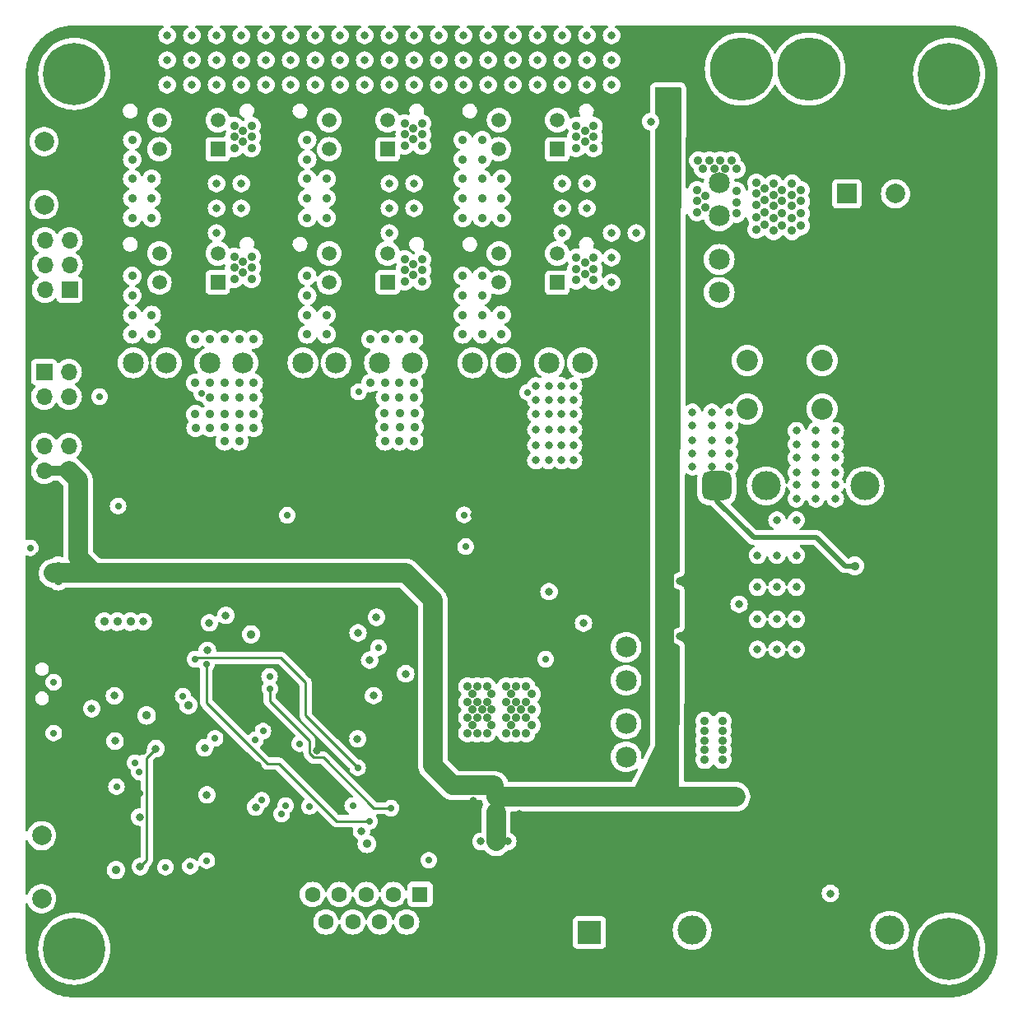
<source format=gbr>
%TF.GenerationSoftware,KiCad,Pcbnew,7.0.6*%
%TF.CreationDate,2024-03-09T23:02:32-07:00*%
%TF.ProjectId,Batt-Power-Prototype-2023_Lucy_V1,42617474-2d50-46f7-9765-722d50726f74,2*%
%TF.SameCoordinates,Original*%
%TF.FileFunction,Copper,L3,Inr*%
%TF.FilePolarity,Positive*%
%FSLAX46Y46*%
G04 Gerber Fmt 4.6, Leading zero omitted, Abs format (unit mm)*
G04 Created by KiCad (PCBNEW 7.0.6) date 2024-03-09 23:02:32*
%MOMM*%
%LPD*%
G01*
G04 APERTURE LIST*
G04 Aperture macros list*
%AMRoundRect*
0 Rectangle with rounded corners*
0 $1 Rounding radius*
0 $2 $3 $4 $5 $6 $7 $8 $9 X,Y pos of 4 corners*
0 Add a 4 corners polygon primitive as box body*
4,1,4,$2,$3,$4,$5,$6,$7,$8,$9,$2,$3,0*
0 Add four circle primitives for the rounded corners*
1,1,$1+$1,$2,$3*
1,1,$1+$1,$4,$5*
1,1,$1+$1,$6,$7*
1,1,$1+$1,$8,$9*
0 Add four rect primitives between the rounded corners*
20,1,$1+$1,$2,$3,$4,$5,0*
20,1,$1+$1,$4,$5,$6,$7,0*
20,1,$1+$1,$6,$7,$8,$9,0*
20,1,$1+$1,$8,$9,$2,$3,0*%
G04 Aperture macros list end*
%TA.AperFunction,ComponentPad*%
%ADD10C,2.200000*%
%TD*%
%TA.AperFunction,ComponentPad*%
%ADD11C,2.000000*%
%TD*%
%TA.AperFunction,ComponentPad*%
%ADD12R,1.520000X1.520000*%
%TD*%
%TA.AperFunction,ComponentPad*%
%ADD13C,1.520000*%
%TD*%
%TA.AperFunction,ComponentPad*%
%ADD14C,6.500000*%
%TD*%
%TA.AperFunction,ComponentPad*%
%ADD15R,1.700000X1.700000*%
%TD*%
%TA.AperFunction,ComponentPad*%
%ADD16O,1.700000X1.700000*%
%TD*%
%TA.AperFunction,ComponentPad*%
%ADD17C,6.400000*%
%TD*%
%TA.AperFunction,ComponentPad*%
%ADD18C,2.159000*%
%TD*%
%TA.AperFunction,ComponentPad*%
%ADD19O,1.550000X0.890000*%
%TD*%
%TA.AperFunction,ComponentPad*%
%ADD20O,0.950000X1.250000*%
%TD*%
%TA.AperFunction,ComponentPad*%
%ADD21R,2.400000X2.400000*%
%TD*%
%TA.AperFunction,ComponentPad*%
%ADD22C,2.400000*%
%TD*%
%TA.AperFunction,ComponentPad*%
%ADD23RoundRect,0.750000X-0.750000X-0.750000X0.750000X-0.750000X0.750000X0.750000X-0.750000X0.750000X0*%
%TD*%
%TA.AperFunction,ComponentPad*%
%ADD24C,3.000000*%
%TD*%
%TA.AperFunction,ComponentPad*%
%ADD25C,4.000000*%
%TD*%
%TA.AperFunction,ComponentPad*%
%ADD26R,1.600000X1.600000*%
%TD*%
%TA.AperFunction,ComponentPad*%
%ADD27C,1.600000*%
%TD*%
%TA.AperFunction,ComponentPad*%
%ADD28R,2.000000X2.000000*%
%TD*%
%TA.AperFunction,ViaPad*%
%ADD29C,0.900000*%
%TD*%
%TA.AperFunction,ViaPad*%
%ADD30C,0.800000*%
%TD*%
%TA.AperFunction,ViaPad*%
%ADD31C,0.700000*%
%TD*%
%TA.AperFunction,Conductor*%
%ADD32C,0.500000*%
%TD*%
%TA.AperFunction,Conductor*%
%ADD33C,2.000000*%
%TD*%
%TA.AperFunction,Conductor*%
%ADD34C,1.000000*%
%TD*%
%TA.AperFunction,Conductor*%
%ADD35C,0.250000*%
%TD*%
G04 APERTURE END LIST*
D10*
%TO.N,/Power/Battery_Terminal_2*%
%TO.C,FL1*%
X174472000Y-75322000D03*
%TO.N,Net-(D10-K)*%
X166772000Y-75322000D03*
%TO.N,/Power/DCDC_V_{in}*%
X166772000Y-80322000D03*
%TO.N,Net-(JP2-B)*%
X174472000Y-80322000D03*
%TD*%
D11*
%TO.N,GND*%
%TO.C,SW3*%
X98925000Y-52800000D03*
X98925000Y-59300000D03*
%TO.N,/GPIO1*%
X94425000Y-52800000D03*
X94425000Y-59300000D03*
%TD*%
%TO.N,GND*%
%TO.C,SW1*%
X98675000Y-124200000D03*
X98675000Y-130700000D03*
%TO.N,/NRST*%
X94175000Y-124200000D03*
X94175000Y-130700000D03*
%TD*%
D12*
%TO.N,/Power/12V_PCBs*%
%TO.C,J9*%
X147217104Y-67318500D03*
D13*
%TO.N,GND*%
X144217105Y-67318500D03*
%TO.N,/Power/outputs/5V_3*%
X141217106Y-67318500D03*
%TO.N,/Power/12V_PCBs*%
X147217104Y-64318501D03*
%TO.N,GND*%
X144217105Y-64318501D03*
%TO.N,/Power/outputs/5V_3*%
X141217106Y-64318501D03*
%TD*%
D14*
%TO.N,/Power/Battery_Terminal_1_Unsensed*%
%TO.C,J6*%
X166156400Y-45350000D03*
%TO.N,/Power/Battery_Terminal_2*%
X173106400Y-45350000D03*
%TD*%
D12*
%TO.N,/Power/12V_PCBs*%
%TO.C,J12*%
X147220117Y-53601000D03*
D13*
%TO.N,GND*%
X144220118Y-53601000D03*
%TO.N,/Power/outputs/5V_3*%
X141220119Y-53601000D03*
%TO.N,/Power/12V_PCBs*%
X147220117Y-50601001D03*
%TO.N,GND*%
X144220118Y-50601001D03*
%TO.N,/Power/outputs/5V_3*%
X141220119Y-50601001D03*
%TD*%
D15*
%TO.N,unconnected-(J5-Pin_1-Pad1)*%
%TO.C,J5*%
X94425000Y-76500000D03*
D16*
%TO.N,/DEBUG_SWCLK*%
X96965000Y-76500000D03*
%TO.N,unconnected-(J5-Pin_3-Pad3)*%
X94425000Y-79040000D03*
%TO.N,/DEBUG_SWDIO*%
X96965000Y-79040000D03*
%TO.N,GND*%
X94425000Y-81580000D03*
X96965000Y-81580000D03*
%TO.N,+3V3*%
X94425000Y-84120000D03*
X96965000Y-84120000D03*
%TO.N,+5V*%
X94425000Y-86660000D03*
X96965000Y-86660000D03*
%TD*%
D17*
%TO.N,unconnected-(H7-Pad1)*%
%TO.C,H7*%
X187525000Y-135850000D03*
%TD*%
D18*
%TO.N,/Power/Battery_Terminal_1*%
%TO.C,F5*%
X163891000Y-57038449D03*
X163891000Y-60444450D03*
%TO.N,Net-(D9-K)*%
X163891000Y-64914451D03*
X163891000Y-68320453D03*
%TD*%
D15*
%TO.N,unconnected-(J1-Pin_1-Pad1)*%
%TO.C,J1*%
X97050000Y-68025000D03*
D16*
%TO.N,unconnected-(J1-Pin_2-Pad2)*%
X94510000Y-68025000D03*
%TO.N,unconnected-(J1-Pin_3-Pad3)*%
X97050000Y-65485000D03*
%TO.N,unconnected-(J1-Pin_4-Pad4)*%
X94510000Y-65485000D03*
%TO.N,unconnected-(J1-Pin_5-Pad5)*%
X97050000Y-62945000D03*
%TO.N,/GPIO1*%
X94510000Y-62945000D03*
%TD*%
D18*
%TO.N,/Power/5V_2*%
%TO.C,F2*%
X132344504Y-75576000D03*
X128938503Y-75576000D03*
%TO.N,/Power/outputs/5V_2*%
X124468502Y-75576000D03*
X121062500Y-75576000D03*
%TD*%
D17*
%TO.N,unconnected-(H6-Pad1)*%
%TO.C,H6*%
X187525000Y-45850000D03*
%TD*%
D19*
%TO.N,GND*%
%TO.C,J2*%
X93958000Y-114300000D03*
D20*
X96658000Y-115300000D03*
X96658000Y-120300000D03*
D19*
X93958000Y-121300000D03*
%TD*%
D17*
%TO.N,unconnected-(H5-Pad1)*%
%TO.C,H5*%
X97525000Y-45850000D03*
%TD*%
D12*
%TO.N,/Power/12V_PCBs*%
%TO.C,J11*%
X129756110Y-53601000D03*
D13*
%TO.N,GND*%
X126756111Y-53601000D03*
%TO.N,/Power/outputs/5V_2*%
X123756112Y-53601000D03*
%TO.N,/Power/12V_PCBs*%
X129756110Y-50601001D03*
%TO.N,GND*%
X126756111Y-50601001D03*
%TO.N,/Power/outputs/5V_2*%
X123756112Y-50601001D03*
%TD*%
D18*
%TO.N,/Power/5V_1*%
%TO.C,F1*%
X114882004Y-75576000D03*
X111476003Y-75576000D03*
%TO.N,/Power/outputs/5V_1*%
X107006002Y-75576000D03*
X103600000Y-75576000D03*
%TD*%
D12*
%TO.N,/Power/12V_PCBs*%
%TO.C,J8*%
X129754604Y-67300000D03*
D13*
%TO.N,GND*%
X126754605Y-67300000D03*
%TO.N,/Power/outputs/5V_2*%
X123754606Y-67300000D03*
%TO.N,/Power/12V_PCBs*%
X129754604Y-64300001D03*
%TO.N,GND*%
X126754605Y-64300001D03*
%TO.N,/Power/outputs/5V_2*%
X123754606Y-64300001D03*
%TD*%
D17*
%TO.N,unconnected-(H8-Pad1)*%
%TO.C,H8*%
X97525000Y-135850000D03*
%TD*%
D12*
%TO.N,/Power/12V_PCBs*%
%TO.C,J7*%
X112292104Y-67300500D03*
D13*
%TO.N,GND*%
X109292105Y-67300500D03*
%TO.N,/Power/outputs/5V_1*%
X106292106Y-67300500D03*
%TO.N,/Power/12V_PCBs*%
X112292104Y-64300501D03*
%TO.N,GND*%
X109292105Y-64300501D03*
%TO.N,/Power/outputs/5V_1*%
X106292106Y-64300501D03*
%TD*%
D21*
%TO.N,/Power/12V_Unsensed*%
%TO.C,C24*%
X150525000Y-134173959D03*
D22*
%TO.N,GND*%
X150525000Y-129173959D03*
%TD*%
D23*
%TO.N,/Power/DCDC_V_{in}*%
%TO.C,U7*%
X163637000Y-88225200D03*
D24*
%TO.N,Net-(JP2-B)*%
X168717000Y-88225200D03*
%TO.N,/Power/DCDC_CTRL*%
X178877000Y-88225200D03*
%TO.N,Net-(U7-Trim)*%
X181417000Y-133945200D03*
%TO.N,GND*%
X171257000Y-133945200D03*
%TO.N,/Power/12V_Unsensed*%
X161097000Y-133945200D03*
%TD*%
D25*
%TO.N,GND*%
%TO.C,J4*%
X115075000Y-131670000D03*
X140075000Y-131670000D03*
D26*
%TO.N,unconnected-(J4-Pad1)*%
X133115000Y-130250000D03*
D27*
%TO.N,/CAN_L*%
X130345000Y-130250000D03*
%TO.N,unconnected-(J4-Pad3)*%
X127575000Y-130250000D03*
%TO.N,unconnected-(J4-Pad4)*%
X124805000Y-130250000D03*
%TO.N,Net-(JP1-A)*%
X122035000Y-130250000D03*
%TO.N,unconnected-(J4-Pad6)*%
X131730000Y-133090000D03*
%TO.N,/CAN_H*%
X128960000Y-133090000D03*
%TO.N,unconnected-(J4-Pad8)*%
X126190000Y-133090000D03*
%TO.N,unconnected-(J4-Pad9)*%
X123420000Y-133090000D03*
%TD*%
D12*
%TO.N,/Power/12V_PCBs*%
%TO.C,J10*%
X112292104Y-53601000D03*
D13*
%TO.N,GND*%
X109292105Y-53601000D03*
%TO.N,/Power/outputs/5V_1*%
X106292106Y-53601000D03*
%TO.N,/Power/12V_PCBs*%
X112292104Y-50601001D03*
%TO.N,GND*%
X109292105Y-50601001D03*
%TO.N,/Power/outputs/5V_1*%
X106292106Y-50601001D03*
%TD*%
D28*
%TO.N,Net-(D10-K)*%
%TO.C,C19*%
X177017323Y-58177000D03*
D11*
%TO.N,/Power/Battery_Terminal_2*%
X182017323Y-58177000D03*
%TD*%
D18*
%TO.N,/Power/12V_Unsensed*%
%TO.C,F4*%
X154300000Y-116100000D03*
X154300000Y-112693999D03*
%TO.N,/Power/Current & Voltage Senseing/12V_Unsensed*%
X154300000Y-108223998D03*
X154300000Y-104817996D03*
%TD*%
%TO.N,/Power/5V_3*%
%TO.C,F3*%
X149807004Y-75576000D03*
X146401003Y-75576000D03*
%TO.N,/Power/outputs/5V_3*%
X141931002Y-75576000D03*
X138525000Y-75576000D03*
%TD*%
D29*
%TO.N,+3V3*%
X101975000Y-102200000D03*
X115719814Y-103501477D03*
D30*
X116194185Y-121259667D03*
D29*
X100625000Y-102200000D03*
X127620231Y-125051090D03*
D30*
X99325000Y-111150000D03*
X104250500Y-122287500D03*
D29*
X103325000Y-102200000D03*
D30*
X101675000Y-109824500D03*
X104625000Y-102200000D03*
X111175000Y-120015500D03*
D29*
X109275000Y-110770000D03*
D30*
%TO.N,GND*%
X186336430Y-82526000D03*
X176176430Y-115546000D03*
X102516430Y-138406000D03*
X114950000Y-90950000D03*
X188876430Y-90146000D03*
X106625000Y-90250000D03*
X178716430Y-128246000D03*
X181256430Y-79986000D03*
X191416430Y-82526000D03*
X105056430Y-135866000D03*
X167039162Y-135866000D03*
X117575000Y-127400000D03*
X186336430Y-123166000D03*
X183796430Y-100306000D03*
X173636430Y-138406000D03*
X149925000Y-103850000D03*
X172119162Y-120626000D03*
X181256430Y-125706000D03*
X104675000Y-79700000D03*
X181256430Y-85066000D03*
X178716430Y-100306000D03*
X112700500Y-118850000D03*
X183796430Y-113006000D03*
X153316430Y-52046000D03*
X138076430Y-135866000D03*
X112425000Y-121890500D03*
X181256430Y-123166000D03*
X117756430Y-64746000D03*
X117756430Y-62206000D03*
X135536430Y-135866000D03*
X191416430Y-120626000D03*
X172119162Y-125706000D03*
X107596430Y-135866000D03*
X176176430Y-120626000D03*
X191416430Y-57126000D03*
X93875000Y-95400000D03*
X106648000Y-87023000D03*
X135275000Y-74900000D03*
X169579162Y-115546000D03*
X188876430Y-115546000D03*
X127916430Y-138406000D03*
X150776430Y-138406000D03*
X143156430Y-135866000D03*
X150776430Y-125706000D03*
D31*
X108302487Y-117706203D03*
D30*
X117756430Y-67286000D03*
D31*
X122375000Y-110250000D03*
D30*
X186336430Y-115546000D03*
X181256430Y-130786000D03*
X188876430Y-52046000D03*
X191416430Y-90146000D03*
X105056430Y-133326000D03*
X191416430Y-59666000D03*
D29*
X144275000Y-62800000D03*
D30*
X113625000Y-104200000D03*
X176176430Y-138406000D03*
X148236430Y-113006000D03*
X191416430Y-92686000D03*
X135325000Y-62300000D03*
X130456430Y-115546000D03*
D29*
X151527345Y-88652345D03*
D30*
X178716430Y-102846000D03*
X188876430Y-110466000D03*
X117756430Y-52046000D03*
X95912000Y-102250000D03*
X171096430Y-138406000D03*
X186336430Y-120626000D03*
X150776430Y-113006000D03*
X97436430Y-72366000D03*
X104675000Y-82500000D03*
X99976430Y-69826000D03*
X153316430Y-49506000D03*
X188876430Y-62206000D03*
D29*
X144275000Y-57600000D03*
D30*
X188876430Y-92686000D03*
X135536430Y-133326000D03*
X97436430Y-57126000D03*
X110136430Y-138406000D03*
X117756430Y-54586000D03*
X120175000Y-127400000D03*
X120296430Y-138406000D03*
X168556430Y-138406000D03*
X114425000Y-108050000D03*
X160936430Y-138406000D03*
X128775000Y-126550000D03*
X117756430Y-59666000D03*
X181256430Y-128246000D03*
X167039162Y-125706000D03*
X143325000Y-122000000D03*
X191416430Y-102846000D03*
X112925000Y-108050000D03*
X181256430Y-110466000D03*
X119825000Y-115650000D03*
X142500000Y-82525000D03*
X186336430Y-110466000D03*
X138075000Y-83300000D03*
X160936430Y-72366000D03*
X112676430Y-138406000D03*
X188876430Y-105386000D03*
X136725000Y-83250000D03*
X107596430Y-138406000D03*
X191416430Y-49506000D03*
X135575000Y-78850000D03*
D31*
X104300500Y-119850000D03*
D30*
X142075000Y-90300000D03*
X191416430Y-62206000D03*
X122025000Y-83800000D03*
X191416430Y-123166000D03*
D31*
X100425000Y-117350000D03*
D30*
X124975000Y-79600000D03*
X117756430Y-135866000D03*
X119025000Y-78850000D03*
X107949500Y-106600000D03*
X107596430Y-130786000D03*
X181256430Y-138406000D03*
D29*
X144275000Y-55300000D03*
D30*
X178716430Y-105386000D03*
X186336430Y-128246000D03*
D29*
X129175000Y-70950000D03*
D30*
X186336430Y-85066000D03*
X183796430Y-79986000D03*
D29*
X109425000Y-70950000D03*
D30*
X145696430Y-125706000D03*
X99976430Y-64746000D03*
X183796430Y-123166000D03*
X135325000Y-69850000D03*
X188876430Y-123166000D03*
X138075000Y-78850000D03*
X183796430Y-102846000D03*
X97425000Y-124050000D03*
X160936430Y-77446000D03*
X119025000Y-80000000D03*
X112676430Y-135866000D03*
X186336430Y-97766000D03*
X160936430Y-125706000D03*
X135525000Y-83250000D03*
D29*
X134175000Y-70950000D03*
D30*
X186336430Y-87606000D03*
X183796430Y-87606000D03*
X101775000Y-103600000D03*
D31*
X111425000Y-116750000D03*
D30*
X94896430Y-49506000D03*
X123825000Y-87050000D03*
X191416430Y-113006000D03*
X178716430Y-125706000D03*
X176176430Y-123166000D03*
X138675000Y-91250000D03*
X97436430Y-69826000D03*
X178716430Y-123166000D03*
D31*
X123849500Y-120424500D03*
D30*
X138075000Y-80000000D03*
X169579162Y-123166000D03*
X125376430Y-135866000D03*
X183796430Y-97766000D03*
X102516430Y-135866000D03*
X158396430Y-44426000D03*
X188876430Y-107926000D03*
X183796430Y-110466000D03*
D29*
X126775000Y-62700000D03*
D30*
X181256430Y-118086000D03*
X115216430Y-138406000D03*
X191416430Y-107926000D03*
X186336430Y-105386000D03*
X183796430Y-95226000D03*
X183796430Y-85066000D03*
D29*
X109275000Y-62750000D03*
D30*
X183796430Y-118086000D03*
D29*
X109275000Y-60450000D03*
D30*
X191416430Y-52046000D03*
X181256430Y-113006000D03*
X167039162Y-128246000D03*
X117756430Y-57126000D03*
X183796430Y-82526000D03*
X148236430Y-115546000D03*
D29*
X166025000Y-98650000D03*
D30*
X172119162Y-123166000D03*
X105056430Y-107926000D03*
X139825000Y-78850000D03*
X102516430Y-133326000D03*
X168556430Y-54586000D03*
X155856430Y-138406000D03*
X150776430Y-115546000D03*
X158396430Y-138406000D03*
X191416430Y-97766000D03*
X188876430Y-128246000D03*
X120989862Y-91304128D03*
X105056430Y-138406000D03*
X167039162Y-123166000D03*
X125425000Y-114150000D03*
X188876430Y-82526000D03*
X188876430Y-74906000D03*
X122349500Y-106250000D03*
X118525000Y-84550000D03*
D29*
X144725000Y-71600000D03*
D30*
X132996430Y-135866000D03*
X191416430Y-128246000D03*
X150776430Y-123166000D03*
X132382942Y-120059657D03*
X167039162Y-133326000D03*
X116425000Y-116950000D03*
X145696430Y-130786000D03*
X183796430Y-115546000D03*
X191416430Y-54586000D03*
X125376430Y-138406000D03*
X188876430Y-59666000D03*
X163476430Y-125706000D03*
X166016430Y-138406000D03*
X186336430Y-113006000D03*
X130456430Y-138406000D03*
X181256430Y-102846000D03*
D29*
X132375000Y-102525000D03*
D30*
X163476430Y-128246000D03*
X110075000Y-101550000D03*
D29*
X144275000Y-60300000D03*
D30*
X188876430Y-118086000D03*
X117756430Y-138406000D03*
X135275000Y-64750000D03*
X107625000Y-82500000D03*
X104625000Y-103600000D03*
X97436430Y-54586000D03*
X169579162Y-118086000D03*
X107596430Y-133326000D03*
X191416430Y-67286000D03*
X178716430Y-85066000D03*
D29*
X147225000Y-71600000D03*
D30*
X183796430Y-90146000D03*
X141575000Y-89500000D03*
X191416430Y-87606000D03*
X181256430Y-100306000D03*
D29*
X151925000Y-80250000D03*
D30*
X136825000Y-80000000D03*
X163476430Y-138406000D03*
X124975000Y-82400000D03*
X127916430Y-135866000D03*
X191416430Y-72366000D03*
X124875000Y-109000000D03*
X99976430Y-74906000D03*
X188876430Y-57126000D03*
X143156430Y-138406000D03*
X141625000Y-87100000D03*
X186336430Y-92686000D03*
X143156430Y-130786000D03*
D29*
X111925000Y-70950000D03*
D30*
X142500000Y-79725000D03*
X99976430Y-41886000D03*
X135325000Y-72450000D03*
D29*
X109275000Y-57750000D03*
D30*
X186336430Y-118086000D03*
X135275000Y-57100000D03*
X181256430Y-107926000D03*
X172119162Y-128246000D03*
X188876430Y-54586000D03*
X181256430Y-115546000D03*
X188876430Y-130786000D03*
X173636430Y-135866000D03*
X110136430Y-135866000D03*
X120296430Y-135866000D03*
X122450500Y-119150000D03*
X104675000Y-83650000D03*
X135275000Y-77450000D03*
D29*
X116925000Y-70950000D03*
D30*
X186336430Y-125706000D03*
X178716430Y-113006000D03*
X99525500Y-117350000D03*
X178716430Y-82526000D03*
X114425000Y-109650000D03*
X176176430Y-118086000D03*
X188876430Y-125706000D03*
X183796430Y-107926000D03*
X178716430Y-130786000D03*
X186336430Y-79986000D03*
X178716430Y-79986000D03*
X178716430Y-120626000D03*
X181256430Y-105386000D03*
X169579162Y-128246000D03*
X178716430Y-135866000D03*
X117775000Y-78850000D03*
X112925000Y-109650000D03*
X122025000Y-78850000D03*
X191416430Y-85066000D03*
D31*
X111475000Y-117750000D03*
X108298637Y-116900527D03*
X129575000Y-94150000D03*
D30*
X159825000Y-103700000D03*
X188876430Y-95226000D03*
X140616430Y-138406000D03*
X186336430Y-130786000D03*
X176176430Y-128246000D03*
X183796430Y-105386000D03*
X102516430Y-130786000D03*
X124625000Y-102374150D03*
X148236430Y-118086000D03*
D31*
X104625000Y-115500000D03*
D30*
X135325000Y-52100000D03*
X104675000Y-84850000D03*
X188876430Y-79986000D03*
X122836430Y-135866000D03*
X191416430Y-125706000D03*
D29*
X152225000Y-71600000D03*
D30*
X191416430Y-133326000D03*
X104675000Y-81050000D03*
X120275000Y-80050000D03*
X188876430Y-77446000D03*
D29*
X126775000Y-55200000D03*
D30*
X120275000Y-78850000D03*
X132687701Y-121312701D03*
X178716430Y-138406000D03*
X183796430Y-128246000D03*
D29*
X151925000Y-86450000D03*
D30*
X124375000Y-90100000D03*
X191416430Y-74906000D03*
X153316430Y-54586000D03*
X135325000Y-49500000D03*
X158396430Y-41886000D03*
X169579162Y-120626000D03*
X148236430Y-128246000D03*
X176176430Y-125706000D03*
X125225000Y-127400000D03*
X105056430Y-130786000D03*
X99976430Y-62206000D03*
X106875000Y-120350000D03*
X183796430Y-125706000D03*
X122775000Y-127400000D03*
X178716430Y-110466000D03*
X178716430Y-115546000D03*
X188876430Y-97766000D03*
X145696430Y-138406000D03*
D29*
X126675000Y-70950000D03*
D30*
X155856430Y-54586000D03*
X148236430Y-138406000D03*
X160936430Y-128246000D03*
X153316430Y-57126000D03*
X98075000Y-102900000D03*
X176176430Y-113006000D03*
X118525000Y-83450000D03*
X138125000Y-116750000D03*
X138575000Y-120649500D03*
X178716430Y-107926000D03*
X106625000Y-89350000D03*
X110136430Y-133326000D03*
D29*
X131875000Y-70950000D03*
D30*
X107625000Y-79700000D03*
X160936430Y-123166000D03*
X181256430Y-97766000D03*
X186336430Y-102846000D03*
X122836430Y-138406000D03*
X188876430Y-67286000D03*
D29*
X119675000Y-132300000D03*
D30*
X109237701Y-120387299D03*
X130125000Y-109150000D03*
X186336430Y-90146000D03*
X181256430Y-82526000D03*
X103175000Y-91250000D03*
X110136430Y-130786000D03*
X119575000Y-83450000D03*
X183796430Y-120626000D03*
X191416430Y-105386000D03*
D29*
X149925000Y-71600000D03*
D30*
X115216430Y-135866000D03*
D29*
X114625000Y-70950000D03*
D30*
X135275000Y-54550000D03*
X191416430Y-69826000D03*
X123775000Y-124100000D03*
X135275000Y-67300000D03*
X94625000Y-89650000D03*
X139825000Y-80000000D03*
X178716430Y-118086000D03*
X122025000Y-80000000D03*
X181256430Y-120626000D03*
X191416430Y-95226000D03*
X159825000Y-98000000D03*
X188876430Y-87606000D03*
X135325000Y-59700000D03*
X132375000Y-90450000D03*
X146525000Y-104850000D03*
X188876430Y-100306000D03*
X124975000Y-80950000D03*
D29*
X126775000Y-57500000D03*
D30*
X191416430Y-110466000D03*
X120575000Y-83450000D03*
X160936430Y-130786000D03*
D29*
X151925000Y-78950000D03*
D30*
X145696430Y-128246000D03*
X191416430Y-100306000D03*
X142500000Y-81075000D03*
X138076430Y-138406000D03*
D29*
X151925000Y-81450000D03*
D30*
X191416430Y-118086000D03*
X95225000Y-90650000D03*
X169579162Y-125706000D03*
X186336430Y-95226000D03*
X145925000Y-97750000D03*
X153316430Y-138406000D03*
X188876430Y-69826000D03*
X188876430Y-120626000D03*
X191416430Y-79986000D03*
X186336430Y-100306000D03*
X115275000Y-127400000D03*
X136825000Y-78850000D03*
X191416430Y-130786000D03*
X160936430Y-74906000D03*
X141925000Y-115450000D03*
X183796430Y-130786000D03*
X117756430Y-49506000D03*
X107625000Y-81050000D03*
X135675000Y-80000000D03*
X102516430Y-41886000D03*
X172119162Y-118086000D03*
X186336430Y-107926000D03*
X183796430Y-138406000D03*
D29*
X151925000Y-82850000D03*
D30*
X99976430Y-72366000D03*
X188876430Y-113006000D03*
X100675000Y-121050000D03*
D29*
X126775000Y-60200000D03*
D30*
X122450500Y-115450000D03*
X117756430Y-74906000D03*
X135536430Y-138406000D03*
X188876430Y-72366000D03*
X183796430Y-92686000D03*
X100925000Y-80750000D03*
X176176430Y-135866000D03*
X135536430Y-130786000D03*
X102516430Y-44426000D03*
X172119162Y-115546000D03*
D31*
X133080500Y-119350000D03*
D30*
X188876430Y-102846000D03*
X148236430Y-130786000D03*
D29*
X151775000Y-91250000D03*
D30*
X143156430Y-128246000D03*
X122349500Y-103063500D03*
X130456430Y-135866000D03*
X188876430Y-64746000D03*
D29*
X151925000Y-85350000D03*
D30*
X103275000Y-103600000D03*
X163476430Y-123166000D03*
X155856430Y-57126000D03*
X140616430Y-135866000D03*
X123875000Y-89437750D03*
D29*
X109275000Y-55250000D03*
D30*
X117775000Y-80100000D03*
X148236430Y-125706000D03*
X132996430Y-138406000D03*
X102516430Y-46966000D03*
X188876430Y-85066000D03*
X99976430Y-67286000D03*
X108575000Y-113275500D03*
X143156430Y-133326000D03*
X191416430Y-115546000D03*
X191416430Y-64746000D03*
X191416430Y-77446000D03*
D29*
X151925000Y-84150000D03*
D31*
%TO.N,/NRST*%
X93025000Y-94600000D03*
D29*
%TO.N,+5V*%
X134475000Y-115550000D03*
X95875000Y-96450000D03*
X104975000Y-111850000D03*
D30*
X140925000Y-124800000D03*
D29*
X95325000Y-97250000D03*
X95875000Y-98050000D03*
D30*
X134425000Y-107600000D03*
D29*
X140925000Y-118850000D03*
X96375000Y-97250000D03*
D30*
X149925000Y-102350000D03*
X142125000Y-124800000D03*
D29*
X165600000Y-120200000D03*
X158725000Y-47750000D03*
X140925000Y-120200000D03*
X101825000Y-127750000D03*
X134425000Y-117000000D03*
X134460002Y-112435002D03*
X134425000Y-102150000D03*
D30*
X139375000Y-124800000D03*
D29*
X140925000Y-121800000D03*
D30*
X131625000Y-107550000D03*
D31*
%TO.N,Net-(C9-Pad2)*%
X104225000Y-117650000D03*
%TO.N,Net-(C10-Pad2)*%
X103776396Y-116702370D03*
D30*
%TO.N,VBUS_UP*%
X101724500Y-114474500D03*
D31*
X101875000Y-119150000D03*
D29*
%TO.N,Net-(D10-K)*%
X172273000Y-57796000D03*
X171384000Y-57161000D03*
X167701000Y-60590000D03*
X171384000Y-59447000D03*
X167701000Y-59320000D03*
X169479000Y-61987000D03*
X170368000Y-61479000D03*
X167701000Y-57034000D03*
X169479000Y-59447000D03*
X168590000Y-60082000D03*
X171384000Y-60717000D03*
X170368000Y-57796000D03*
X167701000Y-58177000D03*
X171384000Y-58304000D03*
X168590000Y-58812000D03*
X168590000Y-61352000D03*
X170368000Y-58939000D03*
X168590000Y-57669000D03*
X172273000Y-58939000D03*
X170368000Y-60209000D03*
X171384000Y-61987000D03*
X169479000Y-57161000D03*
X172273000Y-60209000D03*
X169479000Y-60717000D03*
X172273000Y-61479000D03*
X167701000Y-61860000D03*
X169479000Y-58304000D03*
%TO.N,/Power/DCDC_V_{in}*%
X162400000Y-116400000D03*
D30*
X164925000Y-82050000D03*
X163125000Y-86250000D03*
D29*
X162400000Y-114400000D03*
X162400000Y-112400000D03*
X164200000Y-113400000D03*
X177825000Y-96450000D03*
D30*
X164925000Y-84850000D03*
X164925000Y-86250000D03*
X161125000Y-80650000D03*
X161125000Y-84850000D03*
X164925000Y-83550000D03*
D29*
X162400000Y-115400000D03*
D30*
X163125000Y-80650000D03*
X163125000Y-82050000D03*
X161125000Y-82050000D03*
X163125000Y-84850000D03*
D29*
X162400000Y-113400000D03*
D30*
X161125000Y-83550000D03*
D29*
X164200000Y-115400000D03*
X164200000Y-116400000D03*
X164200000Y-112400000D03*
D30*
X164925000Y-80650000D03*
X163125000Y-83550000D03*
X161125000Y-86250000D03*
D29*
X164200000Y-114400000D03*
D30*
%TO.N,/Power/12V_Unsensed*%
X175325000Y-130150000D03*
D31*
X126175000Y-121120000D03*
D30*
%TO.N,Net-(JP2-B)*%
X175825000Y-83950000D03*
X171825000Y-105050000D03*
X175825000Y-86850000D03*
X169825000Y-98650000D03*
X173825000Y-82550000D03*
X171825000Y-82550000D03*
X175825000Y-82550000D03*
X171825000Y-98650000D03*
X171825000Y-86850000D03*
X169825000Y-101950000D03*
X175825000Y-89550000D03*
X173825000Y-89550000D03*
X171825000Y-83950000D03*
X171825000Y-88150000D03*
X171825000Y-101950000D03*
X175825000Y-88150000D03*
X169825000Y-105050000D03*
X171825000Y-95350000D03*
X171825000Y-91750000D03*
X167825000Y-101950000D03*
X175825000Y-85350000D03*
X171825000Y-89550000D03*
X173825000Y-86850000D03*
X169825000Y-95350000D03*
X173825000Y-88150000D03*
X167825000Y-95350000D03*
X167825000Y-105050000D03*
X169825000Y-91750000D03*
X173825000Y-83950000D03*
X167825000Y-98650000D03*
X171825000Y-85350000D03*
X173825000Y-85350000D03*
D29*
%TO.N,/Power/12V_Buck*%
X142475000Y-109650000D03*
X144025000Y-113650000D03*
X138975000Y-110450000D03*
X140475000Y-112850000D03*
X138975000Y-113650000D03*
X142975000Y-112050000D03*
X140475000Y-109650000D03*
X142975000Y-110450000D03*
X144575000Y-111250000D03*
X144025000Y-108850000D03*
X143475000Y-111250000D03*
X144025000Y-112050000D03*
X142475000Y-112850000D03*
X138975000Y-112050000D03*
X137975000Y-112050000D03*
X138475000Y-109650000D03*
X144575000Y-109650000D03*
X144575000Y-112850000D03*
X141975000Y-112050000D03*
X137975000Y-108850000D03*
X142975000Y-113650000D03*
X141975000Y-113650000D03*
X142975000Y-108850000D03*
X142475000Y-111250000D03*
X137975000Y-113650000D03*
X139975000Y-113650000D03*
X139525000Y-111250000D03*
X138475000Y-111250000D03*
X144025000Y-110450000D03*
X141975000Y-108850000D03*
X139975000Y-110450000D03*
X138975000Y-108850000D03*
X139975000Y-112050000D03*
X141975000Y-110450000D03*
X138475000Y-112850000D03*
X137975000Y-110450000D03*
X139975000Y-108850000D03*
X140475000Y-111250000D03*
%TO.N,/Power/5V_1*%
X114496430Y-73146000D03*
X114496430Y-83646000D03*
X115996430Y-79146000D03*
X111496430Y-73146000D03*
X111500000Y-80825000D03*
X109996430Y-73146000D03*
X114500000Y-82250000D03*
D31*
X110625000Y-78700000D03*
D29*
X112996430Y-73146000D03*
X111500000Y-82250000D03*
X114500000Y-80825000D03*
X114496430Y-77646000D03*
X112996430Y-83646000D03*
X109996430Y-77646000D03*
D31*
X116825000Y-120550000D03*
D29*
X113000000Y-82225000D03*
X111496430Y-79146000D03*
X111496430Y-77646000D03*
X116000000Y-82250000D03*
X115996430Y-77646000D03*
D31*
X102051444Y-90300000D03*
D29*
X112996430Y-79146000D03*
X116000000Y-80825000D03*
X112996430Y-77646000D03*
X115996430Y-73146000D03*
X113000000Y-80800000D03*
X110025000Y-82250000D03*
X114496430Y-79146000D03*
X110000000Y-80850000D03*
%TO.N,/Power/5V_2*%
X130996430Y-79146000D03*
X131000000Y-82175000D03*
X129475000Y-80775000D03*
X132496430Y-73146000D03*
X129496430Y-79146000D03*
D31*
X119275000Y-121100000D03*
X126775000Y-78550000D03*
D29*
X129475000Y-82175000D03*
X127996430Y-73146000D03*
X130996430Y-83646000D03*
X132496430Y-79146000D03*
X129496430Y-83646000D03*
X132496430Y-83646000D03*
X129496430Y-77646000D03*
D31*
X119425000Y-91250000D03*
D29*
X127996430Y-77646000D03*
X129496430Y-73146000D03*
X132525000Y-82175000D03*
X131000000Y-80775000D03*
X132496430Y-77646000D03*
X130996430Y-77646000D03*
X130996430Y-73146000D03*
X132525000Y-80775000D03*
D30*
%TO.N,/Power/5V_3*%
X148900000Y-79425000D03*
X147650000Y-82450000D03*
X145025000Y-80825000D03*
X148900000Y-84050000D03*
X146325000Y-82450000D03*
X148900000Y-77925000D03*
D31*
X144175000Y-78600000D03*
D30*
X145025000Y-85600000D03*
X145025000Y-82450000D03*
X146325000Y-85600000D03*
X147650000Y-85600000D03*
X148900000Y-82450000D03*
X145025000Y-84050000D03*
X145025000Y-77925000D03*
X148900000Y-80825000D03*
X146325000Y-80825000D03*
X147600000Y-84050000D03*
X147600000Y-79425000D03*
X146325000Y-84050000D03*
X146325000Y-79425000D03*
X148900000Y-85600000D03*
X147600000Y-77925000D03*
X146325000Y-77925000D03*
D31*
X137625000Y-91200000D03*
X137791526Y-94463145D03*
D30*
X147600000Y-80825000D03*
D31*
X121725000Y-121200000D03*
D30*
X145025000Y-79425000D03*
%TO.N,Net-(D18-K)*%
X165925000Y-100400000D03*
X126675000Y-114250000D03*
%TO.N,Net-(D19-K)*%
X156825000Y-50750000D03*
X127081098Y-123750000D03*
%TO.N,Net-(D21-K)*%
X126725000Y-103350000D03*
X146375000Y-99100000D03*
D29*
%TO.N,/Power/outputs/5V_1*%
X103496430Y-58646000D03*
X105496430Y-58646000D03*
X103496430Y-72646000D03*
X103496430Y-54646000D03*
X105496430Y-70646000D03*
X103496430Y-52646000D03*
X103496430Y-70646000D03*
X105496430Y-72646000D03*
X103496430Y-66646000D03*
X103496430Y-56646000D03*
X105496430Y-56646000D03*
X105496430Y-60646000D03*
X103496430Y-60646000D03*
X103496430Y-68646000D03*
%TO.N,/Power/outputs/5V_2*%
X123496430Y-72646000D03*
X121496430Y-68646000D03*
X121496430Y-66646000D03*
X123496430Y-70646000D03*
X121496430Y-54646000D03*
X121496430Y-72646000D03*
X121496430Y-58646000D03*
X123496430Y-56646000D03*
X123496430Y-58646000D03*
X121496430Y-60646000D03*
X123496430Y-60646000D03*
X121496430Y-70646000D03*
X121496430Y-56646000D03*
X121496430Y-52646000D03*
%TO.N,/Power/outputs/5V_3*%
X137496430Y-68646000D03*
X139496430Y-58646000D03*
X137496430Y-72646000D03*
X137496430Y-66646000D03*
X139496430Y-52646000D03*
X137496430Y-56646000D03*
X139496430Y-66646000D03*
X141496430Y-72646000D03*
X139496430Y-72646000D03*
X141496430Y-60646000D03*
X141496430Y-58646000D03*
X141496430Y-56646000D03*
X139496430Y-54646000D03*
X139496430Y-56646000D03*
X139496430Y-70646000D03*
X137496430Y-54646000D03*
X141496430Y-70646000D03*
X137496430Y-52646000D03*
X137496430Y-58646000D03*
X137496430Y-70646000D03*
X137496430Y-60646000D03*
X139496430Y-60646000D03*
X139496430Y-68646000D03*
D30*
%TO.N,/Power/12V_PCBs*%
X150266969Y-46966000D03*
X127406969Y-41886000D03*
X140106969Y-41886000D03*
X147726969Y-44426000D03*
D29*
X150950004Y-64781000D03*
D30*
X147726969Y-41886000D03*
D29*
X150950004Y-53478000D03*
X149172004Y-52335000D03*
D30*
X117246969Y-44426000D03*
D29*
X114882004Y-52843000D03*
D30*
X155346969Y-62206000D03*
D29*
X132408004Y-51446000D03*
D30*
X129946969Y-57126000D03*
D29*
X133297004Y-50938000D03*
D30*
X122326969Y-46966000D03*
X112166969Y-57126000D03*
X147726969Y-59666000D03*
X135026969Y-46966000D03*
D29*
X115771004Y-51192000D03*
D30*
X150266969Y-41886000D03*
X114706969Y-44426000D03*
D29*
X133297004Y-64908000D03*
D30*
X152806969Y-64746000D03*
D29*
X149172004Y-64781000D03*
X115771004Y-66940000D03*
X131519004Y-67194000D03*
D30*
X137566969Y-41886000D03*
D29*
X115771004Y-64654000D03*
D30*
X119786969Y-46966000D03*
X112166969Y-44426000D03*
X150266969Y-57126000D03*
D29*
X150061004Y-65289000D03*
D30*
X114706969Y-46966000D03*
X135026969Y-44426000D03*
X150266969Y-59666000D03*
X135026969Y-41886000D03*
X145186969Y-41886000D03*
X132486969Y-44426000D03*
D29*
X131519004Y-64908000D03*
D30*
X107086969Y-41886000D03*
X140106969Y-44426000D03*
D29*
X115771004Y-52335000D03*
D30*
X109626969Y-44426000D03*
X152806969Y-67286000D03*
D29*
X131519004Y-52081000D03*
X133297004Y-53224000D03*
D30*
X137566969Y-46966000D03*
X140106969Y-46966000D03*
X152806969Y-44426000D03*
D29*
X132408004Y-66559000D03*
X113993004Y-65797000D03*
D30*
X132486969Y-59666000D03*
X152806969Y-62206000D03*
X112166969Y-62206000D03*
D29*
X131519004Y-53224000D03*
X131519004Y-50938000D03*
D30*
X112166969Y-41886000D03*
D29*
X149172004Y-67067000D03*
D30*
X119786969Y-44426000D03*
D29*
X149172004Y-51192000D03*
X132408004Y-52589000D03*
D30*
X124866969Y-41886000D03*
D29*
X150950004Y-65924000D03*
X133297004Y-66051000D03*
D30*
X119786969Y-41886000D03*
D29*
X113993004Y-51192000D03*
D30*
X152806969Y-46966000D03*
X150266969Y-44426000D03*
X117246969Y-46966000D03*
X129946969Y-46966000D03*
D29*
X150950004Y-67067000D03*
D30*
X142646969Y-46966000D03*
D29*
X149172004Y-53478000D03*
D30*
X124866969Y-46966000D03*
D29*
X150950004Y-51192000D03*
D30*
X122326969Y-44426000D03*
X142646969Y-41886000D03*
X147726969Y-57126000D03*
D29*
X113993004Y-53478000D03*
D30*
X117246969Y-41886000D03*
D29*
X115771004Y-65797000D03*
D30*
X109626969Y-41886000D03*
X112166969Y-59666000D03*
D29*
X114882004Y-65162000D03*
D30*
X122326969Y-41886000D03*
X129946969Y-44426000D03*
D29*
X113993004Y-66940000D03*
D30*
X129946969Y-59666000D03*
D29*
X150061004Y-51700000D03*
D30*
X142646969Y-44426000D03*
X132486969Y-46966000D03*
X137566969Y-44426000D03*
X127406969Y-44426000D03*
X129946969Y-41886000D03*
X107086969Y-46966000D03*
D29*
X131519004Y-66051000D03*
D30*
X132486969Y-57126000D03*
X145186969Y-44426000D03*
D29*
X150061004Y-66432000D03*
X133297004Y-52081000D03*
X149172004Y-65924000D03*
D30*
X107086969Y-44426000D03*
D29*
X133297004Y-67194000D03*
X150950004Y-52335000D03*
X114882004Y-66305000D03*
D30*
X132486969Y-41886000D03*
X129946969Y-62206000D03*
D29*
X113993004Y-52335000D03*
D30*
X114706969Y-57126000D03*
D29*
X115771004Y-53478000D03*
D30*
X152806969Y-41886000D03*
X114706969Y-59666000D03*
D29*
X150061004Y-52843000D03*
X132408004Y-65416000D03*
D30*
X147726969Y-62206000D03*
X127406969Y-46966000D03*
X109626969Y-46966000D03*
D29*
X113993004Y-64654000D03*
D30*
X124866969Y-44426000D03*
D29*
X114882004Y-51700000D03*
D30*
X112166969Y-46966000D03*
X147726969Y-46966000D03*
X145186969Y-46966000D03*
X114706969Y-41886000D03*
D31*
%TO.N,/Power/Current & Voltage Senseing/12V_Unsensed*%
X146025000Y-106050000D03*
X128825000Y-104850000D03*
D29*
%TO.N,/Power/Battery_Terminal_1*%
X164526000Y-55637000D03*
X161605000Y-58939000D03*
X165669000Y-59066000D03*
X162240000Y-55637000D03*
X161732000Y-54748000D03*
X165669000Y-60209000D03*
X164018000Y-54748000D03*
X163383000Y-55637000D03*
X161605000Y-57796000D03*
X162875000Y-54748000D03*
X165669000Y-55637000D03*
X162494000Y-59574000D03*
X165669000Y-57923000D03*
X161605000Y-60082000D03*
X162494000Y-58431000D03*
X165161000Y-54748000D03*
D31*
%TO.N,/DEBUG_SWCLK*%
X116175000Y-114350000D03*
%TO.N,/DEBUG_SWDIO*%
X100125000Y-79050000D03*
X116951000Y-113450000D03*
%TO.N,/GPIO1*%
X108725000Y-109850000D03*
%TO.N,/Power/Battery_Terminal_1_Unsensed*%
X120725000Y-114750000D03*
%TO.N,/BOOT0*%
X95425000Y-108424498D03*
X95425000Y-113650000D03*
X112025000Y-114200000D03*
D30*
%TO.N,Net-(U2-CBUS0)*%
X105925000Y-115250000D03*
X104325000Y-127400500D03*
X110942811Y-115174211D03*
D31*
%TO.N,/GPLED1*%
X106925000Y-127450500D03*
%TO.N,/GPLED2*%
X109475000Y-127350000D03*
%TO.N,/GPLED3*%
X111175000Y-126775500D03*
%TO.N,Net-(U3-PA8)*%
X117625500Y-107806758D03*
%TO.N,/ADC_Battery_Voltage*%
X109975000Y-106050000D03*
X126690000Y-117201827D03*
%TO.N,/Battery_Curr*%
X111125000Y-106599500D03*
X127925000Y-122724500D03*
D30*
%TO.N,/12V_Current_Out*%
X128324750Y-109800250D03*
X111225000Y-105150500D03*
%TO.N,/ADC_12V_Voltage_Out*%
X111425000Y-102314000D03*
X127925000Y-106150000D03*
%TO.N,/12V_Current_Buck*%
X113125000Y-101550000D03*
X128625000Y-101750000D03*
D31*
%TO.N,/CAN_RX*%
X130125000Y-121375500D03*
X117646357Y-109073304D03*
%TO.N,/CAN_TX*%
X118875000Y-122000000D03*
%TO.N,/CAN_STBY*%
X134025000Y-126750000D03*
%TD*%
D32*
%TO.N,GND*%
X131575000Y-94150000D02*
X129575000Y-94150000D01*
X132375000Y-90450000D02*
X132375000Y-93350000D01*
X132375000Y-93350000D02*
X131575000Y-94150000D01*
D33*
%TO.N,+5V*%
X99575000Y-97200000D02*
X97925000Y-95550000D01*
X96965000Y-86660000D02*
X97925000Y-87620000D01*
D32*
X95875000Y-96750000D02*
X96375000Y-97250000D01*
X95875000Y-96700000D02*
X95325000Y-97250000D01*
X95875000Y-96450000D02*
X95875000Y-96750000D01*
D33*
X156575000Y-120200000D02*
X165600000Y-120200000D01*
X100825000Y-97200000D02*
X97575000Y-97200000D01*
D34*
X156575000Y-117500000D02*
X158725000Y-115350000D01*
D32*
X96375000Y-97550000D02*
X95875000Y-98050000D01*
D33*
X97575000Y-97200000D02*
X95375000Y-97200000D01*
X134425000Y-100000000D02*
X134425000Y-117000000D01*
X134425000Y-117000000D02*
X136475000Y-119050000D01*
D32*
X95875000Y-96450000D02*
X95875000Y-96700000D01*
D33*
X131625000Y-97200000D02*
X100825000Y-97200000D01*
X156575000Y-120200000D02*
X140925000Y-120200000D01*
D34*
X156575000Y-120200000D02*
X156575000Y-117500000D01*
X158725000Y-115350000D02*
X158725000Y-47750000D01*
X94425000Y-86660000D02*
X96965000Y-86660000D01*
D33*
X100825000Y-97200000D02*
X99575000Y-97200000D01*
X97925000Y-87620000D02*
X97925000Y-95550000D01*
D32*
X95875000Y-97800000D02*
X95325000Y-97250000D01*
X95875000Y-98050000D02*
X95875000Y-97800000D01*
D33*
X140925000Y-124800000D02*
X140925000Y-121800000D01*
D32*
X97525000Y-97250000D02*
X97575000Y-97200000D01*
X96375000Y-97250000D02*
X97525000Y-97250000D01*
X95325000Y-97250000D02*
X96375000Y-97250000D01*
D33*
X131625000Y-97200000D02*
X134425000Y-100000000D01*
D32*
X96375000Y-97250000D02*
X96375000Y-97550000D01*
D33*
X136475000Y-119050000D02*
X140725000Y-119050000D01*
D32*
%TO.N,/Power/DCDC_V_{in}*%
X176825000Y-96450000D02*
X173925000Y-93550000D01*
X167425000Y-93550000D02*
X163637000Y-89762000D01*
X173925000Y-93550000D02*
X167425000Y-93550000D01*
X177825000Y-96450000D02*
X176825000Y-96450000D01*
X163637000Y-89762000D02*
X163637000Y-88225200D01*
D35*
%TO.N,Net-(U2-CBUS0)*%
X104975000Y-116200000D02*
X105925000Y-115250000D01*
X104325000Y-127400500D02*
X104975000Y-126750500D01*
X104975000Y-126750500D02*
X104975000Y-116200000D01*
%TO.N,/ADC_Battery_Voltage*%
X121325000Y-111836827D02*
X126690000Y-117201827D01*
X110100500Y-105924500D02*
X118799500Y-105924500D01*
X121325000Y-108450000D02*
X121325000Y-111836827D01*
X109975000Y-106050000D02*
X110100500Y-105924500D01*
X118799500Y-105924500D02*
X121325000Y-108450000D01*
%TO.N,/Battery_Curr*%
X111125000Y-106599500D02*
X111125000Y-110550000D01*
X124499500Y-122724500D02*
X127925000Y-122724500D01*
X111125000Y-110550000D02*
X117376305Y-116801305D01*
X118576305Y-116801305D02*
X124499500Y-122724500D01*
X117376305Y-116801305D02*
X118576305Y-116801305D01*
%TO.N,/CAN_RX*%
X128350500Y-121375500D02*
X130125000Y-121375500D01*
X121725500Y-114450500D02*
X121725500Y-115750305D01*
X117646357Y-109073304D02*
X117646357Y-110371357D01*
X117646357Y-110371357D02*
X121725500Y-114450500D01*
X122150195Y-116175000D02*
X123150000Y-116175000D01*
X121725500Y-115750305D02*
X122150195Y-116175000D01*
X123150000Y-116175000D02*
X128350500Y-121375500D01*
%TD*%
%TA.AperFunction,Conductor*%
%TO.N,GND*%
G36*
X106682443Y-40870185D02*
G01*
X106728198Y-40922989D01*
X106738142Y-40992147D01*
X106709117Y-41055703D01*
X106665840Y-41087779D01*
X106634239Y-41101848D01*
X106634234Y-41101851D01*
X106481098Y-41213111D01*
X106354435Y-41353785D01*
X106259790Y-41517715D01*
X106259787Y-41517722D01*
X106201296Y-41697740D01*
X106201295Y-41697744D01*
X106181509Y-41886000D01*
X106201295Y-42074256D01*
X106201296Y-42074259D01*
X106259787Y-42254277D01*
X106259790Y-42254284D01*
X106354436Y-42418216D01*
X106396368Y-42464786D01*
X106481098Y-42558888D01*
X106634234Y-42670148D01*
X106634239Y-42670151D01*
X106807161Y-42747142D01*
X106807166Y-42747144D01*
X106992323Y-42786500D01*
X106992324Y-42786500D01*
X107181613Y-42786500D01*
X107181615Y-42786500D01*
X107366772Y-42747144D01*
X107539699Y-42670151D01*
X107692840Y-42558888D01*
X107819502Y-42418216D01*
X107914148Y-42254284D01*
X107972643Y-42074256D01*
X107992429Y-41886000D01*
X107972643Y-41697744D01*
X107914148Y-41517716D01*
X107819502Y-41353784D01*
X107692840Y-41213112D01*
X107692839Y-41213111D01*
X107539703Y-41101851D01*
X107539698Y-41101848D01*
X107508098Y-41087779D01*
X107454861Y-41042528D01*
X107434540Y-40975679D01*
X107453586Y-40908456D01*
X107505952Y-40862201D01*
X107558534Y-40850500D01*
X109155404Y-40850500D01*
X109222443Y-40870185D01*
X109268198Y-40922989D01*
X109278142Y-40992147D01*
X109249117Y-41055703D01*
X109205840Y-41087779D01*
X109174239Y-41101848D01*
X109174234Y-41101851D01*
X109021098Y-41213111D01*
X108894435Y-41353785D01*
X108799790Y-41517715D01*
X108799787Y-41517722D01*
X108741296Y-41697740D01*
X108741295Y-41697744D01*
X108721509Y-41886000D01*
X108741295Y-42074256D01*
X108741296Y-42074259D01*
X108799787Y-42254277D01*
X108799790Y-42254284D01*
X108894436Y-42418216D01*
X108936368Y-42464786D01*
X109021098Y-42558888D01*
X109174234Y-42670148D01*
X109174239Y-42670151D01*
X109347161Y-42747142D01*
X109347166Y-42747144D01*
X109532323Y-42786500D01*
X109532324Y-42786500D01*
X109721613Y-42786500D01*
X109721615Y-42786500D01*
X109906772Y-42747144D01*
X110079699Y-42670151D01*
X110232840Y-42558888D01*
X110359502Y-42418216D01*
X110454148Y-42254284D01*
X110512643Y-42074256D01*
X110532429Y-41886000D01*
X110512643Y-41697744D01*
X110454148Y-41517716D01*
X110359502Y-41353784D01*
X110232840Y-41213112D01*
X110232839Y-41213111D01*
X110079703Y-41101851D01*
X110079698Y-41101848D01*
X110048098Y-41087779D01*
X109994861Y-41042528D01*
X109974540Y-40975679D01*
X109993586Y-40908456D01*
X110045952Y-40862201D01*
X110098534Y-40850500D01*
X111695404Y-40850500D01*
X111762443Y-40870185D01*
X111808198Y-40922989D01*
X111818142Y-40992147D01*
X111789117Y-41055703D01*
X111745840Y-41087779D01*
X111714239Y-41101848D01*
X111714234Y-41101851D01*
X111561098Y-41213111D01*
X111434435Y-41353785D01*
X111339790Y-41517715D01*
X111339787Y-41517722D01*
X111281296Y-41697740D01*
X111281295Y-41697744D01*
X111261509Y-41886000D01*
X111281295Y-42074256D01*
X111281296Y-42074259D01*
X111339787Y-42254277D01*
X111339790Y-42254284D01*
X111434436Y-42418216D01*
X111476368Y-42464786D01*
X111561098Y-42558888D01*
X111714234Y-42670148D01*
X111714239Y-42670151D01*
X111887161Y-42747142D01*
X111887166Y-42747144D01*
X112072323Y-42786500D01*
X112072324Y-42786500D01*
X112261613Y-42786500D01*
X112261615Y-42786500D01*
X112446772Y-42747144D01*
X112619699Y-42670151D01*
X112772840Y-42558888D01*
X112899502Y-42418216D01*
X112994148Y-42254284D01*
X113052643Y-42074256D01*
X113072429Y-41886000D01*
X113052643Y-41697744D01*
X112994148Y-41517716D01*
X112899502Y-41353784D01*
X112772840Y-41213112D01*
X112772839Y-41213111D01*
X112619703Y-41101851D01*
X112619698Y-41101848D01*
X112588098Y-41087779D01*
X112534861Y-41042528D01*
X112514540Y-40975679D01*
X112533586Y-40908456D01*
X112585952Y-40862201D01*
X112638534Y-40850500D01*
X114235404Y-40850500D01*
X114302443Y-40870185D01*
X114348198Y-40922989D01*
X114358142Y-40992147D01*
X114329117Y-41055703D01*
X114285840Y-41087779D01*
X114254239Y-41101848D01*
X114254234Y-41101851D01*
X114101098Y-41213111D01*
X113974435Y-41353785D01*
X113879790Y-41517715D01*
X113879787Y-41517722D01*
X113821296Y-41697740D01*
X113821295Y-41697744D01*
X113801509Y-41886000D01*
X113821295Y-42074256D01*
X113821296Y-42074259D01*
X113879787Y-42254277D01*
X113879790Y-42254284D01*
X113974436Y-42418216D01*
X114016368Y-42464786D01*
X114101098Y-42558888D01*
X114254234Y-42670148D01*
X114254239Y-42670151D01*
X114427161Y-42747142D01*
X114427166Y-42747144D01*
X114612323Y-42786500D01*
X114612324Y-42786500D01*
X114801613Y-42786500D01*
X114801615Y-42786500D01*
X114986772Y-42747144D01*
X115159699Y-42670151D01*
X115312840Y-42558888D01*
X115439502Y-42418216D01*
X115534148Y-42254284D01*
X115592643Y-42074256D01*
X115612429Y-41886000D01*
X115592643Y-41697744D01*
X115534148Y-41517716D01*
X115439502Y-41353784D01*
X115312840Y-41213112D01*
X115312839Y-41213111D01*
X115159703Y-41101851D01*
X115159698Y-41101848D01*
X115128098Y-41087779D01*
X115074861Y-41042528D01*
X115054540Y-40975679D01*
X115073586Y-40908456D01*
X115125952Y-40862201D01*
X115178534Y-40850500D01*
X116775404Y-40850500D01*
X116842443Y-40870185D01*
X116888198Y-40922989D01*
X116898142Y-40992147D01*
X116869117Y-41055703D01*
X116825840Y-41087779D01*
X116794239Y-41101848D01*
X116794234Y-41101851D01*
X116641098Y-41213111D01*
X116514435Y-41353785D01*
X116419790Y-41517715D01*
X116419787Y-41517722D01*
X116361296Y-41697740D01*
X116361295Y-41697744D01*
X116341509Y-41886000D01*
X116361295Y-42074256D01*
X116361296Y-42074259D01*
X116419787Y-42254277D01*
X116419790Y-42254284D01*
X116514436Y-42418216D01*
X116556368Y-42464786D01*
X116641098Y-42558888D01*
X116794234Y-42670148D01*
X116794239Y-42670151D01*
X116967161Y-42747142D01*
X116967166Y-42747144D01*
X117152323Y-42786500D01*
X117152324Y-42786500D01*
X117341613Y-42786500D01*
X117341615Y-42786500D01*
X117526772Y-42747144D01*
X117699699Y-42670151D01*
X117852840Y-42558888D01*
X117979502Y-42418216D01*
X118074148Y-42254284D01*
X118132643Y-42074256D01*
X118152429Y-41886000D01*
X118132643Y-41697744D01*
X118074148Y-41517716D01*
X117979502Y-41353784D01*
X117852840Y-41213112D01*
X117852839Y-41213111D01*
X117699703Y-41101851D01*
X117699698Y-41101848D01*
X117668098Y-41087779D01*
X117614861Y-41042528D01*
X117594540Y-40975679D01*
X117613586Y-40908456D01*
X117665952Y-40862201D01*
X117718534Y-40850500D01*
X119315404Y-40850500D01*
X119382443Y-40870185D01*
X119428198Y-40922989D01*
X119438142Y-40992147D01*
X119409117Y-41055703D01*
X119365840Y-41087779D01*
X119334239Y-41101848D01*
X119334234Y-41101851D01*
X119181098Y-41213111D01*
X119054435Y-41353785D01*
X118959790Y-41517715D01*
X118959787Y-41517722D01*
X118901296Y-41697740D01*
X118901295Y-41697744D01*
X118881509Y-41886000D01*
X118901295Y-42074256D01*
X118901296Y-42074259D01*
X118959787Y-42254277D01*
X118959790Y-42254284D01*
X119054436Y-42418216D01*
X119096368Y-42464786D01*
X119181098Y-42558888D01*
X119334234Y-42670148D01*
X119334239Y-42670151D01*
X119507161Y-42747142D01*
X119507166Y-42747144D01*
X119692323Y-42786500D01*
X119692324Y-42786500D01*
X119881613Y-42786500D01*
X119881615Y-42786500D01*
X120066772Y-42747144D01*
X120239699Y-42670151D01*
X120392840Y-42558888D01*
X120519502Y-42418216D01*
X120614148Y-42254284D01*
X120672643Y-42074256D01*
X120692429Y-41886000D01*
X120672643Y-41697744D01*
X120614148Y-41517716D01*
X120519502Y-41353784D01*
X120392840Y-41213112D01*
X120392839Y-41213111D01*
X120239703Y-41101851D01*
X120239698Y-41101848D01*
X120208098Y-41087779D01*
X120154861Y-41042528D01*
X120134540Y-40975679D01*
X120153586Y-40908456D01*
X120205952Y-40862201D01*
X120258534Y-40850500D01*
X121855404Y-40850500D01*
X121922443Y-40870185D01*
X121968198Y-40922989D01*
X121978142Y-40992147D01*
X121949117Y-41055703D01*
X121905840Y-41087779D01*
X121874239Y-41101848D01*
X121874234Y-41101851D01*
X121721098Y-41213111D01*
X121594435Y-41353785D01*
X121499790Y-41517715D01*
X121499787Y-41517722D01*
X121441296Y-41697740D01*
X121441295Y-41697744D01*
X121421509Y-41886000D01*
X121441295Y-42074256D01*
X121441296Y-42074259D01*
X121499787Y-42254277D01*
X121499790Y-42254284D01*
X121594436Y-42418216D01*
X121636368Y-42464786D01*
X121721098Y-42558888D01*
X121874234Y-42670148D01*
X121874239Y-42670151D01*
X122047161Y-42747142D01*
X122047166Y-42747144D01*
X122232323Y-42786500D01*
X122232324Y-42786500D01*
X122421613Y-42786500D01*
X122421615Y-42786500D01*
X122606772Y-42747144D01*
X122779699Y-42670151D01*
X122932840Y-42558888D01*
X123059502Y-42418216D01*
X123154148Y-42254284D01*
X123212643Y-42074256D01*
X123232429Y-41886000D01*
X123212643Y-41697744D01*
X123154148Y-41517716D01*
X123059502Y-41353784D01*
X122932840Y-41213112D01*
X122932839Y-41213111D01*
X122779703Y-41101851D01*
X122779698Y-41101848D01*
X122748098Y-41087779D01*
X122694861Y-41042528D01*
X122674540Y-40975679D01*
X122693586Y-40908456D01*
X122745952Y-40862201D01*
X122798534Y-40850500D01*
X124395404Y-40850500D01*
X124462443Y-40870185D01*
X124508198Y-40922989D01*
X124518142Y-40992147D01*
X124489117Y-41055703D01*
X124445840Y-41087779D01*
X124414239Y-41101848D01*
X124414234Y-41101851D01*
X124261098Y-41213111D01*
X124134435Y-41353785D01*
X124039790Y-41517715D01*
X124039787Y-41517722D01*
X123981296Y-41697740D01*
X123981295Y-41697744D01*
X123961509Y-41886000D01*
X123981295Y-42074256D01*
X123981296Y-42074259D01*
X124039787Y-42254277D01*
X124039790Y-42254284D01*
X124134436Y-42418216D01*
X124176368Y-42464786D01*
X124261098Y-42558888D01*
X124414234Y-42670148D01*
X124414239Y-42670151D01*
X124587161Y-42747142D01*
X124587166Y-42747144D01*
X124772323Y-42786500D01*
X124772324Y-42786500D01*
X124961613Y-42786500D01*
X124961615Y-42786500D01*
X125146772Y-42747144D01*
X125319699Y-42670151D01*
X125472840Y-42558888D01*
X125599502Y-42418216D01*
X125694148Y-42254284D01*
X125752643Y-42074256D01*
X125772429Y-41886000D01*
X125752643Y-41697744D01*
X125694148Y-41517716D01*
X125599502Y-41353784D01*
X125472840Y-41213112D01*
X125472839Y-41213111D01*
X125319703Y-41101851D01*
X125319698Y-41101848D01*
X125288098Y-41087779D01*
X125234861Y-41042528D01*
X125214540Y-40975679D01*
X125233586Y-40908456D01*
X125285952Y-40862201D01*
X125338534Y-40850500D01*
X126935404Y-40850500D01*
X127002443Y-40870185D01*
X127048198Y-40922989D01*
X127058142Y-40992147D01*
X127029117Y-41055703D01*
X126985840Y-41087779D01*
X126954239Y-41101848D01*
X126954234Y-41101851D01*
X126801098Y-41213111D01*
X126674435Y-41353785D01*
X126579790Y-41517715D01*
X126579787Y-41517722D01*
X126521296Y-41697740D01*
X126521295Y-41697744D01*
X126501509Y-41886000D01*
X126521295Y-42074256D01*
X126521296Y-42074259D01*
X126579787Y-42254277D01*
X126579790Y-42254284D01*
X126674436Y-42418216D01*
X126716368Y-42464786D01*
X126801098Y-42558888D01*
X126954234Y-42670148D01*
X126954239Y-42670151D01*
X127127161Y-42747142D01*
X127127166Y-42747144D01*
X127312323Y-42786500D01*
X127312324Y-42786500D01*
X127501613Y-42786500D01*
X127501615Y-42786500D01*
X127686772Y-42747144D01*
X127859699Y-42670151D01*
X128012840Y-42558888D01*
X128139502Y-42418216D01*
X128234148Y-42254284D01*
X128292643Y-42074256D01*
X128312429Y-41886000D01*
X128292643Y-41697744D01*
X128234148Y-41517716D01*
X128139502Y-41353784D01*
X128012840Y-41213112D01*
X128012839Y-41213111D01*
X127859703Y-41101851D01*
X127859698Y-41101848D01*
X127828098Y-41087779D01*
X127774861Y-41042528D01*
X127754540Y-40975679D01*
X127773586Y-40908456D01*
X127825952Y-40862201D01*
X127878534Y-40850500D01*
X129475404Y-40850500D01*
X129542443Y-40870185D01*
X129588198Y-40922989D01*
X129598142Y-40992147D01*
X129569117Y-41055703D01*
X129525840Y-41087779D01*
X129494239Y-41101848D01*
X129494234Y-41101851D01*
X129341098Y-41213111D01*
X129214435Y-41353785D01*
X129119790Y-41517715D01*
X129119787Y-41517722D01*
X129061296Y-41697740D01*
X129061295Y-41697744D01*
X129041509Y-41886000D01*
X129061295Y-42074256D01*
X129061296Y-42074259D01*
X129119787Y-42254277D01*
X129119790Y-42254284D01*
X129214436Y-42418216D01*
X129256368Y-42464786D01*
X129341098Y-42558888D01*
X129494234Y-42670148D01*
X129494239Y-42670151D01*
X129667161Y-42747142D01*
X129667166Y-42747144D01*
X129852323Y-42786500D01*
X129852324Y-42786500D01*
X130041613Y-42786500D01*
X130041615Y-42786500D01*
X130226772Y-42747144D01*
X130399699Y-42670151D01*
X130552840Y-42558888D01*
X130679502Y-42418216D01*
X130774148Y-42254284D01*
X130832643Y-42074256D01*
X130852429Y-41886000D01*
X130832643Y-41697744D01*
X130774148Y-41517716D01*
X130679502Y-41353784D01*
X130552840Y-41213112D01*
X130552839Y-41213111D01*
X130399703Y-41101851D01*
X130399698Y-41101848D01*
X130368098Y-41087779D01*
X130314861Y-41042528D01*
X130294540Y-40975679D01*
X130313586Y-40908456D01*
X130365952Y-40862201D01*
X130418534Y-40850500D01*
X132015404Y-40850500D01*
X132082443Y-40870185D01*
X132128198Y-40922989D01*
X132138142Y-40992147D01*
X132109117Y-41055703D01*
X132065840Y-41087779D01*
X132034239Y-41101848D01*
X132034234Y-41101851D01*
X131881098Y-41213111D01*
X131754435Y-41353785D01*
X131659790Y-41517715D01*
X131659787Y-41517722D01*
X131601296Y-41697740D01*
X131601295Y-41697744D01*
X131581509Y-41886000D01*
X131601295Y-42074256D01*
X131601296Y-42074259D01*
X131659787Y-42254277D01*
X131659790Y-42254284D01*
X131754436Y-42418216D01*
X131796368Y-42464786D01*
X131881098Y-42558888D01*
X132034234Y-42670148D01*
X132034239Y-42670151D01*
X132207161Y-42747142D01*
X132207166Y-42747144D01*
X132392323Y-42786500D01*
X132392324Y-42786500D01*
X132581613Y-42786500D01*
X132581615Y-42786500D01*
X132766772Y-42747144D01*
X132939699Y-42670151D01*
X133092840Y-42558888D01*
X133219502Y-42418216D01*
X133314148Y-42254284D01*
X133372643Y-42074256D01*
X133392429Y-41886000D01*
X133372643Y-41697744D01*
X133314148Y-41517716D01*
X133219502Y-41353784D01*
X133092840Y-41213112D01*
X133092839Y-41213111D01*
X132939703Y-41101851D01*
X132939698Y-41101848D01*
X132908098Y-41087779D01*
X132854861Y-41042528D01*
X132834540Y-40975679D01*
X132853586Y-40908456D01*
X132905952Y-40862201D01*
X132958534Y-40850500D01*
X134555404Y-40850500D01*
X134622443Y-40870185D01*
X134668198Y-40922989D01*
X134678142Y-40992147D01*
X134649117Y-41055703D01*
X134605840Y-41087779D01*
X134574239Y-41101848D01*
X134574234Y-41101851D01*
X134421098Y-41213111D01*
X134294435Y-41353785D01*
X134199790Y-41517715D01*
X134199787Y-41517722D01*
X134141296Y-41697740D01*
X134141295Y-41697744D01*
X134121509Y-41886000D01*
X134141295Y-42074256D01*
X134141296Y-42074259D01*
X134199787Y-42254277D01*
X134199790Y-42254284D01*
X134294436Y-42418216D01*
X134336368Y-42464786D01*
X134421098Y-42558888D01*
X134574234Y-42670148D01*
X134574239Y-42670151D01*
X134747161Y-42747142D01*
X134747166Y-42747144D01*
X134932323Y-42786500D01*
X134932324Y-42786500D01*
X135121613Y-42786500D01*
X135121615Y-42786500D01*
X135306772Y-42747144D01*
X135479699Y-42670151D01*
X135632840Y-42558888D01*
X135759502Y-42418216D01*
X135854148Y-42254284D01*
X135912643Y-42074256D01*
X135932429Y-41886000D01*
X135912643Y-41697744D01*
X135854148Y-41517716D01*
X135759502Y-41353784D01*
X135632840Y-41213112D01*
X135632839Y-41213111D01*
X135479703Y-41101851D01*
X135479698Y-41101848D01*
X135448098Y-41087779D01*
X135394861Y-41042528D01*
X135374540Y-40975679D01*
X135393586Y-40908456D01*
X135445952Y-40862201D01*
X135498534Y-40850500D01*
X137095404Y-40850500D01*
X137162443Y-40870185D01*
X137208198Y-40922989D01*
X137218142Y-40992147D01*
X137189117Y-41055703D01*
X137145840Y-41087779D01*
X137114239Y-41101848D01*
X137114234Y-41101851D01*
X136961098Y-41213111D01*
X136834435Y-41353785D01*
X136739790Y-41517715D01*
X136739787Y-41517722D01*
X136681296Y-41697740D01*
X136681295Y-41697744D01*
X136661509Y-41886000D01*
X136681295Y-42074256D01*
X136681296Y-42074259D01*
X136739787Y-42254277D01*
X136739790Y-42254284D01*
X136834436Y-42418216D01*
X136876368Y-42464786D01*
X136961098Y-42558888D01*
X137114234Y-42670148D01*
X137114239Y-42670151D01*
X137287161Y-42747142D01*
X137287166Y-42747144D01*
X137472323Y-42786500D01*
X137472324Y-42786500D01*
X137661613Y-42786500D01*
X137661615Y-42786500D01*
X137846772Y-42747144D01*
X138019699Y-42670151D01*
X138172840Y-42558888D01*
X138299502Y-42418216D01*
X138394148Y-42254284D01*
X138452643Y-42074256D01*
X138472429Y-41886000D01*
X138452643Y-41697744D01*
X138394148Y-41517716D01*
X138299502Y-41353784D01*
X138172840Y-41213112D01*
X138172839Y-41213111D01*
X138019703Y-41101851D01*
X138019698Y-41101848D01*
X137988098Y-41087779D01*
X137934861Y-41042528D01*
X137914540Y-40975679D01*
X137933586Y-40908456D01*
X137985952Y-40862201D01*
X138038534Y-40850500D01*
X139635404Y-40850500D01*
X139702443Y-40870185D01*
X139748198Y-40922989D01*
X139758142Y-40992147D01*
X139729117Y-41055703D01*
X139685840Y-41087779D01*
X139654239Y-41101848D01*
X139654234Y-41101851D01*
X139501098Y-41213111D01*
X139374435Y-41353785D01*
X139279790Y-41517715D01*
X139279787Y-41517722D01*
X139221296Y-41697740D01*
X139221295Y-41697744D01*
X139201509Y-41886000D01*
X139221295Y-42074256D01*
X139221296Y-42074259D01*
X139279787Y-42254277D01*
X139279790Y-42254284D01*
X139374436Y-42418216D01*
X139416368Y-42464786D01*
X139501098Y-42558888D01*
X139654234Y-42670148D01*
X139654239Y-42670151D01*
X139827161Y-42747142D01*
X139827166Y-42747144D01*
X140012323Y-42786500D01*
X140012324Y-42786500D01*
X140201613Y-42786500D01*
X140201615Y-42786500D01*
X140386772Y-42747144D01*
X140559699Y-42670151D01*
X140712840Y-42558888D01*
X140839502Y-42418216D01*
X140934148Y-42254284D01*
X140992643Y-42074256D01*
X141012429Y-41886000D01*
X140992643Y-41697744D01*
X140934148Y-41517716D01*
X140839502Y-41353784D01*
X140712840Y-41213112D01*
X140712839Y-41213111D01*
X140559703Y-41101851D01*
X140559698Y-41101848D01*
X140528098Y-41087779D01*
X140474861Y-41042528D01*
X140454540Y-40975679D01*
X140473586Y-40908456D01*
X140525952Y-40862201D01*
X140578534Y-40850500D01*
X142175404Y-40850500D01*
X142242443Y-40870185D01*
X142288198Y-40922989D01*
X142298142Y-40992147D01*
X142269117Y-41055703D01*
X142225840Y-41087779D01*
X142194239Y-41101848D01*
X142194234Y-41101851D01*
X142041098Y-41213111D01*
X141914435Y-41353785D01*
X141819790Y-41517715D01*
X141819787Y-41517722D01*
X141761296Y-41697740D01*
X141761295Y-41697744D01*
X141741509Y-41886000D01*
X141761295Y-42074256D01*
X141761296Y-42074259D01*
X141819787Y-42254277D01*
X141819790Y-42254284D01*
X141914436Y-42418216D01*
X141956368Y-42464786D01*
X142041098Y-42558888D01*
X142194234Y-42670148D01*
X142194239Y-42670151D01*
X142367161Y-42747142D01*
X142367166Y-42747144D01*
X142552323Y-42786500D01*
X142552324Y-42786500D01*
X142741613Y-42786500D01*
X142741615Y-42786500D01*
X142926772Y-42747144D01*
X143099699Y-42670151D01*
X143252840Y-42558888D01*
X143379502Y-42418216D01*
X143474148Y-42254284D01*
X143532643Y-42074256D01*
X143552429Y-41886000D01*
X143532643Y-41697744D01*
X143474148Y-41517716D01*
X143379502Y-41353784D01*
X143252840Y-41213112D01*
X143252839Y-41213111D01*
X143099703Y-41101851D01*
X143099698Y-41101848D01*
X143068098Y-41087779D01*
X143014861Y-41042528D01*
X142994540Y-40975679D01*
X143013586Y-40908456D01*
X143065952Y-40862201D01*
X143118534Y-40850500D01*
X144715404Y-40850500D01*
X144782443Y-40870185D01*
X144828198Y-40922989D01*
X144838142Y-40992147D01*
X144809117Y-41055703D01*
X144765840Y-41087779D01*
X144734239Y-41101848D01*
X144734234Y-41101851D01*
X144581098Y-41213111D01*
X144454435Y-41353785D01*
X144359790Y-41517715D01*
X144359787Y-41517722D01*
X144301296Y-41697740D01*
X144301295Y-41697744D01*
X144281509Y-41886000D01*
X144301295Y-42074256D01*
X144301296Y-42074259D01*
X144359787Y-42254277D01*
X144359790Y-42254284D01*
X144454436Y-42418216D01*
X144496368Y-42464786D01*
X144581098Y-42558888D01*
X144734234Y-42670148D01*
X144734239Y-42670151D01*
X144907161Y-42747142D01*
X144907166Y-42747144D01*
X145092323Y-42786500D01*
X145092324Y-42786500D01*
X145281613Y-42786500D01*
X145281615Y-42786500D01*
X145466772Y-42747144D01*
X145639699Y-42670151D01*
X145792840Y-42558888D01*
X145919502Y-42418216D01*
X146014148Y-42254284D01*
X146072643Y-42074256D01*
X146092429Y-41886000D01*
X146072643Y-41697744D01*
X146014148Y-41517716D01*
X145919502Y-41353784D01*
X145792840Y-41213112D01*
X145792839Y-41213111D01*
X145639703Y-41101851D01*
X145639698Y-41101848D01*
X145608098Y-41087779D01*
X145554861Y-41042528D01*
X145534540Y-40975679D01*
X145553586Y-40908456D01*
X145605952Y-40862201D01*
X145658534Y-40850500D01*
X147255404Y-40850500D01*
X147322443Y-40870185D01*
X147368198Y-40922989D01*
X147378142Y-40992147D01*
X147349117Y-41055703D01*
X147305840Y-41087779D01*
X147274239Y-41101848D01*
X147274234Y-41101851D01*
X147121098Y-41213111D01*
X146994435Y-41353785D01*
X146899790Y-41517715D01*
X146899787Y-41517722D01*
X146841296Y-41697740D01*
X146841295Y-41697744D01*
X146821509Y-41886000D01*
X146841295Y-42074256D01*
X146841296Y-42074259D01*
X146899787Y-42254277D01*
X146899790Y-42254284D01*
X146994436Y-42418216D01*
X147036368Y-42464786D01*
X147121098Y-42558888D01*
X147274234Y-42670148D01*
X147274239Y-42670151D01*
X147447161Y-42747142D01*
X147447166Y-42747144D01*
X147632323Y-42786500D01*
X147632324Y-42786500D01*
X147821613Y-42786500D01*
X147821615Y-42786500D01*
X148006772Y-42747144D01*
X148179699Y-42670151D01*
X148332840Y-42558888D01*
X148459502Y-42418216D01*
X148554148Y-42254284D01*
X148612643Y-42074256D01*
X148632429Y-41886000D01*
X148612643Y-41697744D01*
X148554148Y-41517716D01*
X148459502Y-41353784D01*
X148332840Y-41213112D01*
X148332839Y-41213111D01*
X148179703Y-41101851D01*
X148179698Y-41101848D01*
X148148098Y-41087779D01*
X148094861Y-41042528D01*
X148074540Y-40975679D01*
X148093586Y-40908456D01*
X148145952Y-40862201D01*
X148198534Y-40850500D01*
X149795404Y-40850500D01*
X149862443Y-40870185D01*
X149908198Y-40922989D01*
X149918142Y-40992147D01*
X149889117Y-41055703D01*
X149845840Y-41087779D01*
X149814239Y-41101848D01*
X149814234Y-41101851D01*
X149661098Y-41213111D01*
X149534435Y-41353785D01*
X149439790Y-41517715D01*
X149439787Y-41517722D01*
X149381296Y-41697740D01*
X149381295Y-41697744D01*
X149361509Y-41886000D01*
X149381295Y-42074256D01*
X149381296Y-42074259D01*
X149439787Y-42254277D01*
X149439790Y-42254284D01*
X149534436Y-42418216D01*
X149576368Y-42464786D01*
X149661098Y-42558888D01*
X149814234Y-42670148D01*
X149814239Y-42670151D01*
X149987161Y-42747142D01*
X149987166Y-42747144D01*
X150172323Y-42786500D01*
X150172324Y-42786500D01*
X150361613Y-42786500D01*
X150361615Y-42786500D01*
X150546772Y-42747144D01*
X150719699Y-42670151D01*
X150872840Y-42558888D01*
X150999502Y-42418216D01*
X151094148Y-42254284D01*
X151152643Y-42074256D01*
X151172429Y-41886000D01*
X151152643Y-41697744D01*
X151094148Y-41517716D01*
X150999502Y-41353784D01*
X150872840Y-41213112D01*
X150872839Y-41213111D01*
X150719703Y-41101851D01*
X150719698Y-41101848D01*
X150688098Y-41087779D01*
X150634861Y-41042528D01*
X150614540Y-40975679D01*
X150633586Y-40908456D01*
X150685952Y-40862201D01*
X150738534Y-40850500D01*
X152335404Y-40850500D01*
X152402443Y-40870185D01*
X152448198Y-40922989D01*
X152458142Y-40992147D01*
X152429117Y-41055703D01*
X152385840Y-41087779D01*
X152354239Y-41101848D01*
X152354234Y-41101851D01*
X152201098Y-41213111D01*
X152074435Y-41353785D01*
X151979790Y-41517715D01*
X151979787Y-41517722D01*
X151921296Y-41697740D01*
X151921295Y-41697744D01*
X151901509Y-41886000D01*
X151921295Y-42074256D01*
X151921296Y-42074259D01*
X151979787Y-42254277D01*
X151979790Y-42254284D01*
X152074436Y-42418216D01*
X152116368Y-42464786D01*
X152201098Y-42558888D01*
X152354234Y-42670148D01*
X152354239Y-42670151D01*
X152527161Y-42747142D01*
X152527166Y-42747144D01*
X152712323Y-42786500D01*
X152712324Y-42786500D01*
X152901613Y-42786500D01*
X152901615Y-42786500D01*
X153086772Y-42747144D01*
X153259699Y-42670151D01*
X153412840Y-42558888D01*
X153539502Y-42418216D01*
X153634148Y-42254284D01*
X153692643Y-42074256D01*
X153712429Y-41886000D01*
X153692643Y-41697744D01*
X153634148Y-41517716D01*
X153539502Y-41353784D01*
X153412840Y-41213112D01*
X153412839Y-41213111D01*
X153259703Y-41101851D01*
X153259698Y-41101848D01*
X153228098Y-41087779D01*
X153174861Y-41042528D01*
X153154540Y-40975679D01*
X153173586Y-40908456D01*
X153225952Y-40862201D01*
X153278534Y-40850500D01*
X187524500Y-40850500D01*
X187525000Y-40850500D01*
X187742318Y-40859488D01*
X187940934Y-40868160D01*
X187945865Y-40868574D01*
X188161792Y-40895489D01*
X188357940Y-40921313D01*
X188362265Y-40921883D01*
X188366894Y-40922671D01*
X188579183Y-40967183D01*
X188777534Y-41011157D01*
X188781778Y-41012257D01*
X188989544Y-41074112D01*
X189183658Y-41135317D01*
X189187530Y-41136680D01*
X189389457Y-41215472D01*
X189577817Y-41293494D01*
X189581252Y-41295045D01*
X189656343Y-41331755D01*
X189775992Y-41390249D01*
X189913629Y-41461897D01*
X189957009Y-41484479D01*
X189960107Y-41486207D01*
X190146382Y-41597202D01*
X190318662Y-41706957D01*
X190321377Y-41708789D01*
X190497918Y-41834837D01*
X190660098Y-41959282D01*
X190662426Y-41961159D01*
X190828055Y-42101439D01*
X190979895Y-42240574D01*
X191134424Y-42395103D01*
X191198278Y-42464787D01*
X191273555Y-42546938D01*
X191283676Y-42558888D01*
X191413839Y-42712572D01*
X191415716Y-42714900D01*
X191540162Y-42877081D01*
X191666209Y-43053621D01*
X191668040Y-43056335D01*
X191777797Y-43228617D01*
X191888791Y-43414891D01*
X191890525Y-43418000D01*
X191984750Y-43599007D01*
X192020395Y-43671917D01*
X192079953Y-43793744D01*
X192081524Y-43797229D01*
X192159536Y-43985566D01*
X192238309Y-44187445D01*
X192239681Y-44191340D01*
X192300899Y-44385496D01*
X192362735Y-44593200D01*
X192363843Y-44597472D01*
X192407818Y-44795826D01*
X192452326Y-45008101D01*
X192453115Y-45012733D01*
X192479524Y-45213319D01*
X192506422Y-45429114D01*
X192506839Y-45434080D01*
X192515513Y-45632728D01*
X192524500Y-45850000D01*
X192524500Y-135850000D01*
X192515513Y-136067271D01*
X192506839Y-136265918D01*
X192506422Y-136270884D01*
X192479524Y-136486680D01*
X192453115Y-136687265D01*
X192452326Y-136691897D01*
X192407818Y-136904173D01*
X192363843Y-137102526D01*
X192362735Y-137106798D01*
X192300899Y-137314503D01*
X192239681Y-137508658D01*
X192238309Y-137512552D01*
X192159536Y-137714433D01*
X192081524Y-137902769D01*
X192079944Y-137906274D01*
X191984750Y-138100992D01*
X191890525Y-138281998D01*
X191888791Y-138285107D01*
X191777797Y-138471382D01*
X191668040Y-138643663D01*
X191666209Y-138646377D01*
X191540162Y-138822918D01*
X191415716Y-138985099D01*
X191413839Y-138987426D01*
X191273557Y-139153059D01*
X191134426Y-139304895D01*
X190979895Y-139459426D01*
X190828059Y-139598557D01*
X190662426Y-139738839D01*
X190660099Y-139740716D01*
X190497918Y-139865162D01*
X190321377Y-139991209D01*
X190318663Y-139993040D01*
X190146382Y-140102797D01*
X189960107Y-140213791D01*
X189956998Y-140215525D01*
X189775992Y-140309750D01*
X189581274Y-140404944D01*
X189577769Y-140406524D01*
X189389433Y-140484536D01*
X189187552Y-140563309D01*
X189183658Y-140564681D01*
X188989503Y-140625899D01*
X188781798Y-140687735D01*
X188777526Y-140688843D01*
X188579173Y-140732818D01*
X188366897Y-140777326D01*
X188362265Y-140778115D01*
X188161680Y-140804524D01*
X187945884Y-140831422D01*
X187940918Y-140831839D01*
X187742271Y-140840513D01*
X187525000Y-140849500D01*
X97525000Y-140849500D01*
X97307728Y-140840513D01*
X97109080Y-140831839D01*
X97104114Y-140831422D01*
X96888319Y-140804524D01*
X96687733Y-140778115D01*
X96683101Y-140777326D01*
X96470826Y-140732818D01*
X96272472Y-140688843D01*
X96268200Y-140687735D01*
X96060496Y-140625899D01*
X95866340Y-140564681D01*
X95862445Y-140563309D01*
X95660566Y-140484536D01*
X95472229Y-140406524D01*
X95468744Y-140404953D01*
X95409503Y-140375992D01*
X95274007Y-140309750D01*
X95093000Y-140215525D01*
X95089891Y-140213791D01*
X94903617Y-140102797D01*
X94731335Y-139993040D01*
X94728621Y-139991209D01*
X94552081Y-139865162D01*
X94389900Y-139740716D01*
X94387572Y-139738839D01*
X94221940Y-139598557D01*
X94070103Y-139459424D01*
X93915574Y-139304895D01*
X93776439Y-139153055D01*
X93636159Y-138987426D01*
X93634282Y-138985098D01*
X93509837Y-138822918D01*
X93383789Y-138646377D01*
X93381957Y-138643662D01*
X93272202Y-138471382D01*
X93161207Y-138285107D01*
X93159473Y-138281998D01*
X93065249Y-138100992D01*
X93006755Y-137981343D01*
X92970045Y-137906252D01*
X92968494Y-137902817D01*
X92890463Y-137714433D01*
X92811680Y-137512530D01*
X92810317Y-137508658D01*
X92749100Y-137314503D01*
X92687257Y-137106778D01*
X92686155Y-137102526D01*
X92642181Y-136904173D01*
X92636495Y-136877057D01*
X92597671Y-136691894D01*
X92596883Y-136687265D01*
X92588084Y-136620429D01*
X92570489Y-136486791D01*
X92543574Y-136270865D01*
X92543160Y-136265934D01*
X92534486Y-136067271D01*
X92525500Y-135850000D01*
X93819422Y-135850000D01*
X93839722Y-136237339D01*
X93900397Y-136620427D01*
X93900397Y-136620429D01*
X94000788Y-136995094D01*
X94139787Y-137357197D01*
X94315877Y-137702793D01*
X94527122Y-138028082D01*
X94527124Y-138028084D01*
X94771219Y-138329516D01*
X95045484Y-138603781D01*
X95045488Y-138603784D01*
X95346917Y-138847877D01*
X95561804Y-138987426D01*
X95672211Y-139059125D01*
X96017806Y-139235214D01*
X96379913Y-139374214D01*
X96754567Y-139474602D01*
X97137662Y-139535278D01*
X97503576Y-139554455D01*
X97524999Y-139555578D01*
X97525000Y-139555578D01*
X97525001Y-139555578D01*
X97545301Y-139554514D01*
X97912338Y-139535278D01*
X98295433Y-139474602D01*
X98670087Y-139374214D01*
X99032194Y-139235214D01*
X99377789Y-139059125D01*
X99703084Y-138847876D01*
X100004516Y-138603781D01*
X100278781Y-138329516D01*
X100522876Y-138028084D01*
X100734125Y-137702789D01*
X100910214Y-137357194D01*
X101049214Y-136995087D01*
X101149602Y-136620433D01*
X101210278Y-136237338D01*
X101230578Y-135850000D01*
X101210278Y-135462662D01*
X101203811Y-135421829D01*
X148824500Y-135421829D01*
X148824501Y-135421835D01*
X148830908Y-135481442D01*
X148881202Y-135616287D01*
X148881206Y-135616294D01*
X148967452Y-135731503D01*
X148967455Y-135731506D01*
X149082664Y-135817752D01*
X149082671Y-135817756D01*
X149217517Y-135868050D01*
X149217516Y-135868050D01*
X149224444Y-135868794D01*
X149277127Y-135874459D01*
X151772872Y-135874458D01*
X151832483Y-135868050D01*
X151967331Y-135817755D01*
X152082546Y-135731505D01*
X152168796Y-135616290D01*
X152219091Y-135481442D01*
X152225500Y-135421832D01*
X152225499Y-133945201D01*
X159091390Y-133945201D01*
X159111804Y-134230633D01*
X159172628Y-134510237D01*
X159272635Y-134778366D01*
X159409770Y-135029509D01*
X159409775Y-135029517D01*
X159581254Y-135258587D01*
X159581270Y-135258605D01*
X159783594Y-135460929D01*
X159783612Y-135460945D01*
X160012682Y-135632424D01*
X160012690Y-135632429D01*
X160263833Y-135769564D01*
X160263832Y-135769564D01*
X160263836Y-135769565D01*
X160263839Y-135769567D01*
X160531954Y-135869569D01*
X160531960Y-135869570D01*
X160531962Y-135869571D01*
X160811566Y-135930395D01*
X160811568Y-135930395D01*
X160811572Y-135930396D01*
X161065220Y-135948537D01*
X161096999Y-135950810D01*
X161097000Y-135950810D01*
X161097001Y-135950810D01*
X161125595Y-135948764D01*
X161382428Y-135930396D01*
X161662046Y-135869569D01*
X161930161Y-135769567D01*
X162181315Y-135632426D01*
X162410395Y-135460939D01*
X162612739Y-135258595D01*
X162784226Y-135029515D01*
X162921367Y-134778361D01*
X163021369Y-134510246D01*
X163082196Y-134230628D01*
X163102610Y-133945201D01*
X179411390Y-133945201D01*
X179431804Y-134230633D01*
X179492628Y-134510237D01*
X179592635Y-134778366D01*
X179729770Y-135029509D01*
X179729775Y-135029517D01*
X179901254Y-135258587D01*
X179901270Y-135258605D01*
X180103594Y-135460929D01*
X180103612Y-135460945D01*
X180332682Y-135632424D01*
X180332690Y-135632429D01*
X180583833Y-135769564D01*
X180583832Y-135769564D01*
X180583836Y-135769565D01*
X180583839Y-135769567D01*
X180851954Y-135869569D01*
X180851960Y-135869570D01*
X180851962Y-135869571D01*
X181131566Y-135930395D01*
X181131568Y-135930395D01*
X181131572Y-135930396D01*
X181385220Y-135948537D01*
X181416999Y-135950810D01*
X181417000Y-135950810D01*
X181417001Y-135950810D01*
X181445595Y-135948764D01*
X181702428Y-135930396D01*
X181982046Y-135869569D01*
X182034512Y-135850000D01*
X183819422Y-135850000D01*
X183839722Y-136237339D01*
X183900397Y-136620427D01*
X183900397Y-136620429D01*
X184000788Y-136995094D01*
X184139787Y-137357197D01*
X184315877Y-137702793D01*
X184527122Y-138028082D01*
X184527124Y-138028084D01*
X184771219Y-138329516D01*
X185045484Y-138603781D01*
X185045488Y-138603784D01*
X185346917Y-138847877D01*
X185561804Y-138987426D01*
X185672211Y-139059125D01*
X186017806Y-139235214D01*
X186379913Y-139374214D01*
X186754567Y-139474602D01*
X187137662Y-139535278D01*
X187503576Y-139554455D01*
X187524999Y-139555578D01*
X187525000Y-139555578D01*
X187525001Y-139555578D01*
X187545300Y-139554514D01*
X187912338Y-139535278D01*
X188295433Y-139474602D01*
X188670087Y-139374214D01*
X189032194Y-139235214D01*
X189377789Y-139059125D01*
X189703084Y-138847876D01*
X190004516Y-138603781D01*
X190278781Y-138329516D01*
X190522876Y-138028084D01*
X190734125Y-137702789D01*
X190910214Y-137357194D01*
X191049214Y-136995087D01*
X191149602Y-136620433D01*
X191210278Y-136237338D01*
X191230578Y-135850000D01*
X191210278Y-135462662D01*
X191149602Y-135079567D01*
X191049214Y-134704913D01*
X190910214Y-134342806D01*
X190734125Y-133997211D01*
X190734122Y-133997206D01*
X190522877Y-133671917D01*
X190286618Y-133380162D01*
X190278781Y-133370484D01*
X190004516Y-133096219D01*
X189970164Y-133068401D01*
X189703082Y-132852122D01*
X189377793Y-132640877D01*
X189032197Y-132464787D01*
X188670094Y-132325788D01*
X188670087Y-132325786D01*
X188295433Y-132225398D01*
X188295429Y-132225397D01*
X188295428Y-132225397D01*
X187912339Y-132164722D01*
X187525001Y-132144422D01*
X187524999Y-132144422D01*
X187137660Y-132164722D01*
X186754572Y-132225397D01*
X186754570Y-132225397D01*
X186379905Y-132325788D01*
X186017802Y-132464787D01*
X185672206Y-132640877D01*
X185346917Y-132852122D01*
X185045488Y-133096215D01*
X185045480Y-133096222D01*
X184771222Y-133370480D01*
X184771215Y-133370488D01*
X184527122Y-133671917D01*
X184315877Y-133997206D01*
X184139787Y-134342802D01*
X184000788Y-134704905D01*
X183900397Y-135079570D01*
X183900397Y-135079572D01*
X183839722Y-135462660D01*
X183819422Y-135849999D01*
X183819422Y-135850000D01*
X182034512Y-135850000D01*
X182250161Y-135769567D01*
X182501315Y-135632426D01*
X182730395Y-135460939D01*
X182932739Y-135258595D01*
X183104226Y-135029515D01*
X183241367Y-134778361D01*
X183341369Y-134510246D01*
X183402196Y-134230628D01*
X183422610Y-133945200D01*
X183421461Y-133929141D01*
X183408129Y-133742732D01*
X183402196Y-133659772D01*
X183375379Y-133536497D01*
X183341371Y-133380162D01*
X183341370Y-133380160D01*
X183341369Y-133380154D01*
X183241367Y-133112039D01*
X183232730Y-133096222D01*
X183104229Y-132860890D01*
X183104224Y-132860882D01*
X182932745Y-132631812D01*
X182932729Y-132631794D01*
X182730405Y-132429470D01*
X182730387Y-132429454D01*
X182501317Y-132257975D01*
X182501309Y-132257970D01*
X182250166Y-132120835D01*
X182250167Y-132120835D01*
X182137539Y-132078827D01*
X181982046Y-132020831D01*
X181982043Y-132020830D01*
X181982037Y-132020828D01*
X181702433Y-131960004D01*
X181417001Y-131939590D01*
X181416999Y-131939590D01*
X181131566Y-131960004D01*
X180851962Y-132020828D01*
X180583833Y-132120835D01*
X180332690Y-132257970D01*
X180332682Y-132257975D01*
X180103612Y-132429454D01*
X180103594Y-132429470D01*
X179901270Y-132631794D01*
X179901254Y-132631812D01*
X179729775Y-132860882D01*
X179729770Y-132860890D01*
X179592635Y-133112033D01*
X179492628Y-133380162D01*
X179431804Y-133659766D01*
X179411390Y-133945198D01*
X179411390Y-133945201D01*
X163102610Y-133945201D01*
X163102610Y-133945200D01*
X163101461Y-133929141D01*
X163088129Y-133742732D01*
X163082196Y-133659772D01*
X163055379Y-133536497D01*
X163021371Y-133380162D01*
X163021370Y-133380160D01*
X163021369Y-133380154D01*
X162921367Y-133112039D01*
X162912730Y-133096222D01*
X162784229Y-132860890D01*
X162784224Y-132860882D01*
X162612745Y-132631812D01*
X162612729Y-132631794D01*
X162410405Y-132429470D01*
X162410387Y-132429454D01*
X162181317Y-132257975D01*
X162181309Y-132257970D01*
X161930166Y-132120835D01*
X161930167Y-132120835D01*
X161817539Y-132078827D01*
X161662046Y-132020831D01*
X161662043Y-132020830D01*
X161662037Y-132020828D01*
X161382433Y-131960004D01*
X161097001Y-131939590D01*
X161096999Y-131939590D01*
X160811566Y-131960004D01*
X160531962Y-132020828D01*
X160263833Y-132120835D01*
X160012690Y-132257970D01*
X160012682Y-132257975D01*
X159783612Y-132429454D01*
X159783594Y-132429470D01*
X159581270Y-132631794D01*
X159581254Y-132631812D01*
X159409775Y-132860882D01*
X159409770Y-132860890D01*
X159272635Y-133112033D01*
X159172628Y-133380162D01*
X159111804Y-133659766D01*
X159091390Y-133945198D01*
X159091390Y-133945201D01*
X152225499Y-133945201D01*
X152225499Y-132926087D01*
X152219091Y-132866476D01*
X152217911Y-132863313D01*
X152168797Y-132731630D01*
X152168793Y-132731623D01*
X152082547Y-132616414D01*
X152082544Y-132616411D01*
X151967335Y-132530165D01*
X151967328Y-132530161D01*
X151832482Y-132479867D01*
X151832483Y-132479867D01*
X151772883Y-132473460D01*
X151772881Y-132473459D01*
X151772873Y-132473459D01*
X151772864Y-132473459D01*
X149277129Y-132473459D01*
X149277123Y-132473460D01*
X149217516Y-132479867D01*
X149082671Y-132530161D01*
X149082664Y-132530165D01*
X148967455Y-132616411D01*
X148967452Y-132616414D01*
X148881206Y-132731623D01*
X148881202Y-132731630D01*
X148830908Y-132866476D01*
X148829742Y-132877326D01*
X148824501Y-132926082D01*
X148824500Y-132926094D01*
X148824500Y-135421829D01*
X101203811Y-135421829D01*
X101149602Y-135079567D01*
X101049214Y-134704913D01*
X100910214Y-134342806D01*
X100734125Y-133997211D01*
X100734122Y-133997206D01*
X100522877Y-133671917D01*
X100286618Y-133380162D01*
X100278781Y-133370484D01*
X100004516Y-133096219D01*
X99996837Y-133090001D01*
X122114532Y-133090001D01*
X122134364Y-133316686D01*
X122134366Y-133316697D01*
X122193258Y-133536488D01*
X122193261Y-133536497D01*
X122289431Y-133742732D01*
X122289432Y-133742734D01*
X122419954Y-133929141D01*
X122580858Y-134090045D01*
X122580861Y-134090047D01*
X122767266Y-134220568D01*
X122973504Y-134316739D01*
X123193308Y-134375635D01*
X123355230Y-134389801D01*
X123419998Y-134395468D01*
X123420000Y-134395468D01*
X123420002Y-134395468D01*
X123476673Y-134390509D01*
X123646692Y-134375635D01*
X123866496Y-134316739D01*
X124072734Y-134220568D01*
X124259139Y-134090047D01*
X124420047Y-133929139D01*
X124550568Y-133742734D01*
X124646739Y-133536496D01*
X124685225Y-133392861D01*
X124721588Y-133333203D01*
X124784435Y-133302673D01*
X124853810Y-133310967D01*
X124907689Y-133355452D01*
X124924774Y-133392862D01*
X124963259Y-133536490D01*
X124963261Y-133536497D01*
X125059431Y-133742732D01*
X125059432Y-133742734D01*
X125189954Y-133929141D01*
X125350858Y-134090045D01*
X125350861Y-134090047D01*
X125537266Y-134220568D01*
X125743504Y-134316739D01*
X125963308Y-134375635D01*
X126125230Y-134389801D01*
X126189998Y-134395468D01*
X126190000Y-134395468D01*
X126190002Y-134395468D01*
X126246672Y-134390509D01*
X126416692Y-134375635D01*
X126636496Y-134316739D01*
X126842734Y-134220568D01*
X127029139Y-134090047D01*
X127190047Y-133929139D01*
X127320568Y-133742734D01*
X127416739Y-133536496D01*
X127455225Y-133392861D01*
X127491588Y-133333203D01*
X127554435Y-133302673D01*
X127623810Y-133310967D01*
X127677689Y-133355452D01*
X127694774Y-133392862D01*
X127733259Y-133536490D01*
X127733261Y-133536497D01*
X127829431Y-133742732D01*
X127829432Y-133742734D01*
X127959954Y-133929141D01*
X128120858Y-134090045D01*
X128120861Y-134090047D01*
X128307266Y-134220568D01*
X128513504Y-134316739D01*
X128733308Y-134375635D01*
X128895230Y-134389801D01*
X128959998Y-134395468D01*
X128960000Y-134395468D01*
X128960002Y-134395468D01*
X129016673Y-134390509D01*
X129186692Y-134375635D01*
X129406496Y-134316739D01*
X129612734Y-134220568D01*
X129799139Y-134090047D01*
X129960047Y-133929139D01*
X130090568Y-133742734D01*
X130186739Y-133536496D01*
X130225225Y-133392862D01*
X130261590Y-133333202D01*
X130324437Y-133302673D01*
X130393812Y-133310968D01*
X130447690Y-133355453D01*
X130464775Y-133392863D01*
X130503258Y-133536488D01*
X130503261Y-133536497D01*
X130599431Y-133742732D01*
X130599432Y-133742734D01*
X130729954Y-133929141D01*
X130890858Y-134090045D01*
X130890861Y-134090047D01*
X131077266Y-134220568D01*
X131283504Y-134316739D01*
X131503308Y-134375635D01*
X131665230Y-134389801D01*
X131729998Y-134395468D01*
X131730000Y-134395468D01*
X131730002Y-134395468D01*
X131786672Y-134390509D01*
X131956692Y-134375635D01*
X132176496Y-134316739D01*
X132382734Y-134220568D01*
X132569139Y-134090047D01*
X132730047Y-133929139D01*
X132860568Y-133742734D01*
X132956739Y-133536496D01*
X133015635Y-133316692D01*
X133035468Y-133090000D01*
X133015635Y-132863308D01*
X132970916Y-132696415D01*
X132956741Y-132643511D01*
X132956738Y-132643502D01*
X132951284Y-132631805D01*
X132860568Y-132437266D01*
X132730047Y-132250861D01*
X132730045Y-132250858D01*
X132569141Y-132089954D01*
X132382734Y-131959432D01*
X132382732Y-131959431D01*
X132176497Y-131863261D01*
X132176488Y-131863258D01*
X131956697Y-131804366D01*
X131956693Y-131804365D01*
X131956692Y-131804365D01*
X131956691Y-131804364D01*
X131956686Y-131804364D01*
X131730002Y-131784532D01*
X131729998Y-131784532D01*
X131503313Y-131804364D01*
X131503302Y-131804366D01*
X131283511Y-131863258D01*
X131283502Y-131863261D01*
X131077267Y-131959431D01*
X131077265Y-131959432D01*
X130890858Y-132089954D01*
X130729954Y-132250858D01*
X130599432Y-132437265D01*
X130599431Y-132437267D01*
X130503261Y-132643502D01*
X130503258Y-132643511D01*
X130464775Y-132787136D01*
X130428410Y-132846797D01*
X130365563Y-132877326D01*
X130296188Y-132869031D01*
X130242310Y-132824546D01*
X130225225Y-132787136D01*
X130186741Y-132643511D01*
X130186738Y-132643502D01*
X130181284Y-132631805D01*
X130090568Y-132437266D01*
X129960047Y-132250861D01*
X129960045Y-132250858D01*
X129799141Y-132089954D01*
X129612734Y-131959432D01*
X129612732Y-131959431D01*
X129406497Y-131863261D01*
X129406488Y-131863258D01*
X129186697Y-131804366D01*
X129186693Y-131804365D01*
X129186692Y-131804365D01*
X129186691Y-131804364D01*
X129186686Y-131804364D01*
X128960002Y-131784532D01*
X128959998Y-131784532D01*
X128733313Y-131804364D01*
X128733302Y-131804366D01*
X128513511Y-131863258D01*
X128513502Y-131863261D01*
X128307267Y-131959431D01*
X128307265Y-131959432D01*
X128120858Y-132089954D01*
X127959954Y-132250858D01*
X127829432Y-132437265D01*
X127829431Y-132437267D01*
X127733261Y-132643502D01*
X127733258Y-132643511D01*
X127694775Y-132787136D01*
X127658410Y-132846797D01*
X127595563Y-132877326D01*
X127526188Y-132869031D01*
X127472310Y-132824546D01*
X127455225Y-132787136D01*
X127416741Y-132643511D01*
X127416738Y-132643502D01*
X127411284Y-132631805D01*
X127320568Y-132437266D01*
X127190047Y-132250861D01*
X127190045Y-132250858D01*
X127029141Y-132089954D01*
X126842734Y-131959432D01*
X126842732Y-131959431D01*
X126636497Y-131863261D01*
X126636488Y-131863258D01*
X126416697Y-131804366D01*
X126416693Y-131804365D01*
X126416692Y-131804365D01*
X126416691Y-131804364D01*
X126416686Y-131804364D01*
X126190002Y-131784532D01*
X126189998Y-131784532D01*
X125963313Y-131804364D01*
X125963302Y-131804366D01*
X125743511Y-131863258D01*
X125743502Y-131863261D01*
X125537267Y-131959431D01*
X125537265Y-131959432D01*
X125350858Y-132089954D01*
X125189954Y-132250858D01*
X125059432Y-132437265D01*
X125059431Y-132437267D01*
X124963261Y-132643502D01*
X124963259Y-132643509D01*
X124924774Y-132787137D01*
X124888409Y-132846797D01*
X124825562Y-132877326D01*
X124756186Y-132869031D01*
X124702308Y-132824546D01*
X124685225Y-132787137D01*
X124665611Y-132713938D01*
X124646742Y-132643513D01*
X124646738Y-132643502D01*
X124641284Y-132631805D01*
X124550568Y-132437266D01*
X124420047Y-132250861D01*
X124420045Y-132250858D01*
X124259141Y-132089954D01*
X124072734Y-131959432D01*
X124072732Y-131959431D01*
X123866497Y-131863261D01*
X123866488Y-131863258D01*
X123646697Y-131804366D01*
X123646693Y-131804365D01*
X123646692Y-131804365D01*
X123646691Y-131804364D01*
X123646686Y-131804364D01*
X123420002Y-131784532D01*
X123419998Y-131784532D01*
X123193313Y-131804364D01*
X123193302Y-131804366D01*
X122973511Y-131863258D01*
X122973502Y-131863261D01*
X122767267Y-131959431D01*
X122767265Y-131959432D01*
X122580858Y-132089954D01*
X122419954Y-132250858D01*
X122289432Y-132437265D01*
X122289431Y-132437267D01*
X122193261Y-132643502D01*
X122193258Y-132643511D01*
X122134366Y-132863302D01*
X122134364Y-132863313D01*
X122114532Y-133089998D01*
X122114532Y-133090001D01*
X99996837Y-133090001D01*
X99970164Y-133068401D01*
X99703082Y-132852122D01*
X99377793Y-132640877D01*
X99032197Y-132464787D01*
X98670094Y-132325788D01*
X98670087Y-132325786D01*
X98295433Y-132225398D01*
X98295429Y-132225397D01*
X98295428Y-132225397D01*
X97912339Y-132164722D01*
X97525001Y-132144422D01*
X97524999Y-132144422D01*
X97137660Y-132164722D01*
X96754572Y-132225397D01*
X96754570Y-132225397D01*
X96379905Y-132325788D01*
X96017802Y-132464787D01*
X95672206Y-132640877D01*
X95346917Y-132852122D01*
X95045488Y-133096215D01*
X95045480Y-133096222D01*
X94771222Y-133370480D01*
X94771215Y-133370488D01*
X94527122Y-133671917D01*
X94315877Y-133997206D01*
X94139787Y-134342802D01*
X94000788Y-134704905D01*
X93900397Y-135079570D01*
X93900397Y-135079572D01*
X93839722Y-135462660D01*
X93819422Y-135849999D01*
X93819422Y-135850000D01*
X92525500Y-135850000D01*
X92525500Y-135849500D01*
X92525499Y-131266318D01*
X92545185Y-131199280D01*
X92597989Y-131153525D01*
X92667147Y-131143581D01*
X92730703Y-131172606D01*
X92763055Y-131216508D01*
X92787900Y-131273150D01*
X92850826Y-131416606D01*
X92986833Y-131624782D01*
X92986836Y-131624785D01*
X93155256Y-131807738D01*
X93351491Y-131960474D01*
X93570190Y-132078828D01*
X93805386Y-132159571D01*
X94050665Y-132200500D01*
X94299335Y-132200500D01*
X94544614Y-132159571D01*
X94779810Y-132078828D01*
X94998509Y-131960474D01*
X95194744Y-131807738D01*
X95363164Y-131624785D01*
X95499173Y-131416607D01*
X95599063Y-131188881D01*
X95660108Y-130947821D01*
X95663844Y-130902732D01*
X95680643Y-130700005D01*
X95680643Y-130699994D01*
X95660109Y-130452187D01*
X95660107Y-130452175D01*
X95608910Y-130250001D01*
X120729532Y-130250001D01*
X120749364Y-130476686D01*
X120749366Y-130476697D01*
X120808258Y-130696488D01*
X120808261Y-130696497D01*
X120904431Y-130902732D01*
X120904432Y-130902734D01*
X121034954Y-131089141D01*
X121195858Y-131250045D01*
X121195861Y-131250047D01*
X121382266Y-131380568D01*
X121588504Y-131476739D01*
X121808308Y-131535635D01*
X121970230Y-131549801D01*
X122034998Y-131555468D01*
X122035000Y-131555468D01*
X122035002Y-131555468D01*
X122091807Y-131550498D01*
X122261692Y-131535635D01*
X122481496Y-131476739D01*
X122687734Y-131380568D01*
X122874139Y-131250047D01*
X123035047Y-131089139D01*
X123165568Y-130902734D01*
X123261739Y-130696496D01*
X123300225Y-130552862D01*
X123336590Y-130493202D01*
X123399437Y-130462673D01*
X123468812Y-130470968D01*
X123522690Y-130515453D01*
X123539775Y-130552863D01*
X123578258Y-130696488D01*
X123578261Y-130696497D01*
X123674431Y-130902732D01*
X123674432Y-130902734D01*
X123804954Y-131089141D01*
X123965858Y-131250045D01*
X123965861Y-131250047D01*
X124152266Y-131380568D01*
X124358504Y-131476739D01*
X124578308Y-131535635D01*
X124740230Y-131549801D01*
X124804998Y-131555468D01*
X124805000Y-131555468D01*
X124805002Y-131555468D01*
X124861807Y-131550498D01*
X125031692Y-131535635D01*
X125251496Y-131476739D01*
X125457734Y-131380568D01*
X125644139Y-131250047D01*
X125805047Y-131089139D01*
X125935568Y-130902734D01*
X126031739Y-130696496D01*
X126070225Y-130552862D01*
X126106590Y-130493202D01*
X126169437Y-130462673D01*
X126238812Y-130470968D01*
X126292690Y-130515453D01*
X126309775Y-130552863D01*
X126348258Y-130696488D01*
X126348261Y-130696497D01*
X126444431Y-130902732D01*
X126444432Y-130902734D01*
X126574954Y-131089141D01*
X126735858Y-131250045D01*
X126735861Y-131250047D01*
X126922266Y-131380568D01*
X127128504Y-131476739D01*
X127348308Y-131535635D01*
X127510230Y-131549801D01*
X127574998Y-131555468D01*
X127575000Y-131555468D01*
X127575002Y-131555468D01*
X127631807Y-131550498D01*
X127801692Y-131535635D01*
X128021496Y-131476739D01*
X128227734Y-131380568D01*
X128414139Y-131250047D01*
X128575047Y-131089139D01*
X128705568Y-130902734D01*
X128801739Y-130696496D01*
X128840225Y-130552862D01*
X128876590Y-130493202D01*
X128939437Y-130462673D01*
X129008812Y-130470968D01*
X129062690Y-130515453D01*
X129079775Y-130552863D01*
X129118258Y-130696488D01*
X129118261Y-130696497D01*
X129214431Y-130902732D01*
X129214432Y-130902734D01*
X129344954Y-131089141D01*
X129505858Y-131250045D01*
X129505861Y-131250047D01*
X129692266Y-131380568D01*
X129898504Y-131476739D01*
X130118308Y-131535635D01*
X130280230Y-131549801D01*
X130344998Y-131555468D01*
X130345000Y-131555468D01*
X130345002Y-131555468D01*
X130401807Y-131550498D01*
X130571692Y-131535635D01*
X130791496Y-131476739D01*
X130997734Y-131380568D01*
X131184139Y-131250047D01*
X131345047Y-131089139D01*
X131475568Y-130902734D01*
X131571739Y-130696496D01*
X131571741Y-130696488D01*
X131573593Y-130691402D01*
X131575689Y-130692165D01*
X131607032Y-130640670D01*
X131669859Y-130610101D01*
X131739240Y-130618352D01*
X131793146Y-130662803D01*
X131814463Y-130729341D01*
X131814500Y-130732371D01*
X131814500Y-131097869D01*
X131814501Y-131097876D01*
X131820908Y-131157483D01*
X131871202Y-131292328D01*
X131871206Y-131292335D01*
X131957452Y-131407544D01*
X131957455Y-131407547D01*
X132072664Y-131493793D01*
X132072671Y-131493797D01*
X132207517Y-131544091D01*
X132207516Y-131544091D01*
X132214444Y-131544835D01*
X132267127Y-131550500D01*
X133962872Y-131550499D01*
X134022483Y-131544091D01*
X134157331Y-131493796D01*
X134272546Y-131407546D01*
X134358796Y-131292331D01*
X134409091Y-131157483D01*
X134415500Y-131097873D01*
X134415499Y-130150000D01*
X174419540Y-130150000D01*
X174439326Y-130338256D01*
X174439327Y-130338259D01*
X174497818Y-130518277D01*
X174497821Y-130518284D01*
X174592467Y-130682216D01*
X174634899Y-130729341D01*
X174719129Y-130822888D01*
X174872265Y-130934148D01*
X174872270Y-130934151D01*
X175045192Y-131011142D01*
X175045197Y-131011144D01*
X175230354Y-131050500D01*
X175230355Y-131050500D01*
X175419644Y-131050500D01*
X175419646Y-131050500D01*
X175604803Y-131011144D01*
X175777730Y-130934151D01*
X175930871Y-130822888D01*
X176057533Y-130682216D01*
X176152179Y-130518284D01*
X176210674Y-130338256D01*
X176230460Y-130150000D01*
X176210674Y-129961744D01*
X176152179Y-129781716D01*
X176057533Y-129617784D01*
X175930871Y-129477112D01*
X175930870Y-129477111D01*
X175777734Y-129365851D01*
X175777729Y-129365848D01*
X175604807Y-129288857D01*
X175604802Y-129288855D01*
X175459001Y-129257865D01*
X175419646Y-129249500D01*
X175230354Y-129249500D01*
X175197897Y-129256398D01*
X175045197Y-129288855D01*
X175045192Y-129288857D01*
X174872270Y-129365848D01*
X174872265Y-129365851D01*
X174719129Y-129477111D01*
X174592466Y-129617785D01*
X174497821Y-129781715D01*
X174497818Y-129781722D01*
X174444072Y-129947136D01*
X174439326Y-129961744D01*
X174419540Y-130150000D01*
X134415499Y-130150000D01*
X134415499Y-129402128D01*
X134409091Y-129342517D01*
X134389076Y-129288855D01*
X134358797Y-129207671D01*
X134358793Y-129207664D01*
X134272547Y-129092455D01*
X134272544Y-129092452D01*
X134157335Y-129006206D01*
X134157328Y-129006202D01*
X134022482Y-128955908D01*
X134022483Y-128955908D01*
X133962883Y-128949501D01*
X133962881Y-128949500D01*
X133962873Y-128949500D01*
X133962864Y-128949500D01*
X132267129Y-128949500D01*
X132267123Y-128949501D01*
X132207516Y-128955908D01*
X132072671Y-129006202D01*
X132072664Y-129006206D01*
X131957455Y-129092452D01*
X131957452Y-129092455D01*
X131871206Y-129207664D01*
X131871202Y-129207671D01*
X131820908Y-129342517D01*
X131818400Y-129365849D01*
X131814501Y-129402123D01*
X131814500Y-129402135D01*
X131814500Y-129767626D01*
X131794815Y-129834665D01*
X131742011Y-129880420D01*
X131672853Y-129890364D01*
X131609297Y-129861339D01*
X131575059Y-129808064D01*
X131573593Y-129808598D01*
X131571738Y-129803502D01*
X131561579Y-129781716D01*
X131475568Y-129597266D01*
X131345047Y-129410861D01*
X131345045Y-129410858D01*
X131184141Y-129249954D01*
X130997734Y-129119432D01*
X130997732Y-129119431D01*
X130791497Y-129023261D01*
X130791488Y-129023258D01*
X130571697Y-128964366D01*
X130571693Y-128964365D01*
X130571692Y-128964365D01*
X130571691Y-128964364D01*
X130571686Y-128964364D01*
X130345002Y-128944532D01*
X130344998Y-128944532D01*
X130118313Y-128964364D01*
X130118302Y-128964366D01*
X129898511Y-129023258D01*
X129898502Y-129023261D01*
X129692267Y-129119431D01*
X129692265Y-129119432D01*
X129505858Y-129249954D01*
X129344954Y-129410858D01*
X129214432Y-129597265D01*
X129214431Y-129597267D01*
X129118261Y-129803502D01*
X129118258Y-129803511D01*
X129079775Y-129947136D01*
X129043410Y-130006797D01*
X128980563Y-130037326D01*
X128911188Y-130029031D01*
X128857310Y-129984546D01*
X128840225Y-129947136D01*
X128801741Y-129803511D01*
X128801738Y-129803502D01*
X128791579Y-129781716D01*
X128705568Y-129597266D01*
X128575047Y-129410861D01*
X128575045Y-129410858D01*
X128414141Y-129249954D01*
X128227734Y-129119432D01*
X128227732Y-129119431D01*
X128021497Y-129023261D01*
X128021488Y-129023258D01*
X127801697Y-128964366D01*
X127801693Y-128964365D01*
X127801692Y-128964365D01*
X127801691Y-128964364D01*
X127801686Y-128964364D01*
X127575002Y-128944532D01*
X127574998Y-128944532D01*
X127348313Y-128964364D01*
X127348302Y-128964366D01*
X127128511Y-129023258D01*
X127128502Y-129023261D01*
X126922267Y-129119431D01*
X126922265Y-129119432D01*
X126735858Y-129249954D01*
X126574954Y-129410858D01*
X126444432Y-129597265D01*
X126444431Y-129597267D01*
X126348261Y-129803502D01*
X126348258Y-129803511D01*
X126309775Y-129947136D01*
X126273410Y-130006797D01*
X126210563Y-130037326D01*
X126141188Y-130029031D01*
X126087310Y-129984546D01*
X126070225Y-129947136D01*
X126031741Y-129803511D01*
X126031738Y-129803502D01*
X126021579Y-129781716D01*
X125935568Y-129597266D01*
X125805047Y-129410861D01*
X125805045Y-129410858D01*
X125644141Y-129249954D01*
X125457734Y-129119432D01*
X125457732Y-129119431D01*
X125251497Y-129023261D01*
X125251488Y-129023258D01*
X125031697Y-128964366D01*
X125031693Y-128964365D01*
X125031692Y-128964365D01*
X125031691Y-128964364D01*
X125031686Y-128964364D01*
X124805002Y-128944532D01*
X124804998Y-128944532D01*
X124578313Y-128964364D01*
X124578302Y-128964366D01*
X124358511Y-129023258D01*
X124358502Y-129023261D01*
X124152267Y-129119431D01*
X124152265Y-129119432D01*
X123965858Y-129249954D01*
X123804954Y-129410858D01*
X123674432Y-129597265D01*
X123674431Y-129597267D01*
X123578261Y-129803502D01*
X123578258Y-129803511D01*
X123539775Y-129947136D01*
X123503410Y-130006797D01*
X123440563Y-130037326D01*
X123371188Y-130029031D01*
X123317310Y-129984546D01*
X123300225Y-129947136D01*
X123261741Y-129803511D01*
X123261738Y-129803502D01*
X123251579Y-129781716D01*
X123165568Y-129597266D01*
X123035047Y-129410861D01*
X123035045Y-129410858D01*
X122874141Y-129249954D01*
X122687734Y-129119432D01*
X122687732Y-129119431D01*
X122481497Y-129023261D01*
X122481488Y-129023258D01*
X122261697Y-128964366D01*
X122261693Y-128964365D01*
X122261692Y-128964365D01*
X122261691Y-128964364D01*
X122261686Y-128964364D01*
X122035002Y-128944532D01*
X122034998Y-128944532D01*
X121808313Y-128964364D01*
X121808302Y-128964366D01*
X121588511Y-129023258D01*
X121588502Y-129023261D01*
X121382267Y-129119431D01*
X121382265Y-129119432D01*
X121195858Y-129249954D01*
X121034954Y-129410858D01*
X120904432Y-129597265D01*
X120904431Y-129597267D01*
X120808261Y-129803502D01*
X120808258Y-129803511D01*
X120749366Y-130023302D01*
X120749364Y-130023313D01*
X120729532Y-130249998D01*
X120729532Y-130250001D01*
X95608910Y-130250001D01*
X95599063Y-130211118D01*
X95499173Y-129983393D01*
X95363166Y-129775217D01*
X95341557Y-129751744D01*
X95194744Y-129592262D01*
X94998509Y-129439526D01*
X94998507Y-129439525D01*
X94998506Y-129439524D01*
X94779811Y-129321172D01*
X94779802Y-129321169D01*
X94544616Y-129240429D01*
X94299335Y-129199500D01*
X94050665Y-129199500D01*
X93805383Y-129240429D01*
X93570197Y-129321169D01*
X93570188Y-129321172D01*
X93351493Y-129439524D01*
X93155257Y-129592261D01*
X93155256Y-129592262D01*
X93150649Y-129597267D01*
X92986833Y-129775217D01*
X92850826Y-129983393D01*
X92763056Y-130183490D01*
X92718100Y-130236976D01*
X92651364Y-130257666D01*
X92584036Y-130238991D01*
X92537493Y-130186881D01*
X92525500Y-130133680D01*
X92525500Y-127750000D01*
X100869901Y-127750000D01*
X100888252Y-127936331D01*
X100888253Y-127936333D01*
X100942604Y-128115502D01*
X101030862Y-128280623D01*
X101030864Y-128280626D01*
X101149642Y-128425357D01*
X101294373Y-128544135D01*
X101294376Y-128544137D01*
X101459497Y-128632395D01*
X101459499Y-128632396D01*
X101638666Y-128686746D01*
X101638668Y-128686747D01*
X101657020Y-128688554D01*
X101825000Y-128705099D01*
X102011331Y-128686747D01*
X102190501Y-128632396D01*
X102355625Y-128544136D01*
X102500357Y-128425357D01*
X102619136Y-128280625D01*
X102707396Y-128115501D01*
X102761747Y-127936331D01*
X102780099Y-127750000D01*
X102761747Y-127563669D01*
X102707396Y-127384499D01*
X102707395Y-127384497D01*
X102619137Y-127219376D01*
X102619135Y-127219373D01*
X102500357Y-127074642D01*
X102355626Y-126955864D01*
X102355623Y-126955862D01*
X102190502Y-126867604D01*
X102011333Y-126813253D01*
X102011331Y-126813252D01*
X101825000Y-126794901D01*
X101638668Y-126813252D01*
X101638666Y-126813253D01*
X101459497Y-126867604D01*
X101294376Y-126955862D01*
X101294373Y-126955864D01*
X101149642Y-127074642D01*
X101030864Y-127219373D01*
X101030862Y-127219376D01*
X100942604Y-127384497D01*
X100888253Y-127563666D01*
X100888252Y-127563668D01*
X100869901Y-127750000D01*
X92525500Y-127750000D01*
X92525500Y-124766319D01*
X92545185Y-124699280D01*
X92597989Y-124653525D01*
X92667147Y-124643581D01*
X92730703Y-124672606D01*
X92763055Y-124716508D01*
X92787900Y-124773150D01*
X92850826Y-124916606D01*
X92986833Y-125124782D01*
X92986836Y-125124785D01*
X93155256Y-125307738D01*
X93351491Y-125460474D01*
X93570190Y-125578828D01*
X93805386Y-125659571D01*
X94050665Y-125700500D01*
X94299335Y-125700500D01*
X94544614Y-125659571D01*
X94779810Y-125578828D01*
X94998509Y-125460474D01*
X95194744Y-125307738D01*
X95363164Y-125124785D01*
X95499173Y-124916607D01*
X95599063Y-124688881D01*
X95660108Y-124447821D01*
X95661442Y-124431722D01*
X95680643Y-124200005D01*
X95680643Y-124199994D01*
X95660109Y-123952187D01*
X95660107Y-123952175D01*
X95599063Y-123711118D01*
X95499173Y-123483393D01*
X95363166Y-123275217D01*
X95300998Y-123207685D01*
X95194744Y-123092262D01*
X94998509Y-122939526D01*
X94998507Y-122939525D01*
X94998506Y-122939524D01*
X94779811Y-122821172D01*
X94779802Y-122821169D01*
X94544616Y-122740429D01*
X94299335Y-122699500D01*
X94050665Y-122699500D01*
X93805383Y-122740429D01*
X93570197Y-122821169D01*
X93570188Y-122821172D01*
X93351493Y-122939524D01*
X93155257Y-123092261D01*
X92986833Y-123275217D01*
X92850826Y-123483393D01*
X92763056Y-123683490D01*
X92718100Y-123736976D01*
X92651364Y-123757666D01*
X92584036Y-123738991D01*
X92537493Y-123686881D01*
X92525500Y-123633680D01*
X92525500Y-119149999D01*
X101019815Y-119149999D01*
X101038503Y-119327805D01*
X101038504Y-119327807D01*
X101093747Y-119497829D01*
X101093750Y-119497835D01*
X101183141Y-119652665D01*
X101224812Y-119698946D01*
X101302764Y-119785521D01*
X101302767Y-119785523D01*
X101302770Y-119785526D01*
X101447407Y-119890612D01*
X101610733Y-119963329D01*
X101785609Y-120000500D01*
X101785610Y-120000500D01*
X101964389Y-120000500D01*
X101964391Y-120000500D01*
X102139267Y-119963329D01*
X102302593Y-119890612D01*
X102447230Y-119785526D01*
X102566859Y-119652665D01*
X102656250Y-119497835D01*
X102711497Y-119327803D01*
X102730185Y-119150000D01*
X102711497Y-118972197D01*
X102656250Y-118802165D01*
X102566859Y-118647335D01*
X102501877Y-118575165D01*
X102447235Y-118514478D01*
X102447232Y-118514476D01*
X102447231Y-118514475D01*
X102447230Y-118514474D01*
X102302593Y-118409388D01*
X102139267Y-118336671D01*
X102139265Y-118336670D01*
X102011594Y-118309533D01*
X101964391Y-118299500D01*
X101785609Y-118299500D01*
X101754954Y-118306015D01*
X101610733Y-118336670D01*
X101610728Y-118336672D01*
X101447408Y-118409387D01*
X101302768Y-118514475D01*
X101183140Y-118647336D01*
X101093750Y-118802164D01*
X101093747Y-118802170D01*
X101038504Y-118972192D01*
X101038503Y-118972194D01*
X101019815Y-119149999D01*
X92525500Y-119149999D01*
X92525500Y-116702370D01*
X102921211Y-116702370D01*
X102939899Y-116880175D01*
X102939900Y-116880177D01*
X102995143Y-117050199D01*
X102995146Y-117050205D01*
X103084537Y-117205035D01*
X103111234Y-117234685D01*
X103204160Y-117337891D01*
X103204163Y-117337893D01*
X103204166Y-117337896D01*
X103330620Y-117429771D01*
X103373285Y-117485102D01*
X103381055Y-117543049D01*
X103374301Y-117607315D01*
X103369815Y-117650000D01*
X103373482Y-117684885D01*
X103388503Y-117827805D01*
X103388504Y-117827807D01*
X103443747Y-117997829D01*
X103443750Y-117997835D01*
X103533141Y-118152665D01*
X103574812Y-118198946D01*
X103652764Y-118285521D01*
X103652767Y-118285523D01*
X103652770Y-118285526D01*
X103797407Y-118390612D01*
X103960733Y-118463329D01*
X104135609Y-118500500D01*
X104135610Y-118500500D01*
X104225500Y-118500500D01*
X104292539Y-118520185D01*
X104338294Y-118572989D01*
X104349500Y-118624500D01*
X104349500Y-121263000D01*
X104329815Y-121330039D01*
X104277011Y-121375794D01*
X104225500Y-121387000D01*
X104155854Y-121387000D01*
X104123397Y-121393898D01*
X103970697Y-121426355D01*
X103970692Y-121426357D01*
X103797770Y-121503348D01*
X103797765Y-121503351D01*
X103644629Y-121614611D01*
X103517966Y-121755285D01*
X103423321Y-121919215D01*
X103423318Y-121919222D01*
X103376706Y-122062681D01*
X103364826Y-122099244D01*
X103345040Y-122287500D01*
X103364826Y-122475756D01*
X103364827Y-122475759D01*
X103423318Y-122655777D01*
X103423321Y-122655784D01*
X103517967Y-122819716D01*
X103625843Y-122939524D01*
X103644629Y-122960388D01*
X103797765Y-123071648D01*
X103797770Y-123071651D01*
X103970692Y-123148642D01*
X103970697Y-123148644D01*
X104155854Y-123188000D01*
X104155855Y-123188000D01*
X104225500Y-123188000D01*
X104292539Y-123207685D01*
X104338294Y-123260489D01*
X104349500Y-123312000D01*
X104349500Y-126376000D01*
X104329815Y-126443039D01*
X104277011Y-126488794D01*
X104236638Y-126497576D01*
X104236822Y-126499320D01*
X104230355Y-126499999D01*
X104045197Y-126539355D01*
X104045192Y-126539357D01*
X103872270Y-126616348D01*
X103872265Y-126616351D01*
X103719129Y-126727611D01*
X103592466Y-126868285D01*
X103497821Y-127032215D01*
X103497818Y-127032222D01*
X103452339Y-127172194D01*
X103439326Y-127212244D01*
X103419540Y-127400500D01*
X103439326Y-127588756D01*
X103439327Y-127588759D01*
X103497818Y-127768777D01*
X103497821Y-127768784D01*
X103592467Y-127932716D01*
X103719129Y-128073387D01*
X103719129Y-128073388D01*
X103872265Y-128184648D01*
X103872270Y-128184651D01*
X104045192Y-128261642D01*
X104045197Y-128261644D01*
X104230354Y-128301000D01*
X104230355Y-128301000D01*
X104419644Y-128301000D01*
X104419646Y-128301000D01*
X104604803Y-128261644D01*
X104777730Y-128184651D01*
X104930871Y-128073388D01*
X105057533Y-127932716D01*
X105152179Y-127768784D01*
X105210674Y-127588756D01*
X105225204Y-127450500D01*
X106069815Y-127450500D01*
X106088503Y-127628305D01*
X106088504Y-127628307D01*
X106143747Y-127798329D01*
X106143750Y-127798335D01*
X106233141Y-127953165D01*
X106262279Y-127985526D01*
X106352764Y-128086021D01*
X106352767Y-128086023D01*
X106352770Y-128086026D01*
X106497407Y-128191112D01*
X106660733Y-128263829D01*
X106835609Y-128301000D01*
X106835610Y-128301000D01*
X107014389Y-128301000D01*
X107014391Y-128301000D01*
X107189267Y-128263829D01*
X107352593Y-128191112D01*
X107497230Y-128086026D01*
X107508610Y-128073388D01*
X107523148Y-128057241D01*
X107616859Y-127953165D01*
X107706250Y-127798335D01*
X107761497Y-127628303D01*
X107780185Y-127450500D01*
X107769622Y-127350000D01*
X108619815Y-127350000D01*
X108638503Y-127527805D01*
X108638504Y-127527807D01*
X108693747Y-127697829D01*
X108693750Y-127697835D01*
X108783141Y-127852665D01*
X108824812Y-127898946D01*
X108902764Y-127985521D01*
X108902767Y-127985523D01*
X108902770Y-127985526D01*
X109047407Y-128090612D01*
X109210733Y-128163329D01*
X109385609Y-128200500D01*
X109385610Y-128200500D01*
X109564389Y-128200500D01*
X109564391Y-128200500D01*
X109739267Y-128163329D01*
X109902593Y-128090612D01*
X110047230Y-127985526D01*
X110166859Y-127852665D01*
X110256250Y-127697835D01*
X110311497Y-127527803D01*
X110323822Y-127410535D01*
X110350405Y-127345924D01*
X110407703Y-127305939D01*
X110477522Y-127303279D01*
X110537695Y-127338788D01*
X110539292Y-127340528D01*
X110602764Y-127411021D01*
X110602767Y-127411023D01*
X110602770Y-127411026D01*
X110747407Y-127516112D01*
X110910733Y-127588829D01*
X111085609Y-127626000D01*
X111085610Y-127626000D01*
X111264389Y-127626000D01*
X111264391Y-127626000D01*
X111439267Y-127588829D01*
X111602593Y-127516112D01*
X111747230Y-127411026D01*
X111747669Y-127410539D01*
X111802178Y-127350000D01*
X111866859Y-127278165D01*
X111956250Y-127123335D01*
X112011497Y-126953303D01*
X112030185Y-126775500D01*
X112027505Y-126749999D01*
X133169815Y-126749999D01*
X133188503Y-126927805D01*
X133188504Y-126927807D01*
X133243747Y-127097829D01*
X133243750Y-127097835D01*
X133333141Y-127252665D01*
X133374812Y-127298946D01*
X133452764Y-127385521D01*
X133452767Y-127385523D01*
X133452770Y-127385526D01*
X133597407Y-127490612D01*
X133760733Y-127563329D01*
X133935609Y-127600500D01*
X133935610Y-127600500D01*
X134114389Y-127600500D01*
X134114391Y-127600500D01*
X134289267Y-127563329D01*
X134452593Y-127490612D01*
X134597230Y-127385526D01*
X134600752Y-127381615D01*
X134632888Y-127345924D01*
X134716859Y-127252665D01*
X134806250Y-127097835D01*
X134861497Y-126927803D01*
X134880185Y-126750000D01*
X134861497Y-126572197D01*
X134814537Y-126427670D01*
X134806252Y-126402170D01*
X134806249Y-126402164D01*
X134716859Y-126247335D01*
X134655174Y-126178827D01*
X134597235Y-126114478D01*
X134597232Y-126114476D01*
X134597231Y-126114475D01*
X134597230Y-126114474D01*
X134452593Y-126009388D01*
X134289267Y-125936671D01*
X134289265Y-125936670D01*
X134153148Y-125907738D01*
X134114391Y-125899500D01*
X133935609Y-125899500D01*
X133904954Y-125906015D01*
X133760733Y-125936670D01*
X133760728Y-125936672D01*
X133597408Y-126009387D01*
X133452768Y-126114475D01*
X133333140Y-126247336D01*
X133243750Y-126402164D01*
X133243747Y-126402170D01*
X133188504Y-126572192D01*
X133188503Y-126572194D01*
X133169815Y-126749999D01*
X112027505Y-126749999D01*
X112011497Y-126597697D01*
X111976112Y-126488794D01*
X111956252Y-126427670D01*
X111956249Y-126427664D01*
X111941530Y-126402170D01*
X111866859Y-126272835D01*
X111820003Y-126220796D01*
X111747235Y-126139978D01*
X111747232Y-126139976D01*
X111747231Y-126139975D01*
X111747230Y-126139974D01*
X111602593Y-126034888D01*
X111439267Y-125962171D01*
X111439265Y-125962170D01*
X111311594Y-125935033D01*
X111264391Y-125925000D01*
X111085609Y-125925000D01*
X111054954Y-125931515D01*
X110910733Y-125962170D01*
X110910728Y-125962172D01*
X110747408Y-126034887D01*
X110602768Y-126139975D01*
X110483140Y-126272836D01*
X110393750Y-126427664D01*
X110393747Y-126427670D01*
X110338504Y-126597692D01*
X110338503Y-126597695D01*
X110326178Y-126714961D01*
X110299593Y-126779576D01*
X110242295Y-126819560D01*
X110172476Y-126822220D01*
X110112303Y-126786710D01*
X110110707Y-126784971D01*
X110047235Y-126714478D01*
X110047232Y-126714476D01*
X110047231Y-126714475D01*
X110047230Y-126714474D01*
X109902593Y-126609388D01*
X109739267Y-126536671D01*
X109739265Y-126536670D01*
X109611594Y-126509533D01*
X109564391Y-126499500D01*
X109385609Y-126499500D01*
X109354954Y-126506015D01*
X109210733Y-126536670D01*
X109210728Y-126536672D01*
X109047408Y-126609387D01*
X108902768Y-126714475D01*
X108783140Y-126847336D01*
X108693750Y-127002164D01*
X108693747Y-127002170D01*
X108638504Y-127172192D01*
X108638503Y-127172194D01*
X108619815Y-127350000D01*
X107769622Y-127350000D01*
X107761497Y-127272697D01*
X107728842Y-127172197D01*
X107706252Y-127102670D01*
X107706249Y-127102664D01*
X107703458Y-127097829D01*
X107616859Y-126947835D01*
X107570003Y-126895796D01*
X107497235Y-126814978D01*
X107497232Y-126814976D01*
X107497231Y-126814975D01*
X107497230Y-126814974D01*
X107352593Y-126709888D01*
X107189267Y-126637171D01*
X107189265Y-126637170D01*
X107058553Y-126609387D01*
X107014391Y-126600000D01*
X106835609Y-126600000D01*
X106804954Y-126606515D01*
X106660733Y-126637170D01*
X106660728Y-126637172D01*
X106497408Y-126709887D01*
X106352768Y-126814975D01*
X106233140Y-126947836D01*
X106143750Y-127102664D01*
X106143747Y-127102670D01*
X106088504Y-127272692D01*
X106088503Y-127272694D01*
X106069815Y-127450500D01*
X105225204Y-127450500D01*
X105228321Y-127420844D01*
X105254904Y-127356234D01*
X105263951Y-127346138D01*
X105358788Y-127251301D01*
X105371042Y-127241486D01*
X105370859Y-127241264D01*
X105376866Y-127236292D01*
X105376877Y-127236286D01*
X105407775Y-127203382D01*
X105424227Y-127185864D01*
X105434671Y-127175418D01*
X105445120Y-127164971D01*
X105449379Y-127159478D01*
X105453152Y-127155061D01*
X105485062Y-127121082D01*
X105494715Y-127103520D01*
X105505389Y-127087270D01*
X105517673Y-127071436D01*
X105536180Y-127028667D01*
X105538749Y-127023424D01*
X105540953Y-127019413D01*
X105561197Y-126982592D01*
X105566177Y-126963191D01*
X105572478Y-126944788D01*
X105580438Y-126926396D01*
X105587730Y-126880349D01*
X105588911Y-126874652D01*
X105590721Y-126867604D01*
X105600500Y-126829519D01*
X105600500Y-126809483D01*
X105602027Y-126790082D01*
X105605160Y-126770304D01*
X105600775Y-126723915D01*
X105600500Y-126718077D01*
X105600500Y-121259667D01*
X115288725Y-121259667D01*
X115308511Y-121447923D01*
X115308512Y-121447926D01*
X115367003Y-121627944D01*
X115367006Y-121627951D01*
X115461652Y-121791883D01*
X115576309Y-121919222D01*
X115588314Y-121932555D01*
X115741450Y-122043815D01*
X115741455Y-122043818D01*
X115914377Y-122120809D01*
X115914382Y-122120811D01*
X116099539Y-122160167D01*
X116099540Y-122160167D01*
X116288829Y-122160167D01*
X116288831Y-122160167D01*
X116473988Y-122120811D01*
X116646915Y-122043818D01*
X116707226Y-122000000D01*
X118019815Y-122000000D01*
X118038503Y-122177805D01*
X118038504Y-122177807D01*
X118093747Y-122347829D01*
X118093750Y-122347835D01*
X118183141Y-122502665D01*
X118222783Y-122546692D01*
X118302764Y-122635521D01*
X118302767Y-122635523D01*
X118302770Y-122635526D01*
X118447407Y-122740612D01*
X118610733Y-122813329D01*
X118785609Y-122850500D01*
X118785610Y-122850500D01*
X118964389Y-122850500D01*
X118964391Y-122850500D01*
X119139267Y-122813329D01*
X119302593Y-122740612D01*
X119447230Y-122635526D01*
X119566859Y-122502665D01*
X119656250Y-122347835D01*
X119711497Y-122177803D01*
X119730185Y-122000000D01*
X119720146Y-121904492D01*
X119732715Y-121835764D01*
X119770582Y-121791214D01*
X119789627Y-121777377D01*
X119847230Y-121735526D01*
X119966859Y-121602665D01*
X120056250Y-121447835D01*
X120111497Y-121277803D01*
X120130185Y-121100000D01*
X120111497Y-120922197D01*
X120083873Y-120837180D01*
X120056252Y-120752170D01*
X120056249Y-120752164D01*
X120054883Y-120749798D01*
X119966859Y-120597335D01*
X119910830Y-120535109D01*
X119847235Y-120464478D01*
X119847232Y-120464476D01*
X119847231Y-120464475D01*
X119847230Y-120464474D01*
X119702593Y-120359388D01*
X119539267Y-120286671D01*
X119539265Y-120286670D01*
X119391278Y-120255215D01*
X119364391Y-120249500D01*
X119185609Y-120249500D01*
X119158722Y-120255215D01*
X119010733Y-120286670D01*
X119010728Y-120286672D01*
X118847408Y-120359387D01*
X118702768Y-120464475D01*
X118583140Y-120597336D01*
X118493750Y-120752164D01*
X118493747Y-120752170D01*
X118438504Y-120922192D01*
X118438503Y-120922194D01*
X118427418Y-121027664D01*
X118419815Y-121100000D01*
X118428803Y-121185521D01*
X118429853Y-121195506D01*
X118417283Y-121264236D01*
X118379419Y-121308784D01*
X118302769Y-121364474D01*
X118302764Y-121364478D01*
X118183140Y-121497336D01*
X118093750Y-121652164D01*
X118093747Y-121652170D01*
X118038504Y-121822192D01*
X118038503Y-121822194D01*
X118019815Y-122000000D01*
X116707226Y-122000000D01*
X116800056Y-121932555D01*
X116926718Y-121791883D01*
X117021364Y-121627951D01*
X117079859Y-121447923D01*
X117081240Y-121434774D01*
X117107823Y-121370158D01*
X117154125Y-121334452D01*
X117252593Y-121290612D01*
X117397230Y-121185526D01*
X117516859Y-121052665D01*
X117606250Y-120897835D01*
X117661497Y-120727803D01*
X117680185Y-120550000D01*
X117661497Y-120372197D01*
X117620777Y-120246875D01*
X117606252Y-120202170D01*
X117606249Y-120202164D01*
X117590547Y-120174967D01*
X117516859Y-120047335D01*
X117470003Y-119995296D01*
X117397235Y-119914478D01*
X117397232Y-119914476D01*
X117397231Y-119914475D01*
X117397230Y-119914474D01*
X117252593Y-119809388D01*
X117089267Y-119736671D01*
X117089265Y-119736670D01*
X116961594Y-119709533D01*
X116914391Y-119699500D01*
X116735609Y-119699500D01*
X116704954Y-119706015D01*
X116560733Y-119736670D01*
X116560728Y-119736672D01*
X116397408Y-119809387D01*
X116252768Y-119914475D01*
X116133140Y-120047336D01*
X116043750Y-120202164D01*
X116043748Y-120202168D01*
X116006936Y-120315465D01*
X115967498Y-120373140D01*
X115920322Y-120395782D01*
X115920561Y-120396515D01*
X115915097Y-120398290D01*
X115914798Y-120398434D01*
X115914383Y-120398522D01*
X115914379Y-120398523D01*
X115741455Y-120475515D01*
X115741450Y-120475518D01*
X115588314Y-120586778D01*
X115461651Y-120727452D01*
X115367006Y-120891382D01*
X115367003Y-120891389D01*
X115308512Y-121071407D01*
X115308511Y-121071411D01*
X115288725Y-121259667D01*
X105600500Y-121259667D01*
X105600500Y-120015500D01*
X110269540Y-120015500D01*
X110289326Y-120203756D01*
X110289327Y-120203759D01*
X110347818Y-120383777D01*
X110347821Y-120383784D01*
X110442467Y-120547716D01*
X110520958Y-120634889D01*
X110569129Y-120688388D01*
X110722265Y-120799648D01*
X110722270Y-120799651D01*
X110895192Y-120876642D01*
X110895197Y-120876644D01*
X111080354Y-120916000D01*
X111080355Y-120916000D01*
X111269644Y-120916000D01*
X111269646Y-120916000D01*
X111454803Y-120876644D01*
X111627730Y-120799651D01*
X111780871Y-120688388D01*
X111907533Y-120547716D01*
X112002179Y-120383784D01*
X112060674Y-120203756D01*
X112080460Y-120015500D01*
X112060674Y-119827244D01*
X112006112Y-119659323D01*
X112002181Y-119647222D01*
X112002180Y-119647221D01*
X112002179Y-119647216D01*
X111907533Y-119483284D01*
X111780871Y-119342612D01*
X111760491Y-119327805D01*
X111627734Y-119231351D01*
X111627729Y-119231348D01*
X111454807Y-119154357D01*
X111454802Y-119154355D01*
X111309001Y-119123365D01*
X111269646Y-119115000D01*
X111080354Y-119115000D01*
X111047897Y-119121898D01*
X110895197Y-119154355D01*
X110895192Y-119154357D01*
X110722270Y-119231348D01*
X110722265Y-119231351D01*
X110569129Y-119342611D01*
X110442466Y-119483285D01*
X110347821Y-119647215D01*
X110347818Y-119647222D01*
X110295127Y-119809389D01*
X110289326Y-119827244D01*
X110288996Y-119830386D01*
X110271117Y-120000500D01*
X110269540Y-120015500D01*
X105600500Y-120015500D01*
X105600500Y-116510452D01*
X105620185Y-116443413D01*
X105636819Y-116422771D01*
X105872772Y-116186819D01*
X105934095Y-116153334D01*
X105960453Y-116150500D01*
X106019644Y-116150500D01*
X106019646Y-116150500D01*
X106204803Y-116111144D01*
X106377730Y-116034151D01*
X106530871Y-115922888D01*
X106657533Y-115782216D01*
X106752179Y-115618284D01*
X106810674Y-115438256D01*
X106830460Y-115250000D01*
X106822494Y-115174211D01*
X110037351Y-115174211D01*
X110057137Y-115362467D01*
X110057138Y-115362470D01*
X110115629Y-115542488D01*
X110115632Y-115542495D01*
X110210278Y-115706427D01*
X110286619Y-115791212D01*
X110336940Y-115847099D01*
X110490076Y-115958359D01*
X110490081Y-115958362D01*
X110663003Y-116035353D01*
X110663008Y-116035355D01*
X110848165Y-116074711D01*
X110848166Y-116074711D01*
X111037455Y-116074711D01*
X111037457Y-116074711D01*
X111222614Y-116035355D01*
X111395541Y-115958362D01*
X111548682Y-115847099D01*
X111675344Y-115706427D01*
X111769990Y-115542495D01*
X111828485Y-115362467D01*
X111848271Y-115174211D01*
X111848270Y-115174209D01*
X111848950Y-115167748D01*
X111850214Y-115167880D01*
X111867956Y-115107461D01*
X111920760Y-115061706D01*
X111972271Y-115050500D01*
X112114389Y-115050500D01*
X112114391Y-115050500D01*
X112289267Y-115013329D01*
X112452593Y-114940612D01*
X112597230Y-114835526D01*
X112613194Y-114817797D01*
X112626889Y-114802586D01*
X112716859Y-114702665D01*
X112806250Y-114547835D01*
X112861497Y-114377803D01*
X112880185Y-114200000D01*
X112861497Y-114022197D01*
X112815852Y-113881716D01*
X112806252Y-113852170D01*
X112806249Y-113852164D01*
X112716859Y-113697335D01*
X112657016Y-113630873D01*
X112597235Y-113564478D01*
X112597232Y-113564476D01*
X112597231Y-113564475D01*
X112597230Y-113564474D01*
X112452593Y-113459388D01*
X112289267Y-113386671D01*
X112289265Y-113386670D01*
X112161594Y-113359533D01*
X112114391Y-113349500D01*
X111935609Y-113349500D01*
X111904954Y-113356015D01*
X111760733Y-113386670D01*
X111760728Y-113386672D01*
X111597408Y-113459387D01*
X111452768Y-113564475D01*
X111333140Y-113697336D01*
X111243750Y-113852164D01*
X111243747Y-113852170D01*
X111188504Y-114022192D01*
X111188503Y-114022194D01*
X111184347Y-114061740D01*
X111174791Y-114152663D01*
X111173668Y-114163345D01*
X111147083Y-114227959D01*
X111089786Y-114267944D01*
X111043955Y-114272980D01*
X111043955Y-114273711D01*
X111037457Y-114273711D01*
X110848165Y-114273711D01*
X110823823Y-114278885D01*
X110663008Y-114313066D01*
X110663003Y-114313068D01*
X110490081Y-114390059D01*
X110490076Y-114390062D01*
X110336940Y-114501322D01*
X110210277Y-114641996D01*
X110115632Y-114805926D01*
X110115629Y-114805933D01*
X110066074Y-114958450D01*
X110057137Y-114985955D01*
X110037351Y-115174211D01*
X106822494Y-115174211D01*
X106810674Y-115061744D01*
X106752179Y-114881716D01*
X106657533Y-114717784D01*
X106530871Y-114577112D01*
X106524102Y-114572194D01*
X106377734Y-114465851D01*
X106377729Y-114465848D01*
X106204807Y-114388857D01*
X106204802Y-114388855D01*
X106059000Y-114357865D01*
X106019646Y-114349500D01*
X105830354Y-114349500D01*
X105797897Y-114356398D01*
X105645197Y-114388855D01*
X105645192Y-114388857D01*
X105472270Y-114465848D01*
X105472265Y-114465851D01*
X105319129Y-114577111D01*
X105192466Y-114717785D01*
X105097821Y-114881715D01*
X105097818Y-114881722D01*
X105042979Y-115050500D01*
X105039326Y-115061744D01*
X105023185Y-115215319D01*
X105021679Y-115229649D01*
X104995094Y-115294263D01*
X104986039Y-115304368D01*
X104591208Y-115699199D01*
X104578951Y-115709020D01*
X104579134Y-115709241D01*
X104573123Y-115714213D01*
X104525772Y-115764636D01*
X104504889Y-115785519D01*
X104504877Y-115785532D01*
X104500621Y-115791017D01*
X104496837Y-115795447D01*
X104464937Y-115829418D01*
X104464936Y-115829420D01*
X104455284Y-115846976D01*
X104444610Y-115863226D01*
X104432329Y-115879061D01*
X104432324Y-115879068D01*
X104413815Y-115921838D01*
X104411245Y-115927084D01*
X104406229Y-115936209D01*
X104356684Y-115985474D01*
X104288369Y-116000131D01*
X104224681Y-115976791D01*
X104203993Y-115961760D01*
X104203989Y-115961758D01*
X104040663Y-115889041D01*
X104040661Y-115889040D01*
X103882982Y-115855525D01*
X103865787Y-115851870D01*
X103687005Y-115851870D01*
X103669810Y-115855525D01*
X103512129Y-115889040D01*
X103512124Y-115889042D01*
X103348804Y-115961757D01*
X103204164Y-116066845D01*
X103084536Y-116199706D01*
X102995146Y-116354534D01*
X102995143Y-116354540D01*
X102939900Y-116524562D01*
X102939899Y-116524564D01*
X102921211Y-116702370D01*
X92525500Y-116702370D01*
X92525500Y-113649999D01*
X94569815Y-113649999D01*
X94588503Y-113827805D01*
X94588504Y-113827807D01*
X94643747Y-113997829D01*
X94643750Y-113997835D01*
X94733141Y-114152665D01*
X94760337Y-114182869D01*
X94852764Y-114285521D01*
X94852767Y-114285523D01*
X94852770Y-114285526D01*
X94997407Y-114390612D01*
X95160733Y-114463329D01*
X95335609Y-114500500D01*
X95335610Y-114500500D01*
X95514389Y-114500500D01*
X95514391Y-114500500D01*
X95636712Y-114474500D01*
X100819040Y-114474500D01*
X100838826Y-114662756D01*
X100838827Y-114662759D01*
X100897318Y-114842777D01*
X100897321Y-114842784D01*
X100991967Y-115006716D01*
X101085993Y-115111142D01*
X101118629Y-115147388D01*
X101271765Y-115258648D01*
X101271770Y-115258651D01*
X101444692Y-115335642D01*
X101444697Y-115335644D01*
X101629854Y-115375000D01*
X101629855Y-115375000D01*
X101819144Y-115375000D01*
X101819146Y-115375000D01*
X102004303Y-115335644D01*
X102177230Y-115258651D01*
X102330371Y-115147388D01*
X102457033Y-115006716D01*
X102551679Y-114842784D01*
X102610174Y-114662756D01*
X102629960Y-114474500D01*
X102610174Y-114286244D01*
X102551679Y-114106216D01*
X102457033Y-113942284D01*
X102330371Y-113801612D01*
X102330370Y-113801611D01*
X102177234Y-113690351D01*
X102177229Y-113690348D01*
X102004307Y-113613357D01*
X102004302Y-113613355D01*
X101858500Y-113582365D01*
X101819146Y-113574000D01*
X101629854Y-113574000D01*
X101597397Y-113580898D01*
X101444697Y-113613355D01*
X101444692Y-113613357D01*
X101271770Y-113690348D01*
X101271765Y-113690351D01*
X101118629Y-113801611D01*
X100991966Y-113942285D01*
X100897321Y-114106215D01*
X100897318Y-114106222D01*
X100843005Y-114273381D01*
X100838826Y-114286244D01*
X100819040Y-114474500D01*
X95636712Y-114474500D01*
X95689267Y-114463329D01*
X95852593Y-114390612D01*
X95997230Y-114285526D01*
X96006125Y-114275648D01*
X96029219Y-114249999D01*
X96116859Y-114152665D01*
X96206250Y-113997835D01*
X96261497Y-113827803D01*
X96280185Y-113650000D01*
X96261497Y-113472197D01*
X96206250Y-113302165D01*
X96116859Y-113147335D01*
X96067513Y-113092531D01*
X95997235Y-113014478D01*
X95997232Y-113014476D01*
X95997231Y-113014475D01*
X95997230Y-113014474D01*
X95852593Y-112909388D01*
X95689267Y-112836671D01*
X95689265Y-112836670D01*
X95540732Y-112805099D01*
X95514391Y-112799500D01*
X95335609Y-112799500D01*
X95309268Y-112805099D01*
X95160733Y-112836670D01*
X95160728Y-112836672D01*
X94997408Y-112909387D01*
X94852768Y-113014475D01*
X94733140Y-113147336D01*
X94643750Y-113302164D01*
X94643747Y-113302170D01*
X94588504Y-113472192D01*
X94588503Y-113472194D01*
X94569815Y-113649999D01*
X92525500Y-113649999D01*
X92525500Y-111150000D01*
X98419540Y-111150000D01*
X98439326Y-111338256D01*
X98439327Y-111338259D01*
X98497818Y-111518277D01*
X98497821Y-111518284D01*
X98592467Y-111682216D01*
X98681075Y-111780625D01*
X98719129Y-111822888D01*
X98872265Y-111934148D01*
X98872270Y-111934151D01*
X99045192Y-112011142D01*
X99045197Y-112011144D01*
X99230354Y-112050500D01*
X99230355Y-112050500D01*
X99419644Y-112050500D01*
X99419646Y-112050500D01*
X99604803Y-112011144D01*
X99777730Y-111934151D01*
X99893554Y-111850000D01*
X104019901Y-111850000D01*
X104038252Y-112036331D01*
X104038253Y-112036333D01*
X104092604Y-112215502D01*
X104180862Y-112380623D01*
X104180864Y-112380626D01*
X104299642Y-112525357D01*
X104444373Y-112644135D01*
X104444376Y-112644137D01*
X104596330Y-112725357D01*
X104609499Y-112732396D01*
X104718628Y-112765500D01*
X104788666Y-112786746D01*
X104788668Y-112786747D01*
X104805374Y-112788392D01*
X104975000Y-112805099D01*
X105161331Y-112786747D01*
X105340501Y-112732396D01*
X105505625Y-112644136D01*
X105650357Y-112525357D01*
X105769136Y-112380625D01*
X105857396Y-112215501D01*
X105911747Y-112036331D01*
X105930099Y-111850000D01*
X105911747Y-111663669D01*
X105857396Y-111484499D01*
X105831650Y-111436331D01*
X105769137Y-111319376D01*
X105769135Y-111319373D01*
X105650357Y-111174642D01*
X105505626Y-111055864D01*
X105505623Y-111055862D01*
X105340502Y-110967604D01*
X105161333Y-110913253D01*
X105161331Y-110913252D01*
X104975000Y-110894901D01*
X104788668Y-110913252D01*
X104788666Y-110913253D01*
X104609497Y-110967604D01*
X104444376Y-111055862D01*
X104444373Y-111055864D01*
X104299642Y-111174642D01*
X104180864Y-111319373D01*
X104180862Y-111319376D01*
X104092604Y-111484497D01*
X104038253Y-111663666D01*
X104038252Y-111663668D01*
X104019901Y-111850000D01*
X99893554Y-111850000D01*
X99930871Y-111822888D01*
X100057533Y-111682216D01*
X100152179Y-111518284D01*
X100210674Y-111338256D01*
X100230460Y-111150000D01*
X100210674Y-110961744D01*
X100152179Y-110781716D01*
X100057533Y-110617784D01*
X99930871Y-110477112D01*
X99930870Y-110477111D01*
X99777734Y-110365851D01*
X99777729Y-110365848D01*
X99604807Y-110288857D01*
X99604802Y-110288855D01*
X99459001Y-110257865D01*
X99419646Y-110249500D01*
X99230354Y-110249500D01*
X99197897Y-110256398D01*
X99045197Y-110288855D01*
X99045192Y-110288857D01*
X98872270Y-110365848D01*
X98872265Y-110365851D01*
X98719129Y-110477111D01*
X98592466Y-110617785D01*
X98497821Y-110781715D01*
X98497818Y-110781722D01*
X98441084Y-110956333D01*
X98439326Y-110961744D01*
X98419540Y-111150000D01*
X92525500Y-111150000D01*
X92525500Y-110159056D01*
X93529500Y-110159056D01*
X93537813Y-110192784D01*
X93570210Y-110324226D01*
X93649263Y-110474849D01*
X93658722Y-110485526D01*
X93762071Y-110602183D01*
X93847852Y-110661394D01*
X93902068Y-110698817D01*
X93902069Y-110698817D01*
X93902070Y-110698818D01*
X93956270Y-110719373D01*
X94057544Y-110757781D01*
X94061128Y-110759140D01*
X94137028Y-110768356D01*
X94187626Y-110774500D01*
X94187628Y-110774500D01*
X94272374Y-110774500D01*
X94314538Y-110769380D01*
X94398872Y-110759140D01*
X94557930Y-110698818D01*
X94697929Y-110602183D01*
X94810734Y-110474852D01*
X94813740Y-110469126D01*
X94867944Y-110365848D01*
X94889790Y-110324225D01*
X94930500Y-110159056D01*
X94930500Y-109988944D01*
X94889969Y-109824500D01*
X100769540Y-109824500D01*
X100789326Y-110012756D01*
X100789327Y-110012759D01*
X100847818Y-110192777D01*
X100847821Y-110192784D01*
X100942467Y-110356716D01*
X101050872Y-110477112D01*
X101069129Y-110497388D01*
X101222265Y-110608648D01*
X101222270Y-110608651D01*
X101395192Y-110685642D01*
X101395197Y-110685644D01*
X101580354Y-110725000D01*
X101580355Y-110725000D01*
X101769644Y-110725000D01*
X101769646Y-110725000D01*
X101954803Y-110685644D01*
X102127730Y-110608651D01*
X102280871Y-110497388D01*
X102407533Y-110356716D01*
X102502179Y-110192784D01*
X102560674Y-110012756D01*
X102577780Y-109850000D01*
X107869815Y-109850000D01*
X107888503Y-110027805D01*
X107888504Y-110027807D01*
X107943747Y-110197829D01*
X107943750Y-110197835D01*
X108033141Y-110352665D01*
X108045014Y-110365851D01*
X108152764Y-110485521D01*
X108152767Y-110485523D01*
X108152770Y-110485526D01*
X108277405Y-110576080D01*
X108320070Y-110631409D01*
X108327922Y-110688550D01*
X108319901Y-110769998D01*
X108319901Y-110769999D01*
X108338252Y-110956331D01*
X108338253Y-110956333D01*
X108392604Y-111135502D01*
X108480862Y-111300623D01*
X108480864Y-111300626D01*
X108599642Y-111445357D01*
X108744373Y-111564135D01*
X108744376Y-111564137D01*
X108909497Y-111652395D01*
X108909499Y-111652396D01*
X109015328Y-111684499D01*
X109088666Y-111706746D01*
X109088668Y-111706747D01*
X109107019Y-111708554D01*
X109275000Y-111725099D01*
X109461331Y-111706747D01*
X109640501Y-111652396D01*
X109805625Y-111564136D01*
X109950357Y-111445357D01*
X110069136Y-111300625D01*
X110157396Y-111135501D01*
X110211747Y-110956331D01*
X110230099Y-110770000D01*
X110211747Y-110583669D01*
X110157396Y-110404499D01*
X110144927Y-110381171D01*
X110069137Y-110239376D01*
X110069135Y-110239373D01*
X109950357Y-110094642D01*
X109805626Y-109975864D01*
X109805623Y-109975862D01*
X109638776Y-109886681D01*
X109588932Y-109837719D01*
X109573908Y-109790288D01*
X109561497Y-109672197D01*
X109533873Y-109587181D01*
X109506252Y-109502170D01*
X109506249Y-109502164D01*
X109484024Y-109463669D01*
X109416859Y-109347335D01*
X109360279Y-109284497D01*
X109297235Y-109214478D01*
X109297232Y-109214476D01*
X109297231Y-109214475D01*
X109297230Y-109214474D01*
X109152593Y-109109388D01*
X108989267Y-109036671D01*
X108989265Y-109036670D01*
X108861594Y-109009533D01*
X108814391Y-108999500D01*
X108635609Y-108999500D01*
X108604954Y-109006015D01*
X108460733Y-109036670D01*
X108460728Y-109036672D01*
X108297408Y-109109387D01*
X108152768Y-109214475D01*
X108033140Y-109347336D01*
X107943750Y-109502164D01*
X107943747Y-109502170D01*
X107888504Y-109672192D01*
X107888503Y-109672194D01*
X107869815Y-109850000D01*
X102577780Y-109850000D01*
X102580460Y-109824500D01*
X102560674Y-109636244D01*
X102502179Y-109456216D01*
X102407533Y-109292284D01*
X102280871Y-109151612D01*
X102247494Y-109127362D01*
X102127734Y-109040351D01*
X102127729Y-109040348D01*
X101954807Y-108963357D01*
X101954802Y-108963355D01*
X101809000Y-108932365D01*
X101769646Y-108924000D01*
X101580354Y-108924000D01*
X101547897Y-108930898D01*
X101395197Y-108963355D01*
X101395192Y-108963357D01*
X101222270Y-109040348D01*
X101222265Y-109040351D01*
X101069129Y-109151611D01*
X100942466Y-109292285D01*
X100847821Y-109456215D01*
X100847818Y-109456222D01*
X100797205Y-109611994D01*
X100789326Y-109636244D01*
X100769540Y-109824500D01*
X94889969Y-109824500D01*
X94889790Y-109823775D01*
X94871733Y-109789370D01*
X94810736Y-109673150D01*
X94756553Y-109611990D01*
X94697929Y-109545817D01*
X94634687Y-109502164D01*
X94557931Y-109449182D01*
X94398874Y-109388860D01*
X94398868Y-109388859D01*
X94272374Y-109373500D01*
X94272372Y-109373500D01*
X94187628Y-109373500D01*
X94187626Y-109373500D01*
X94061131Y-109388859D01*
X94061125Y-109388860D01*
X93902068Y-109449182D01*
X93762072Y-109545816D01*
X93649263Y-109673150D01*
X93570210Y-109823773D01*
X93546647Y-109919373D01*
X93529500Y-109988944D01*
X93529500Y-110159056D01*
X92525500Y-110159056D01*
X92525500Y-108424498D01*
X94569815Y-108424498D01*
X94588503Y-108602303D01*
X94588504Y-108602305D01*
X94643747Y-108772327D01*
X94643750Y-108772333D01*
X94733141Y-108927163D01*
X94774812Y-108973444D01*
X94852764Y-109060019D01*
X94852767Y-109060021D01*
X94852770Y-109060024D01*
X94997407Y-109165110D01*
X95160733Y-109237827D01*
X95335609Y-109274998D01*
X95335610Y-109274998D01*
X95514389Y-109274998D01*
X95514391Y-109274998D01*
X95689267Y-109237827D01*
X95852593Y-109165110D01*
X95997230Y-109060024D01*
X96014947Y-109040348D01*
X96023148Y-109031239D01*
X96116859Y-108927163D01*
X96206250Y-108772333D01*
X96261497Y-108602301D01*
X96280185Y-108424498D01*
X96261497Y-108246695D01*
X96231569Y-108154587D01*
X96206252Y-108076668D01*
X96206249Y-108076662D01*
X96198692Y-108063573D01*
X96116859Y-107921833D01*
X96070003Y-107869794D01*
X95997235Y-107788976D01*
X95997232Y-107788974D01*
X95997231Y-107788973D01*
X95997230Y-107788972D01*
X95852593Y-107683886D01*
X95689267Y-107611169D01*
X95689265Y-107611168D01*
X95561594Y-107584031D01*
X95514391Y-107573998D01*
X95335609Y-107573998D01*
X95304954Y-107580513D01*
X95160733Y-107611168D01*
X95160728Y-107611170D01*
X94997408Y-107683886D01*
X94997403Y-107683888D01*
X94872694Y-107774495D01*
X94853529Y-107781332D01*
X94848437Y-107793533D01*
X94844249Y-107798435D01*
X94733140Y-107921834D01*
X94643750Y-108076662D01*
X94643747Y-108076668D01*
X94588504Y-108246690D01*
X94588503Y-108246692D01*
X94569815Y-108424498D01*
X92525500Y-108424498D01*
X92525500Y-107159056D01*
X93529500Y-107159056D01*
X93549854Y-107241640D01*
X93570210Y-107324226D01*
X93649263Y-107474849D01*
X93649266Y-107474852D01*
X93762071Y-107602183D01*
X93800857Y-107628955D01*
X93902068Y-107698817D01*
X93902069Y-107698817D01*
X93902070Y-107698818D01*
X94061128Y-107759140D01*
X94137028Y-107768356D01*
X94187626Y-107774500D01*
X94187628Y-107774500D01*
X94272374Y-107774500D01*
X94314538Y-107769380D01*
X94398872Y-107759140D01*
X94557930Y-107698818D01*
X94681661Y-107613411D01*
X94697871Y-107608065D01*
X94701613Y-107598456D01*
X94706985Y-107591960D01*
X94810734Y-107474852D01*
X94889790Y-107324225D01*
X94930500Y-107159056D01*
X94930500Y-106988944D01*
X94889790Y-106823775D01*
X94889789Y-106823773D01*
X94810736Y-106673150D01*
X94757738Y-106613328D01*
X94697929Y-106545817D01*
X94648177Y-106511475D01*
X94557931Y-106449182D01*
X94398874Y-106388860D01*
X94398868Y-106388859D01*
X94272374Y-106373500D01*
X94272372Y-106373500D01*
X94187628Y-106373500D01*
X94187626Y-106373500D01*
X94061131Y-106388859D01*
X94061125Y-106388860D01*
X93902068Y-106449182D01*
X93762072Y-106545816D01*
X93649263Y-106673150D01*
X93570210Y-106823773D01*
X93537556Y-106956258D01*
X93529500Y-106988944D01*
X93529500Y-107159056D01*
X92525500Y-107159056D01*
X92525500Y-106050000D01*
X109119815Y-106050000D01*
X109138503Y-106227805D01*
X109138504Y-106227807D01*
X109193747Y-106397829D01*
X109193750Y-106397835D01*
X109283141Y-106552665D01*
X109322541Y-106596423D01*
X109402764Y-106685521D01*
X109402767Y-106685523D01*
X109402770Y-106685526D01*
X109547407Y-106790612D01*
X109710733Y-106863329D01*
X109885609Y-106900500D01*
X109885610Y-106900500D01*
X110064389Y-106900500D01*
X110064391Y-106900500D01*
X110202330Y-106871180D01*
X110271996Y-106876496D01*
X110327730Y-106918633D01*
X110341386Y-106942027D01*
X110343747Y-106947330D01*
X110343750Y-106947335D01*
X110433141Y-107102165D01*
X110434176Y-107103314D01*
X110467649Y-107140489D01*
X110497879Y-107203480D01*
X110499500Y-107223462D01*
X110499500Y-110467255D01*
X110497775Y-110482872D01*
X110498061Y-110482899D01*
X110497326Y-110490665D01*
X110499500Y-110559814D01*
X110499500Y-110589343D01*
X110499501Y-110589360D01*
X110500368Y-110596231D01*
X110500826Y-110602050D01*
X110502290Y-110648624D01*
X110502291Y-110648627D01*
X110507880Y-110667867D01*
X110511824Y-110686911D01*
X110514336Y-110706792D01*
X110521545Y-110725000D01*
X110531490Y-110750119D01*
X110533382Y-110755647D01*
X110537552Y-110770000D01*
X110546382Y-110800390D01*
X110555318Y-110815501D01*
X110556580Y-110817634D01*
X110565138Y-110835103D01*
X110572514Y-110853732D01*
X110599898Y-110891423D01*
X110603106Y-110896307D01*
X110626827Y-110936416D01*
X110626833Y-110936424D01*
X110640990Y-110950580D01*
X110653628Y-110965376D01*
X110665405Y-110981586D01*
X110665406Y-110981587D01*
X110701309Y-111011288D01*
X110705620Y-111015210D01*
X115335013Y-115644604D01*
X116875502Y-117185093D01*
X116885327Y-117197356D01*
X116885548Y-117197174D01*
X116890519Y-117203183D01*
X116916522Y-117227600D01*
X116940940Y-117250531D01*
X116961834Y-117271425D01*
X116967316Y-117275678D01*
X116971748Y-117279462D01*
X117005723Y-117311367D01*
X117023281Y-117321019D01*
X117039540Y-117331700D01*
X117055369Y-117343978D01*
X117098143Y-117362487D01*
X117103361Y-117365043D01*
X117144213Y-117387502D01*
X117163621Y-117392485D01*
X117182022Y-117398785D01*
X117200409Y-117406742D01*
X117243793Y-117413613D01*
X117246424Y-117414030D01*
X117252144Y-117415214D01*
X117297286Y-117426805D01*
X117317321Y-117426805D01*
X117336719Y-117428331D01*
X117356499Y-117431464D01*
X117356500Y-117431465D01*
X117356500Y-117431464D01*
X117356501Y-117431465D01*
X117402888Y-117427080D01*
X117408727Y-117426805D01*
X118265853Y-117426805D01*
X118332892Y-117446490D01*
X118353534Y-117463124D01*
X121225090Y-120334680D01*
X121258575Y-120396003D01*
X121253591Y-120465695D01*
X121211719Y-120521628D01*
X121210296Y-120522678D01*
X121152769Y-120564474D01*
X121033140Y-120697336D01*
X120943750Y-120852164D01*
X120943747Y-120852170D01*
X120888504Y-121022192D01*
X120888503Y-121022194D01*
X120869815Y-121199999D01*
X120888503Y-121377805D01*
X120888504Y-121377807D01*
X120943747Y-121547829D01*
X120943750Y-121547835D01*
X121033141Y-121702665D01*
X121074812Y-121748946D01*
X121152764Y-121835521D01*
X121152767Y-121835523D01*
X121152770Y-121835526D01*
X121297407Y-121940612D01*
X121460733Y-122013329D01*
X121635609Y-122050500D01*
X121635610Y-122050500D01*
X121814389Y-122050500D01*
X121814391Y-122050500D01*
X121989267Y-122013329D01*
X122152593Y-121940612D01*
X122297230Y-121835526D01*
X122309235Y-121822194D01*
X122387271Y-121735526D01*
X122412915Y-121707044D01*
X122472401Y-121670396D01*
X122542258Y-121671726D01*
X122592746Y-121702336D01*
X123998694Y-123108284D01*
X124008519Y-123120548D01*
X124008740Y-123120366D01*
X124013710Y-123126373D01*
X124013713Y-123126376D01*
X124013714Y-123126377D01*
X124064151Y-123173741D01*
X124085030Y-123194620D01*
X124090504Y-123198866D01*
X124094942Y-123202656D01*
X124128918Y-123234562D01*
X124128922Y-123234564D01*
X124146473Y-123244213D01*
X124162731Y-123254892D01*
X124178564Y-123267174D01*
X124200515Y-123276672D01*
X124221337Y-123285683D01*
X124226581Y-123288252D01*
X124267408Y-123310697D01*
X124286812Y-123315679D01*
X124305210Y-123321978D01*
X124323605Y-123329938D01*
X124369629Y-123337226D01*
X124375332Y-123338407D01*
X124420481Y-123350000D01*
X124440516Y-123350000D01*
X124459913Y-123351526D01*
X124479696Y-123354660D01*
X124526083Y-123350275D01*
X124531922Y-123350000D01*
X126093552Y-123350000D01*
X126160591Y-123369685D01*
X126206346Y-123422489D01*
X126216290Y-123491647D01*
X126211483Y-123512317D01*
X126195425Y-123561739D01*
X126195424Y-123561741D01*
X126195424Y-123561744D01*
X126175638Y-123750000D01*
X126195424Y-123938256D01*
X126195425Y-123938259D01*
X126253916Y-124118277D01*
X126253919Y-124118284D01*
X126348565Y-124282216D01*
X126475226Y-124422888D01*
X126475227Y-124422888D01*
X126628363Y-124534148D01*
X126628368Y-124534151D01*
X126665281Y-124550586D01*
X126718518Y-124595836D01*
X126738839Y-124662685D01*
X126733506Y-124699860D01*
X126683483Y-124864760D01*
X126665132Y-125051089D01*
X126683483Y-125237421D01*
X126683484Y-125237423D01*
X126737835Y-125416592D01*
X126826093Y-125581713D01*
X126826095Y-125581716D01*
X126944873Y-125726447D01*
X127089604Y-125845225D01*
X127089607Y-125845227D01*
X127254728Y-125933485D01*
X127254730Y-125933486D01*
X127433897Y-125987836D01*
X127433899Y-125987837D01*
X127450605Y-125989482D01*
X127620231Y-126006189D01*
X127806562Y-125987837D01*
X127985732Y-125933486D01*
X128150856Y-125845226D01*
X128295588Y-125726447D01*
X128414367Y-125581715D01*
X128502627Y-125416591D01*
X128556978Y-125237421D01*
X128575330Y-125051090D01*
X128556978Y-124864759D01*
X128502627Y-124685589D01*
X128502626Y-124685587D01*
X128414368Y-124520466D01*
X128414366Y-124520463D01*
X128295588Y-124375732D01*
X128150857Y-124256954D01*
X128150854Y-124256952D01*
X127997342Y-124174899D01*
X127947498Y-124125937D01*
X127932037Y-124057799D01*
X127937862Y-124027229D01*
X127966772Y-123938256D01*
X127986558Y-123750000D01*
X127980845Y-123695647D01*
X127993414Y-123626919D01*
X128041146Y-123575895D01*
X128078383Y-123561398D01*
X128161936Y-123543638D01*
X128189263Y-123537830D01*
X128189263Y-123537829D01*
X128189267Y-123537829D01*
X128352593Y-123465112D01*
X128497230Y-123360026D01*
X128502063Y-123354659D01*
X128541648Y-123310695D01*
X128616859Y-123227165D01*
X128706250Y-123072335D01*
X128761497Y-122902303D01*
X128780185Y-122724500D01*
X128761497Y-122546697D01*
X128706250Y-122376665D01*
X128616859Y-122221835D01*
X128604376Y-122207971D01*
X128574147Y-122144979D01*
X128582773Y-122075644D01*
X128627515Y-122021979D01*
X128694167Y-122001022D01*
X128696527Y-122001000D01*
X129498679Y-122001000D01*
X129565718Y-122020685D01*
X129571565Y-122024682D01*
X129623866Y-122062681D01*
X129697407Y-122116112D01*
X129860733Y-122188829D01*
X130035609Y-122226000D01*
X130035610Y-122226000D01*
X130214389Y-122226000D01*
X130214391Y-122226000D01*
X130389267Y-122188829D01*
X130552593Y-122116112D01*
X130697230Y-122011026D01*
X130705969Y-122001321D01*
X130723148Y-121982241D01*
X130816859Y-121878165D01*
X130906250Y-121723335D01*
X130961497Y-121553303D01*
X130980185Y-121375500D01*
X130961497Y-121197697D01*
X130920463Y-121071407D01*
X130906252Y-121027670D01*
X130906249Y-121027664D01*
X130816859Y-120872835D01*
X130726220Y-120772170D01*
X130697235Y-120739978D01*
X130697232Y-120739976D01*
X130697231Y-120739975D01*
X130697230Y-120739974D01*
X130552593Y-120634888D01*
X130389267Y-120562171D01*
X130389265Y-120562170D01*
X130261594Y-120535033D01*
X130214391Y-120525000D01*
X130035609Y-120525000D01*
X130004954Y-120531515D01*
X129860733Y-120562170D01*
X129860728Y-120562172D01*
X129697408Y-120634887D01*
X129571566Y-120726318D01*
X129505759Y-120749798D01*
X129498680Y-120750000D01*
X128660952Y-120750000D01*
X128593913Y-120730315D01*
X128573271Y-120713681D01*
X123650803Y-115791212D01*
X123640980Y-115778950D01*
X123640759Y-115779134D01*
X123635786Y-115773123D01*
X123621938Y-115760119D01*
X123585364Y-115725773D01*
X123573804Y-115714213D01*
X123564475Y-115704883D01*
X123558986Y-115700625D01*
X123554561Y-115696847D01*
X123520582Y-115664938D01*
X123520580Y-115664936D01*
X123520577Y-115664935D01*
X123503029Y-115655288D01*
X123486763Y-115644604D01*
X123470933Y-115632325D01*
X123428168Y-115613818D01*
X123422922Y-115611248D01*
X123382093Y-115588803D01*
X123382092Y-115588802D01*
X123362693Y-115583822D01*
X123344281Y-115577518D01*
X123325898Y-115569562D01*
X123325892Y-115569560D01*
X123279874Y-115562272D01*
X123274152Y-115561087D01*
X123229021Y-115549500D01*
X123229019Y-115549500D01*
X123208984Y-115549500D01*
X123189586Y-115547973D01*
X123182162Y-115546797D01*
X123169805Y-115544840D01*
X123169804Y-115544840D01*
X123123416Y-115549225D01*
X123117578Y-115549500D01*
X122475000Y-115549500D01*
X122407961Y-115529815D01*
X122362206Y-115477011D01*
X122351000Y-115425500D01*
X122351000Y-114533237D01*
X122352724Y-114517623D01*
X122352438Y-114517596D01*
X122353172Y-114509833D01*
X122351000Y-114440702D01*
X122351000Y-114411151D01*
X122351000Y-114411150D01*
X122350129Y-114404259D01*
X122349672Y-114398445D01*
X122348209Y-114351874D01*
X122348209Y-114351872D01*
X122342620Y-114332637D01*
X122338674Y-114313584D01*
X122338609Y-114313066D01*
X122336164Y-114293708D01*
X122319001Y-114250359D01*
X122317114Y-114244846D01*
X122304117Y-114200110D01*
X122304116Y-114200108D01*
X122293921Y-114182869D01*
X122285360Y-114165393D01*
X122283808Y-114161475D01*
X122277986Y-114146768D01*
X122277986Y-114146767D01*
X122267974Y-114132988D01*
X122250583Y-114109050D01*
X122247400Y-114104205D01*
X122223670Y-114064079D01*
X122223665Y-114064073D01*
X122209505Y-114049913D01*
X122196870Y-114035120D01*
X122185093Y-114018912D01*
X122149193Y-113989213D01*
X122144881Y-113985290D01*
X118308176Y-110148585D01*
X118274691Y-110087262D01*
X118271857Y-110060904D01*
X118271857Y-109697266D01*
X118291542Y-109630227D01*
X118303708Y-109614293D01*
X118305868Y-109611894D01*
X118338216Y-109575969D01*
X118427607Y-109421139D01*
X118482854Y-109251107D01*
X118501542Y-109073304D01*
X118482854Y-108895501D01*
X118438974Y-108760452D01*
X118427609Y-108725474D01*
X118427606Y-108725468D01*
X118420845Y-108713757D01*
X118338216Y-108570639D01*
X118290030Y-108517123D01*
X118284895Y-108511420D01*
X118254665Y-108448429D01*
X118263290Y-108379093D01*
X118284893Y-108345479D01*
X118317359Y-108309423D01*
X118406750Y-108154593D01*
X118461997Y-107984561D01*
X118480685Y-107806758D01*
X118461997Y-107628955D01*
X118421551Y-107504475D01*
X118406752Y-107458928D01*
X118406749Y-107458922D01*
X118317359Y-107304093D01*
X118270503Y-107252054D01*
X118197735Y-107171236D01*
X118197732Y-107171234D01*
X118197731Y-107171233D01*
X118197730Y-107171232D01*
X118053093Y-107066146D01*
X117889767Y-106993429D01*
X117889765Y-106993428D01*
X117762094Y-106966291D01*
X117714891Y-106956258D01*
X117536109Y-106956258D01*
X117505454Y-106962773D01*
X117361233Y-106993428D01*
X117361228Y-106993430D01*
X117197908Y-107066145D01*
X117053268Y-107171233D01*
X116933640Y-107304094D01*
X116844250Y-107458922D01*
X116844247Y-107458928D01*
X116789004Y-107628950D01*
X116789003Y-107628952D01*
X116770315Y-107806758D01*
X116789003Y-107984563D01*
X116789004Y-107984565D01*
X116844247Y-108154587D01*
X116844250Y-108154593D01*
X116933640Y-108309422D01*
X116986960Y-108368639D01*
X117017191Y-108431631D01*
X117008566Y-108500966D01*
X116986962Y-108534583D01*
X116954499Y-108570637D01*
X116954495Y-108570642D01*
X116865107Y-108725468D01*
X116865104Y-108725474D01*
X116809861Y-108895496D01*
X116809860Y-108895498D01*
X116791172Y-109073303D01*
X116809860Y-109251109D01*
X116809861Y-109251111D01*
X116865104Y-109421133D01*
X116865107Y-109421139D01*
X116954498Y-109575969D01*
X116986846Y-109611894D01*
X116989006Y-109614293D01*
X117019236Y-109677284D01*
X117020857Y-109697266D01*
X117020857Y-110288612D01*
X117019132Y-110304229D01*
X117019418Y-110304256D01*
X117018683Y-110312022D01*
X117020857Y-110381171D01*
X117020857Y-110410700D01*
X117020858Y-110410717D01*
X117021725Y-110417588D01*
X117022183Y-110423407D01*
X117023647Y-110469981D01*
X117023648Y-110469984D01*
X117029237Y-110489224D01*
X117033181Y-110508268D01*
X117035693Y-110528149D01*
X117048230Y-110559814D01*
X117052847Y-110571476D01*
X117054739Y-110577004D01*
X117067738Y-110621745D01*
X117077937Y-110638991D01*
X117086493Y-110656457D01*
X117091008Y-110667858D01*
X117093871Y-110675089D01*
X117121255Y-110712780D01*
X117124463Y-110717664D01*
X117148184Y-110757773D01*
X117148190Y-110757781D01*
X117162347Y-110771937D01*
X117174985Y-110786733D01*
X117186762Y-110802943D01*
X117186763Y-110802944D01*
X117222666Y-110832645D01*
X117226977Y-110836567D01*
X119509782Y-113119373D01*
X120254049Y-113863640D01*
X120287534Y-113924963D01*
X120282550Y-113994655D01*
X120240678Y-114050588D01*
X120239254Y-114051638D01*
X120152772Y-114114471D01*
X120152770Y-114114473D01*
X120033140Y-114247336D01*
X119943750Y-114402164D01*
X119943747Y-114402170D01*
X119888504Y-114572192D01*
X119888503Y-114572194D01*
X119869815Y-114749999D01*
X119888503Y-114927805D01*
X119888504Y-114927807D01*
X119943747Y-115097829D01*
X119943750Y-115097835D01*
X120033141Y-115252665D01*
X120047745Y-115268884D01*
X120152764Y-115385521D01*
X120152767Y-115385523D01*
X120152770Y-115385526D01*
X120297407Y-115490612D01*
X120460733Y-115563329D01*
X120635609Y-115600500D01*
X120635610Y-115600500D01*
X120814389Y-115600500D01*
X120814391Y-115600500D01*
X120948062Y-115572087D01*
X121017727Y-115577403D01*
X121073460Y-115619540D01*
X121097566Y-115685119D01*
X121097780Y-115689481D01*
X121100000Y-115760119D01*
X121100000Y-115789648D01*
X121100001Y-115789665D01*
X121100868Y-115796536D01*
X121101326Y-115802355D01*
X121102790Y-115848929D01*
X121102791Y-115848932D01*
X121108380Y-115868172D01*
X121112324Y-115887216D01*
X121114836Y-115907097D01*
X121121088Y-115922888D01*
X121131990Y-115950424D01*
X121133882Y-115955952D01*
X121146881Y-116000693D01*
X121157080Y-116017939D01*
X121165636Y-116035405D01*
X121173014Y-116054037D01*
X121191594Y-116079611D01*
X121200398Y-116091728D01*
X121203606Y-116096612D01*
X121227327Y-116136721D01*
X121227333Y-116136729D01*
X121241490Y-116150885D01*
X121254127Y-116165680D01*
X121265906Y-116181892D01*
X121292416Y-116203823D01*
X121301809Y-116211593D01*
X121306120Y-116215515D01*
X121479102Y-116388497D01*
X121649389Y-116558784D01*
X121659212Y-116571045D01*
X121659434Y-116570863D01*
X121664407Y-116576875D01*
X121714831Y-116624227D01*
X121735718Y-116645115D01*
X121735722Y-116645118D01*
X121735724Y-116645120D01*
X121741206Y-116649373D01*
X121745638Y-116653157D01*
X121779613Y-116685062D01*
X121797171Y-116694714D01*
X121813430Y-116705395D01*
X121829259Y-116717673D01*
X121872033Y-116736182D01*
X121877251Y-116738738D01*
X121918103Y-116761197D01*
X121937511Y-116766180D01*
X121955912Y-116772480D01*
X121974299Y-116780437D01*
X122017683Y-116787308D01*
X122020314Y-116787725D01*
X122026034Y-116788909D01*
X122071176Y-116800500D01*
X122091211Y-116800500D01*
X122110609Y-116802026D01*
X122130389Y-116805159D01*
X122130390Y-116805160D01*
X122130390Y-116805159D01*
X122130391Y-116805160D01*
X122176778Y-116800775D01*
X122182617Y-116800500D01*
X122839548Y-116800500D01*
X122906587Y-116820185D01*
X122927229Y-116836819D01*
X126150337Y-120059927D01*
X126183822Y-120121250D01*
X126178838Y-120190942D01*
X126136966Y-120246875D01*
X126088437Y-120268898D01*
X125910733Y-120306670D01*
X125910728Y-120306672D01*
X125747408Y-120379387D01*
X125602768Y-120484475D01*
X125483140Y-120617336D01*
X125393750Y-120772164D01*
X125393747Y-120772170D01*
X125338504Y-120942192D01*
X125338503Y-120942194D01*
X125319815Y-121119999D01*
X125338503Y-121297805D01*
X125338504Y-121297807D01*
X125393747Y-121467829D01*
X125393750Y-121467835D01*
X125483141Y-121622665D01*
X125487901Y-121627951D01*
X125602764Y-121755521D01*
X125602767Y-121755523D01*
X125602770Y-121755526D01*
X125735084Y-121851659D01*
X125747407Y-121860612D01*
X125749898Y-121861721D01*
X125751104Y-121862746D01*
X125753030Y-121863858D01*
X125752826Y-121864210D01*
X125803135Y-121906971D01*
X125823456Y-121973820D01*
X125804411Y-122041044D01*
X125752044Y-122087299D01*
X125699462Y-122099000D01*
X124809952Y-122099000D01*
X124742913Y-122079315D01*
X124722271Y-122062681D01*
X119077108Y-116417517D01*
X119067285Y-116405255D01*
X119067064Y-116405439D01*
X119062091Y-116399428D01*
X119039775Y-116378472D01*
X119011669Y-116352078D01*
X119001224Y-116341633D01*
X118990780Y-116331188D01*
X118985291Y-116326930D01*
X118980866Y-116323152D01*
X118946887Y-116291243D01*
X118946885Y-116291241D01*
X118946882Y-116291240D01*
X118929334Y-116281593D01*
X118913068Y-116270909D01*
X118897238Y-116258630D01*
X118854473Y-116240123D01*
X118849227Y-116237553D01*
X118808398Y-116215108D01*
X118808397Y-116215107D01*
X118788998Y-116210127D01*
X118770586Y-116203823D01*
X118752203Y-116195867D01*
X118752197Y-116195865D01*
X118706179Y-116188577D01*
X118700457Y-116187392D01*
X118655326Y-116175805D01*
X118655324Y-116175805D01*
X118635289Y-116175805D01*
X118615891Y-116174278D01*
X118608467Y-116173102D01*
X118596110Y-116171145D01*
X118596109Y-116171145D01*
X118549721Y-116175530D01*
X118543883Y-116175805D01*
X117686758Y-116175805D01*
X117619719Y-116156120D01*
X117599077Y-116139486D01*
X116674910Y-115215319D01*
X116641425Y-115153996D01*
X116646409Y-115084304D01*
X116688281Y-115028371D01*
X116689636Y-115027370D01*
X116747230Y-114985526D01*
X116866859Y-114852665D01*
X116956250Y-114697835D01*
X117011497Y-114527803D01*
X117025856Y-114391180D01*
X117052439Y-114326570D01*
X117109737Y-114286585D01*
X117123366Y-114282862D01*
X117215267Y-114263329D01*
X117378593Y-114190612D01*
X117523230Y-114085526D01*
X117542547Y-114064073D01*
X117569175Y-114034499D01*
X117642859Y-113952665D01*
X117732250Y-113797835D01*
X117787497Y-113627803D01*
X117806185Y-113450000D01*
X117787497Y-113272197D01*
X117746927Y-113147335D01*
X117732252Y-113102170D01*
X117732249Y-113102164D01*
X117642859Y-112947335D01*
X117583796Y-112881739D01*
X117523235Y-112814478D01*
X117523232Y-112814476D01*
X117523231Y-112814475D01*
X117523230Y-112814474D01*
X117378593Y-112709388D01*
X117215267Y-112636671D01*
X117215265Y-112636670D01*
X117087594Y-112609533D01*
X117040391Y-112599500D01*
X116861609Y-112599500D01*
X116830954Y-112606015D01*
X116686733Y-112636670D01*
X116686728Y-112636672D01*
X116523408Y-112709387D01*
X116378768Y-112814475D01*
X116259140Y-112947336D01*
X116169750Y-113102164D01*
X116169747Y-113102170D01*
X116114504Y-113272192D01*
X116114503Y-113272194D01*
X116106450Y-113348811D01*
X116102242Y-113388857D01*
X116100144Y-113408815D01*
X116073559Y-113473430D01*
X116016262Y-113513414D01*
X116002604Y-113517143D01*
X115910733Y-113536670D01*
X115910728Y-113536672D01*
X115747408Y-113609387D01*
X115602771Y-113714473D01*
X115487085Y-113842955D01*
X115427598Y-113879603D01*
X115357741Y-113878272D01*
X115307254Y-113847663D01*
X111786818Y-110327228D01*
X111753333Y-110265905D01*
X111750499Y-110239547D01*
X111750499Y-108734094D01*
X111750499Y-107223458D01*
X111770184Y-107156423D01*
X111782338Y-107140502D01*
X111816859Y-107102165D01*
X111906250Y-106947335D01*
X111961497Y-106777303D01*
X111973717Y-106661037D01*
X112000302Y-106596423D01*
X112057600Y-106556439D01*
X112097038Y-106550000D01*
X118489048Y-106550000D01*
X118556087Y-106569685D01*
X118576729Y-106586319D01*
X120663181Y-108672771D01*
X120696666Y-108734094D01*
X120699500Y-108760452D01*
X120699500Y-111754082D01*
X120697775Y-111769699D01*
X120698061Y-111769726D01*
X120697326Y-111777492D01*
X120699500Y-111846641D01*
X120699500Y-111876170D01*
X120699501Y-111876187D01*
X120700368Y-111883058D01*
X120700826Y-111888877D01*
X120702290Y-111935451D01*
X120702291Y-111935454D01*
X120707880Y-111954694D01*
X120711824Y-111973738D01*
X120714336Y-111993619D01*
X120731247Y-112036333D01*
X120731490Y-112036946D01*
X120733382Y-112042474D01*
X120746381Y-112087215D01*
X120756580Y-112104461D01*
X120765138Y-112121930D01*
X120772514Y-112140559D01*
X120799898Y-112178250D01*
X120803106Y-112183134D01*
X120826827Y-112223243D01*
X120826833Y-112223251D01*
X120840990Y-112237407D01*
X120853628Y-112252203D01*
X120865405Y-112268413D01*
X120865406Y-112268414D01*
X120901309Y-112298115D01*
X120905620Y-112302037D01*
X123369080Y-114765497D01*
X125807218Y-117203635D01*
X125840703Y-117264958D01*
X125842857Y-117278351D01*
X125853503Y-117379630D01*
X125853504Y-117379632D01*
X125853504Y-117379634D01*
X125908747Y-117549656D01*
X125908750Y-117549662D01*
X125998141Y-117704492D01*
X126039812Y-117750773D01*
X126117764Y-117837348D01*
X126117767Y-117837350D01*
X126117770Y-117837353D01*
X126262407Y-117942439D01*
X126425733Y-118015156D01*
X126600609Y-118052327D01*
X126600610Y-118052327D01*
X126779389Y-118052327D01*
X126779391Y-118052327D01*
X126954267Y-118015156D01*
X127117593Y-117942439D01*
X127262230Y-117837353D01*
X127270826Y-117827807D01*
X127300617Y-117794720D01*
X127381859Y-117704492D01*
X127471250Y-117549662D01*
X127526497Y-117379630D01*
X127545185Y-117201827D01*
X127526497Y-117024024D01*
X127479758Y-116880177D01*
X127471252Y-116853997D01*
X127471249Y-116853991D01*
X127461335Y-116836819D01*
X127381859Y-116699162D01*
X127314386Y-116624226D01*
X127262235Y-116566305D01*
X127262232Y-116566303D01*
X127262231Y-116566302D01*
X127262230Y-116566301D01*
X127117593Y-116461215D01*
X126954267Y-116388498D01*
X126954265Y-116388497D01*
X126826594Y-116361360D01*
X126779391Y-116351327D01*
X126779390Y-116351327D01*
X126775452Y-116351327D01*
X126773255Y-116350681D01*
X126772923Y-116350647D01*
X126772929Y-116350586D01*
X126708413Y-116331642D01*
X126687771Y-116315008D01*
X124622763Y-114250000D01*
X125769540Y-114250000D01*
X125789326Y-114438256D01*
X125789327Y-114438259D01*
X125847818Y-114618277D01*
X125847821Y-114618284D01*
X125942467Y-114782216D01*
X126057480Y-114909950D01*
X126069129Y-114922888D01*
X126222265Y-115034148D01*
X126222270Y-115034151D01*
X126395192Y-115111142D01*
X126395197Y-115111144D01*
X126580354Y-115150500D01*
X126580355Y-115150500D01*
X126769644Y-115150500D01*
X126769646Y-115150500D01*
X126954803Y-115111144D01*
X127127730Y-115034151D01*
X127280871Y-114922888D01*
X127407533Y-114782216D01*
X127502179Y-114618284D01*
X127560674Y-114438256D01*
X127580460Y-114250000D01*
X127560674Y-114061744D01*
X127502179Y-113881716D01*
X127407533Y-113717784D01*
X127280871Y-113577112D01*
X127263478Y-113564475D01*
X127127734Y-113465851D01*
X127127729Y-113465848D01*
X126954807Y-113388857D01*
X126954802Y-113388855D01*
X126809000Y-113357865D01*
X126769646Y-113349500D01*
X126580354Y-113349500D01*
X126547897Y-113356398D01*
X126395197Y-113388855D01*
X126395192Y-113388857D01*
X126222270Y-113465848D01*
X126222265Y-113465851D01*
X126069129Y-113577111D01*
X125942466Y-113717785D01*
X125847821Y-113881715D01*
X125847818Y-113881722D01*
X125789327Y-114061740D01*
X125789326Y-114061744D01*
X125769540Y-114250000D01*
X124622763Y-114250000D01*
X121986819Y-111614055D01*
X121953334Y-111552732D01*
X121950500Y-111526374D01*
X121950500Y-109800250D01*
X127419290Y-109800250D01*
X127439076Y-109988506D01*
X127439077Y-109988509D01*
X127497568Y-110168527D01*
X127497571Y-110168534D01*
X127592217Y-110332466D01*
X127703325Y-110455864D01*
X127718879Y-110473138D01*
X127872015Y-110584398D01*
X127872020Y-110584401D01*
X128044942Y-110661392D01*
X128044947Y-110661394D01*
X128230104Y-110700750D01*
X128230105Y-110700750D01*
X128419394Y-110700750D01*
X128419396Y-110700750D01*
X128604553Y-110661394D01*
X128777480Y-110584401D01*
X128930621Y-110473138D01*
X129057283Y-110332466D01*
X129151929Y-110168534D01*
X129210424Y-109988506D01*
X129230210Y-109800250D01*
X129210424Y-109611994D01*
X129151929Y-109431966D01*
X129057283Y-109268034D01*
X128930621Y-109127362D01*
X128930620Y-109127361D01*
X128777484Y-109016101D01*
X128777479Y-109016098D01*
X128604557Y-108939107D01*
X128604552Y-108939105D01*
X128458751Y-108908115D01*
X128419396Y-108899750D01*
X128230104Y-108899750D01*
X128197647Y-108906648D01*
X128044947Y-108939105D01*
X128044942Y-108939107D01*
X127872020Y-109016098D01*
X127872015Y-109016101D01*
X127718879Y-109127361D01*
X127592216Y-109268035D01*
X127497571Y-109431965D01*
X127497568Y-109431972D01*
X127460578Y-109545817D01*
X127439076Y-109611994D01*
X127419290Y-109800250D01*
X121950500Y-109800250D01*
X121950500Y-108532737D01*
X121952224Y-108517123D01*
X121951938Y-108517096D01*
X121952672Y-108509333D01*
X121950500Y-108440202D01*
X121950500Y-108410651D01*
X121950500Y-108410650D01*
X121949629Y-108403759D01*
X121949172Y-108397945D01*
X121947709Y-108351374D01*
X121947709Y-108351372D01*
X121942120Y-108332137D01*
X121938174Y-108313084D01*
X121935664Y-108293208D01*
X121918501Y-108249859D01*
X121916614Y-108244346D01*
X121910702Y-108223998D01*
X121903617Y-108199610D01*
X121893421Y-108182369D01*
X121884860Y-108164893D01*
X121880782Y-108154593D01*
X121877486Y-108146268D01*
X121877486Y-108146267D01*
X121867474Y-108132488D01*
X121850083Y-108108550D01*
X121846900Y-108103705D01*
X121823170Y-108063579D01*
X121823165Y-108063573D01*
X121809005Y-108049413D01*
X121796370Y-108034620D01*
X121784593Y-108018412D01*
X121748693Y-107988713D01*
X121744381Y-107984790D01*
X121309591Y-107550000D01*
X130719540Y-107550000D01*
X130739326Y-107738256D01*
X130739327Y-107738259D01*
X130797818Y-107918277D01*
X130797821Y-107918284D01*
X130892467Y-108082216D01*
X130998168Y-108199608D01*
X131019129Y-108222888D01*
X131172265Y-108334148D01*
X131172270Y-108334151D01*
X131345192Y-108411142D01*
X131345197Y-108411144D01*
X131530354Y-108450500D01*
X131530355Y-108450500D01*
X131719644Y-108450500D01*
X131719646Y-108450500D01*
X131904803Y-108411144D01*
X132077730Y-108334151D01*
X132230871Y-108222888D01*
X132357533Y-108082216D01*
X132452179Y-107918284D01*
X132510674Y-107738256D01*
X132530460Y-107550000D01*
X132510674Y-107361744D01*
X132452179Y-107181716D01*
X132357533Y-107017784D01*
X132230871Y-106877112D01*
X132230870Y-106877111D01*
X132077734Y-106765851D01*
X132077729Y-106765848D01*
X131904807Y-106688857D01*
X131904802Y-106688855D01*
X131759000Y-106657865D01*
X131719646Y-106649500D01*
X131530354Y-106649500D01*
X131497897Y-106656398D01*
X131345197Y-106688855D01*
X131345192Y-106688857D01*
X131172270Y-106765848D01*
X131172265Y-106765851D01*
X131019129Y-106877111D01*
X130892466Y-107017785D01*
X130797821Y-107181715D01*
X130797818Y-107181722D01*
X130751516Y-107324226D01*
X130739326Y-107361744D01*
X130719540Y-107550000D01*
X121309591Y-107550000D01*
X119909591Y-106150000D01*
X127019540Y-106150000D01*
X127039326Y-106338256D01*
X127039327Y-106338259D01*
X127097818Y-106518277D01*
X127097821Y-106518284D01*
X127192467Y-106682216D01*
X127309193Y-106811853D01*
X127319129Y-106822888D01*
X127472265Y-106934148D01*
X127472270Y-106934151D01*
X127645192Y-107011142D01*
X127645197Y-107011144D01*
X127830354Y-107050500D01*
X127830355Y-107050500D01*
X128019644Y-107050500D01*
X128019646Y-107050500D01*
X128204803Y-107011144D01*
X128377730Y-106934151D01*
X128530871Y-106822888D01*
X128657533Y-106682216D01*
X128752179Y-106518284D01*
X128810674Y-106338256D01*
X128830460Y-106150000D01*
X128810674Y-105961744D01*
X128778531Y-105862818D01*
X128776536Y-105792977D01*
X128812616Y-105733144D01*
X128875317Y-105702316D01*
X128896462Y-105700500D01*
X128914389Y-105700500D01*
X128914391Y-105700500D01*
X129089267Y-105663329D01*
X129252593Y-105590612D01*
X129397230Y-105485526D01*
X129516859Y-105352665D01*
X129606250Y-105197835D01*
X129661497Y-105027803D01*
X129680185Y-104850000D01*
X129661497Y-104672197D01*
X129628311Y-104570061D01*
X129606252Y-104502170D01*
X129606249Y-104502164D01*
X129592074Y-104477612D01*
X129516859Y-104347335D01*
X129449599Y-104272635D01*
X129397235Y-104214478D01*
X129397232Y-104214476D01*
X129397231Y-104214475D01*
X129397230Y-104214474D01*
X129252593Y-104109388D01*
X129089267Y-104036671D01*
X129089265Y-104036670D01*
X128959937Y-104009181D01*
X128914391Y-103999500D01*
X128735609Y-103999500D01*
X128704954Y-104006015D01*
X128560733Y-104036670D01*
X128560728Y-104036672D01*
X128397408Y-104109387D01*
X128252768Y-104214475D01*
X128133140Y-104347336D01*
X128043750Y-104502164D01*
X128043747Y-104502170D01*
X127988504Y-104672192D01*
X127988503Y-104672194D01*
X127969815Y-104849999D01*
X127988503Y-105027805D01*
X127988505Y-105027810D01*
X128007796Y-105087183D01*
X128009791Y-105157024D01*
X127973710Y-105216856D01*
X127911009Y-105247684D01*
X127889865Y-105249500D01*
X127830354Y-105249500D01*
X127797897Y-105256398D01*
X127645197Y-105288855D01*
X127645192Y-105288857D01*
X127472270Y-105365848D01*
X127472265Y-105365851D01*
X127319129Y-105477111D01*
X127192466Y-105617785D01*
X127097821Y-105781715D01*
X127097818Y-105781722D01*
X127055767Y-105911144D01*
X127039326Y-105961744D01*
X127019540Y-106150000D01*
X119909591Y-106150000D01*
X119300303Y-105540712D01*
X119290480Y-105528450D01*
X119290259Y-105528634D01*
X119285286Y-105522623D01*
X119234864Y-105475273D01*
X119224419Y-105464828D01*
X119213975Y-105454383D01*
X119208486Y-105450125D01*
X119204061Y-105446347D01*
X119170125Y-105414478D01*
X119170080Y-105414436D01*
X119170077Y-105414435D01*
X119152529Y-105404788D01*
X119136263Y-105394104D01*
X119120433Y-105381825D01*
X119077668Y-105363318D01*
X119072422Y-105360748D01*
X119031593Y-105338303D01*
X119031592Y-105338302D01*
X119012193Y-105333322D01*
X118993781Y-105327018D01*
X118975398Y-105319062D01*
X118975392Y-105319060D01*
X118929374Y-105311772D01*
X118923652Y-105310587D01*
X118878521Y-105299000D01*
X118878519Y-105299000D01*
X118858484Y-105299000D01*
X118839086Y-105297473D01*
X118831662Y-105296297D01*
X118819305Y-105294340D01*
X118819304Y-105294340D01*
X118772916Y-105298725D01*
X118767078Y-105299000D01*
X112252568Y-105299000D01*
X112185529Y-105279315D01*
X112139774Y-105226511D01*
X112129247Y-105162038D01*
X112129774Y-105157024D01*
X112130460Y-105150500D01*
X112110674Y-104962244D01*
X112052179Y-104782216D01*
X111957533Y-104618284D01*
X111830871Y-104477612D01*
X111830870Y-104477611D01*
X111677734Y-104366351D01*
X111677729Y-104366348D01*
X111504807Y-104289357D01*
X111504802Y-104289355D01*
X111359001Y-104258365D01*
X111319646Y-104250000D01*
X111130354Y-104250000D01*
X111097897Y-104256898D01*
X110945197Y-104289355D01*
X110945192Y-104289357D01*
X110772270Y-104366348D01*
X110772265Y-104366351D01*
X110619129Y-104477611D01*
X110492466Y-104618285D01*
X110397821Y-104782215D01*
X110397818Y-104782222D01*
X110339327Y-104962240D01*
X110339326Y-104962244D01*
X110326195Y-105087183D01*
X110323322Y-105114517D01*
X110296737Y-105179131D01*
X110239440Y-105219116D01*
X110174220Y-105222844D01*
X110064391Y-105199500D01*
X109885609Y-105199500D01*
X109854954Y-105206015D01*
X109710733Y-105236670D01*
X109710728Y-105236672D01*
X109547408Y-105309387D01*
X109402768Y-105414475D01*
X109283140Y-105547336D01*
X109193750Y-105702164D01*
X109193747Y-105702170D01*
X109138504Y-105872192D01*
X109138503Y-105872194D01*
X109119815Y-106050000D01*
X92525500Y-106050000D01*
X92525500Y-103501476D01*
X114764715Y-103501476D01*
X114783066Y-103687808D01*
X114783067Y-103687810D01*
X114837418Y-103866979D01*
X114925676Y-104032100D01*
X114925678Y-104032103D01*
X115044456Y-104176834D01*
X115189187Y-104295612D01*
X115189190Y-104295614D01*
X115321531Y-104366351D01*
X115354313Y-104383873D01*
X115533480Y-104438223D01*
X115533482Y-104438224D01*
X115551834Y-104440031D01*
X115719814Y-104456576D01*
X115906145Y-104438224D01*
X116085315Y-104383873D01*
X116250439Y-104295613D01*
X116395171Y-104176834D01*
X116513950Y-104032102D01*
X116602210Y-103866978D01*
X116656561Y-103687808D01*
X116674913Y-103501477D01*
X116659994Y-103350000D01*
X125819540Y-103350000D01*
X125839326Y-103538256D01*
X125839327Y-103538259D01*
X125897818Y-103718277D01*
X125897821Y-103718284D01*
X125992467Y-103882216D01*
X125996259Y-103886427D01*
X126119129Y-104022888D01*
X126272265Y-104134148D01*
X126272270Y-104134151D01*
X126445192Y-104211142D01*
X126445197Y-104211144D01*
X126630354Y-104250500D01*
X126630355Y-104250500D01*
X126819644Y-104250500D01*
X126819646Y-104250500D01*
X127004803Y-104211144D01*
X127177730Y-104134151D01*
X127330871Y-104022888D01*
X127457533Y-103882216D01*
X127552179Y-103718284D01*
X127610674Y-103538256D01*
X127630460Y-103350000D01*
X127610674Y-103161744D01*
X127556112Y-102993823D01*
X127552181Y-102981722D01*
X127552180Y-102981721D01*
X127552179Y-102981716D01*
X127457533Y-102817784D01*
X127330871Y-102677112D01*
X127294243Y-102650500D01*
X127177734Y-102565851D01*
X127177729Y-102565848D01*
X127004807Y-102488857D01*
X127004802Y-102488855D01*
X126859000Y-102457865D01*
X126819646Y-102449500D01*
X126630354Y-102449500D01*
X126597897Y-102456398D01*
X126445197Y-102488855D01*
X126445192Y-102488857D01*
X126272270Y-102565848D01*
X126272265Y-102565851D01*
X126119129Y-102677111D01*
X125992466Y-102817785D01*
X125897821Y-102981715D01*
X125897818Y-102981722D01*
X125847448Y-103136746D01*
X125839326Y-103161744D01*
X125819540Y-103350000D01*
X116659994Y-103350000D01*
X116658206Y-103331851D01*
X116656561Y-103315145D01*
X116656560Y-103315143D01*
X116649497Y-103291859D01*
X116602210Y-103135976D01*
X116540606Y-103020722D01*
X116513951Y-102970853D01*
X116513949Y-102970850D01*
X116395171Y-102826119D01*
X116250440Y-102707341D01*
X116250437Y-102707339D01*
X116085316Y-102619081D01*
X115906147Y-102564730D01*
X115906145Y-102564729D01*
X115719814Y-102546378D01*
X115533482Y-102564729D01*
X115533480Y-102564730D01*
X115354311Y-102619081D01*
X115189190Y-102707339D01*
X115189187Y-102707341D01*
X115044456Y-102826119D01*
X114925678Y-102970850D01*
X114925676Y-102970853D01*
X114837418Y-103135974D01*
X114783067Y-103315143D01*
X114783066Y-103315145D01*
X114764715Y-103501476D01*
X92525500Y-103501476D01*
X92525500Y-102200000D01*
X99669901Y-102200000D01*
X99688252Y-102386331D01*
X99688253Y-102386333D01*
X99742604Y-102565502D01*
X99830862Y-102730623D01*
X99830864Y-102730626D01*
X99949642Y-102875357D01*
X100094373Y-102994135D01*
X100094376Y-102994137D01*
X100219735Y-103061142D01*
X100259499Y-103082396D01*
X100438666Y-103136746D01*
X100438668Y-103136747D01*
X100455374Y-103138392D01*
X100625000Y-103155099D01*
X100811331Y-103136747D01*
X100990501Y-103082396D01*
X101155625Y-102994136D01*
X101221334Y-102940208D01*
X101285643Y-102912895D01*
X101354511Y-102924685D01*
X101378666Y-102940209D01*
X101444372Y-102994134D01*
X101444380Y-102994139D01*
X101569735Y-103061142D01*
X101609499Y-103082396D01*
X101788666Y-103136746D01*
X101788668Y-103136747D01*
X101807019Y-103138554D01*
X101975000Y-103155099D01*
X102161331Y-103136747D01*
X102340501Y-103082396D01*
X102505625Y-102994136D01*
X102571334Y-102940208D01*
X102635643Y-102912895D01*
X102704511Y-102924685D01*
X102728666Y-102940209D01*
X102794372Y-102994134D01*
X102794380Y-102994139D01*
X102919735Y-103061142D01*
X102959499Y-103082396D01*
X103138666Y-103136746D01*
X103138668Y-103136747D01*
X103155374Y-103138392D01*
X103325000Y-103155099D01*
X103511331Y-103136747D01*
X103690501Y-103082396D01*
X103855625Y-102994136D01*
X103936717Y-102927585D01*
X104001025Y-102900272D01*
X104069892Y-102912062D01*
X104088266Y-102923119D01*
X104108603Y-102937894D01*
X104172270Y-102984151D01*
X104345192Y-103061142D01*
X104345197Y-103061144D01*
X104530354Y-103100500D01*
X104530355Y-103100500D01*
X104719644Y-103100500D01*
X104719646Y-103100500D01*
X104904803Y-103061144D01*
X105077730Y-102984151D01*
X105230871Y-102872888D01*
X105357533Y-102732216D01*
X105452179Y-102568284D01*
X105510674Y-102388256D01*
X105518478Y-102314000D01*
X110519540Y-102314000D01*
X110539326Y-102502256D01*
X110539327Y-102502259D01*
X110597818Y-102682277D01*
X110597821Y-102682284D01*
X110692467Y-102846216D01*
X110816662Y-102984148D01*
X110819129Y-102986888D01*
X110972265Y-103098148D01*
X110972270Y-103098151D01*
X111145192Y-103175142D01*
X111145197Y-103175144D01*
X111330354Y-103214500D01*
X111330355Y-103214500D01*
X111519644Y-103214500D01*
X111519646Y-103214500D01*
X111704803Y-103175144D01*
X111877730Y-103098151D01*
X112030871Y-102986888D01*
X112157533Y-102846216D01*
X112252179Y-102682284D01*
X112310674Y-102502256D01*
X112330292Y-102315594D01*
X112356875Y-102250983D01*
X112414172Y-102210998D01*
X112483991Y-102208338D01*
X112526497Y-102228241D01*
X112672265Y-102334148D01*
X112672270Y-102334151D01*
X112845192Y-102411142D01*
X112845197Y-102411144D01*
X113030354Y-102450500D01*
X113030355Y-102450500D01*
X113219644Y-102450500D01*
X113219646Y-102450500D01*
X113404803Y-102411144D01*
X113577730Y-102334151D01*
X113730871Y-102222888D01*
X113857533Y-102082216D01*
X113952179Y-101918284D01*
X114006858Y-101750000D01*
X127719540Y-101750000D01*
X127739326Y-101938256D01*
X127739327Y-101938259D01*
X127797818Y-102118277D01*
X127797821Y-102118284D01*
X127892467Y-102282216D01*
X127986213Y-102386331D01*
X128019129Y-102422888D01*
X128172265Y-102534148D01*
X128172270Y-102534151D01*
X128345192Y-102611142D01*
X128345197Y-102611144D01*
X128530354Y-102650500D01*
X128530355Y-102650500D01*
X128719644Y-102650500D01*
X128719646Y-102650500D01*
X128904803Y-102611144D01*
X129077730Y-102534151D01*
X129230871Y-102422888D01*
X129357533Y-102282216D01*
X129452179Y-102118284D01*
X129510674Y-101938256D01*
X129530460Y-101750000D01*
X129510674Y-101561744D01*
X129452179Y-101381716D01*
X129357533Y-101217784D01*
X129230871Y-101077112D01*
X129230870Y-101077111D01*
X129077734Y-100965851D01*
X129077729Y-100965848D01*
X128904807Y-100888857D01*
X128904802Y-100888855D01*
X128759001Y-100857865D01*
X128719646Y-100849500D01*
X128530354Y-100849500D01*
X128497897Y-100856398D01*
X128345197Y-100888855D01*
X128345192Y-100888857D01*
X128172270Y-100965848D01*
X128172265Y-100965851D01*
X128019129Y-101077111D01*
X127892466Y-101217785D01*
X127797821Y-101381715D01*
X127797818Y-101381722D01*
X127743661Y-101548402D01*
X127739326Y-101561744D01*
X127719540Y-101750000D01*
X114006858Y-101750000D01*
X114010674Y-101738256D01*
X114030460Y-101550000D01*
X114010674Y-101361744D01*
X113952179Y-101181716D01*
X113857533Y-101017784D01*
X113730871Y-100877112D01*
X113730870Y-100877111D01*
X113577734Y-100765851D01*
X113577729Y-100765848D01*
X113404807Y-100688857D01*
X113404802Y-100688855D01*
X113259000Y-100657865D01*
X113219646Y-100649500D01*
X113030354Y-100649500D01*
X112997897Y-100656398D01*
X112845197Y-100688855D01*
X112845192Y-100688857D01*
X112672270Y-100765848D01*
X112672265Y-100765851D01*
X112519129Y-100877111D01*
X112392466Y-101017785D01*
X112297821Y-101181715D01*
X112297818Y-101181722D01*
X112246762Y-101338857D01*
X112239326Y-101361744D01*
X112225966Y-101488857D01*
X112219708Y-101548402D01*
X112193123Y-101613016D01*
X112135826Y-101653001D01*
X112066007Y-101655661D01*
X112023502Y-101635758D01*
X111877734Y-101529851D01*
X111877729Y-101529848D01*
X111704807Y-101452857D01*
X111704802Y-101452855D01*
X111559001Y-101421865D01*
X111519646Y-101413500D01*
X111330354Y-101413500D01*
X111297897Y-101420398D01*
X111145197Y-101452855D01*
X111145192Y-101452857D01*
X110972270Y-101529848D01*
X110972265Y-101529851D01*
X110819129Y-101641111D01*
X110692466Y-101781785D01*
X110597821Y-101945715D01*
X110597818Y-101945722D01*
X110541752Y-102118277D01*
X110539326Y-102125744D01*
X110519540Y-102314000D01*
X105518478Y-102314000D01*
X105530460Y-102200000D01*
X105510674Y-102011744D01*
X105452179Y-101831716D01*
X105357533Y-101667784D01*
X105230871Y-101527112D01*
X105227473Y-101524643D01*
X105077734Y-101415851D01*
X105077729Y-101415848D01*
X104904807Y-101338857D01*
X104904802Y-101338855D01*
X104759000Y-101307865D01*
X104719646Y-101299500D01*
X104530354Y-101299500D01*
X104497897Y-101306398D01*
X104345197Y-101338855D01*
X104345192Y-101338857D01*
X104172270Y-101415848D01*
X104172265Y-101415851D01*
X104088267Y-101476880D01*
X104022461Y-101500360D01*
X103954407Y-101484534D01*
X103936717Y-101472415D01*
X103855626Y-101405864D01*
X103855623Y-101405862D01*
X103690502Y-101317604D01*
X103511333Y-101263253D01*
X103511331Y-101263252D01*
X103325000Y-101244901D01*
X103138668Y-101263252D01*
X103138666Y-101263253D01*
X102959497Y-101317604D01*
X102794376Y-101405862D01*
X102794374Y-101405864D01*
X102728664Y-101459791D01*
X102664354Y-101487103D01*
X102595487Y-101475312D01*
X102571336Y-101459791D01*
X102505625Y-101405864D01*
X102505623Y-101405862D01*
X102340502Y-101317604D01*
X102161333Y-101263253D01*
X102161331Y-101263252D01*
X101975000Y-101244901D01*
X101788668Y-101263252D01*
X101788666Y-101263253D01*
X101609497Y-101317604D01*
X101444376Y-101405862D01*
X101444374Y-101405864D01*
X101378664Y-101459791D01*
X101314354Y-101487103D01*
X101245487Y-101475312D01*
X101221336Y-101459791D01*
X101155625Y-101405864D01*
X101155623Y-101405862D01*
X100990502Y-101317604D01*
X100811333Y-101263253D01*
X100811331Y-101263252D01*
X100625000Y-101244901D01*
X100438668Y-101263252D01*
X100438666Y-101263253D01*
X100259497Y-101317604D01*
X100094376Y-101405862D01*
X100094373Y-101405864D01*
X99949642Y-101524642D01*
X99830864Y-101669373D01*
X99830862Y-101669376D01*
X99742604Y-101834497D01*
X99688253Y-102013666D01*
X99688252Y-102013668D01*
X99669901Y-102200000D01*
X92525500Y-102200000D01*
X92525500Y-95499539D01*
X92545185Y-95432500D01*
X92597989Y-95386745D01*
X92667147Y-95376801D01*
X92699932Y-95386258D01*
X92760733Y-95413329D01*
X92935609Y-95450500D01*
X92935610Y-95450500D01*
X93114389Y-95450500D01*
X93114391Y-95450500D01*
X93289267Y-95413329D01*
X93452593Y-95340612D01*
X93597230Y-95235526D01*
X93716859Y-95102665D01*
X93806250Y-94947835D01*
X93861497Y-94777803D01*
X93880185Y-94600000D01*
X93861497Y-94422197D01*
X93822228Y-94301339D01*
X93806252Y-94252170D01*
X93806249Y-94252164D01*
X93772155Y-94193111D01*
X93716859Y-94097335D01*
X93661307Y-94035638D01*
X93597235Y-93964478D01*
X93597232Y-93964476D01*
X93597231Y-93964475D01*
X93597230Y-93964474D01*
X93452593Y-93859388D01*
X93289267Y-93786671D01*
X93289265Y-93786670D01*
X93161594Y-93759533D01*
X93114391Y-93749500D01*
X92935609Y-93749500D01*
X92904954Y-93756015D01*
X92760733Y-93786670D01*
X92699935Y-93813740D01*
X92630685Y-93823024D01*
X92567409Y-93793396D01*
X92530196Y-93734261D01*
X92525500Y-93700460D01*
X92525500Y-86660000D01*
X93069341Y-86660000D01*
X93089936Y-86895403D01*
X93089938Y-86895413D01*
X93151094Y-87123655D01*
X93151096Y-87123659D01*
X93151097Y-87123663D01*
X93195217Y-87218278D01*
X93250965Y-87337830D01*
X93250967Y-87337834D01*
X93350528Y-87480021D01*
X93386505Y-87531401D01*
X93553599Y-87698495D01*
X93580053Y-87717018D01*
X93747165Y-87834032D01*
X93747167Y-87834033D01*
X93747170Y-87834035D01*
X93961337Y-87933903D01*
X93961343Y-87933904D01*
X93961344Y-87933905D01*
X93992082Y-87942141D01*
X94189592Y-87995063D01*
X94377918Y-88011539D01*
X94424999Y-88015659D01*
X94425000Y-88015659D01*
X94425001Y-88015659D01*
X94469370Y-88011777D01*
X94660408Y-87995063D01*
X94888663Y-87933903D01*
X95102830Y-87834035D01*
X95296401Y-87698495D01*
X95298077Y-87696819D01*
X95298995Y-87696317D01*
X95300544Y-87695018D01*
X95300805Y-87695329D01*
X95359400Y-87663334D01*
X95385758Y-87660500D01*
X95792110Y-87660500D01*
X95859149Y-87680185D01*
X95879791Y-87696819D01*
X96388181Y-88205209D01*
X96421666Y-88266532D01*
X96424500Y-88292890D01*
X96424500Y-95452981D01*
X96424024Y-95460650D01*
X96422489Y-95472965D01*
X96422387Y-95473787D01*
X96394562Y-95537878D01*
X96336504Y-95576750D01*
X96266647Y-95578064D01*
X96246146Y-95569903D01*
X96246133Y-95569936D01*
X96243822Y-95568978D01*
X96240888Y-95567811D01*
X96240499Y-95567603D01*
X96061333Y-95513253D01*
X96061331Y-95513252D01*
X95875000Y-95494901D01*
X95688668Y-95513252D01*
X95688666Y-95513253D01*
X95509497Y-95567604D01*
X95344381Y-95655860D01*
X95344375Y-95655864D01*
X95325503Y-95671352D01*
X95318652Y-95676974D01*
X95254341Y-95704286D01*
X95250229Y-95704695D01*
X95127187Y-95714890D01*
X95127175Y-95714892D01*
X94886118Y-95775936D01*
X94658393Y-95875826D01*
X94450217Y-96011833D01*
X94267261Y-96180257D01*
X94114524Y-96376493D01*
X93996172Y-96595188D01*
X93996169Y-96595197D01*
X93915429Y-96830383D01*
X93874500Y-97075665D01*
X93874500Y-97324334D01*
X93915429Y-97569616D01*
X93996169Y-97804802D01*
X93996172Y-97804811D01*
X94089417Y-97977112D01*
X94114526Y-98023509D01*
X94267262Y-98219744D01*
X94335174Y-98282261D01*
X94450217Y-98388166D01*
X94658393Y-98524173D01*
X94886118Y-98624063D01*
X95132151Y-98686367D01*
X95131875Y-98687456D01*
X95189830Y-98715512D01*
X95195215Y-98721169D01*
X95195335Y-98721050D01*
X95199640Y-98725355D01*
X95344373Y-98844135D01*
X95344376Y-98844137D01*
X95480102Y-98916683D01*
X95509499Y-98932396D01*
X95675902Y-98982874D01*
X95688666Y-98986746D01*
X95688668Y-98986747D01*
X95707020Y-98988554D01*
X95875000Y-99005099D01*
X96061331Y-98986747D01*
X96240501Y-98932396D01*
X96405625Y-98844136D01*
X96488171Y-98776392D01*
X96546349Y-98728647D01*
X96610659Y-98701334D01*
X96625014Y-98700500D01*
X97512933Y-98700500D01*
X99512933Y-98700500D01*
X99543974Y-98700500D01*
X99637221Y-98704357D01*
X99653914Y-98702276D01*
X99664342Y-98700977D01*
X99672018Y-98700500D01*
X100762933Y-98700500D01*
X130952110Y-98700500D01*
X131019149Y-98720185D01*
X131039791Y-98736819D01*
X132888181Y-100585208D01*
X132921666Y-100646531D01*
X132924500Y-100672889D01*
X132924500Y-116902981D01*
X132924024Y-116910656D01*
X132920643Y-116937779D01*
X132924500Y-117031035D01*
X132924500Y-117062064D01*
X132927062Y-117092990D01*
X132930918Y-117186233D01*
X132936526Y-117212983D01*
X132937635Y-117220590D01*
X132939891Y-117247818D01*
X132939891Y-117247819D01*
X132955983Y-117311364D01*
X132962801Y-117338288D01*
X132981951Y-117429614D01*
X132981952Y-117429616D01*
X132991882Y-117455067D01*
X132994227Y-117462387D01*
X132996711Y-117472197D01*
X133000937Y-117488881D01*
X133011141Y-117512144D01*
X133038420Y-117574335D01*
X133072344Y-117661275D01*
X133086332Y-117684750D01*
X133089852Y-117691588D01*
X133100825Y-117716604D01*
X133100827Y-117716607D01*
X133151860Y-117794720D01*
X133199634Y-117874894D01*
X133217296Y-117895747D01*
X133221887Y-117901904D01*
X133236836Y-117924785D01*
X133236837Y-117924786D01*
X133300033Y-117993435D01*
X133320100Y-118017129D01*
X133342049Y-118039078D01*
X133405257Y-118107739D01*
X133426822Y-118124524D01*
X133432587Y-118129615D01*
X135345384Y-120042412D01*
X135350473Y-120048174D01*
X135367262Y-120069744D01*
X135367264Y-120069746D01*
X135367265Y-120069747D01*
X135435921Y-120132950D01*
X135457866Y-120154894D01*
X135457874Y-120154902D01*
X135481564Y-120174966D01*
X135550215Y-120238164D01*
X135550217Y-120238165D01*
X135550218Y-120238166D01*
X135573086Y-120253106D01*
X135579250Y-120257702D01*
X135600106Y-120275366D01*
X135644037Y-120301543D01*
X135680275Y-120323137D01*
X135735761Y-120359387D01*
X135758393Y-120374173D01*
X135783418Y-120385150D01*
X135790248Y-120388665D01*
X135813727Y-120402656D01*
X135900667Y-120436580D01*
X135986119Y-120474063D01*
X136012623Y-120480774D01*
X136019920Y-120483112D01*
X136045386Y-120493050D01*
X136136725Y-120512202D01*
X136227179Y-120535108D01*
X136227183Y-120535108D01*
X136227187Y-120535109D01*
X136254406Y-120537364D01*
X136262016Y-120538473D01*
X136274727Y-120541138D01*
X136288763Y-120544081D01*
X136382009Y-120547937D01*
X136412933Y-120550500D01*
X136412934Y-120550500D01*
X136443965Y-120550500D01*
X136537221Y-120554357D01*
X136564347Y-120550975D01*
X136572019Y-120550500D01*
X139370333Y-120550500D01*
X139437372Y-120570185D01*
X139483127Y-120622989D01*
X139487614Y-120634237D01*
X139546169Y-120804802D01*
X139546175Y-120804816D01*
X139618225Y-120937954D01*
X139632820Y-121006282D01*
X139612981Y-121064789D01*
X139600827Y-121083393D01*
X139600824Y-121083398D01*
X139500936Y-121311118D01*
X139439892Y-121552175D01*
X139439890Y-121552186D01*
X139427187Y-121705500D01*
X139424700Y-121735526D01*
X139424500Y-121737935D01*
X139424500Y-123775500D01*
X139404815Y-123842539D01*
X139352011Y-123888294D01*
X139300500Y-123899500D01*
X139280354Y-123899500D01*
X139247897Y-123906398D01*
X139095197Y-123938855D01*
X139095192Y-123938857D01*
X138922270Y-124015848D01*
X138922265Y-124015851D01*
X138769129Y-124127111D01*
X138642466Y-124267785D01*
X138547821Y-124431715D01*
X138547818Y-124431722D01*
X138492287Y-124602631D01*
X138489326Y-124611744D01*
X138469540Y-124800000D01*
X138489326Y-124988256D01*
X138489327Y-124988259D01*
X138547818Y-125168277D01*
X138547821Y-125168284D01*
X138642467Y-125332216D01*
X138718439Y-125416591D01*
X138769129Y-125472888D01*
X138922265Y-125584148D01*
X138922270Y-125584151D01*
X139095192Y-125661142D01*
X139095197Y-125661144D01*
X139280354Y-125700500D01*
X139280355Y-125700500D01*
X139469644Y-125700500D01*
X139469646Y-125700500D01*
X139607210Y-125671260D01*
X139676877Y-125676576D01*
X139732611Y-125718713D01*
X139736779Y-125724699D01*
X139736836Y-125724785D01*
X139905256Y-125907738D01*
X140101491Y-126060474D01*
X140320190Y-126178828D01*
X140555386Y-126259571D01*
X140800665Y-126300500D01*
X141049335Y-126300500D01*
X141294614Y-126259571D01*
X141529810Y-126178828D01*
X141748509Y-126060474D01*
X141944744Y-125907738D01*
X142098682Y-125740516D01*
X142158568Y-125704527D01*
X142189911Y-125700500D01*
X142219644Y-125700500D01*
X142219646Y-125700500D01*
X142404803Y-125661144D01*
X142577730Y-125584151D01*
X142730871Y-125472888D01*
X142857533Y-125332216D01*
X142952179Y-125168284D01*
X143010674Y-124988256D01*
X143030460Y-124800000D01*
X143010674Y-124611744D01*
X142952179Y-124431716D01*
X142857533Y-124267784D01*
X142730871Y-124127112D01*
X142729254Y-124125937D01*
X142577734Y-124015851D01*
X142577729Y-124015848D01*
X142499064Y-123980824D01*
X142445827Y-123935574D01*
X142425506Y-123868725D01*
X142425500Y-123867545D01*
X142425500Y-121824500D01*
X142445185Y-121757461D01*
X142497989Y-121711706D01*
X142549500Y-121700500D01*
X154381274Y-121700500D01*
X154398920Y-121701762D01*
X154424919Y-121705500D01*
X154424922Y-121705500D01*
X159651326Y-121705500D01*
X159651334Y-121705500D01*
X159694856Y-121700850D01*
X159701439Y-121700500D01*
X165662065Y-121700500D01*
X165662067Y-121700500D01*
X165723284Y-121695427D01*
X165847813Y-121685109D01*
X165847816Y-121685108D01*
X165847821Y-121685108D01*
X166088881Y-121624063D01*
X166316607Y-121524173D01*
X166524785Y-121388164D01*
X166707738Y-121219744D01*
X166860474Y-121023509D01*
X166978828Y-120804810D01*
X167059571Y-120569614D01*
X167100500Y-120324335D01*
X167100500Y-120075665D01*
X167059571Y-119830386D01*
X166978828Y-119595190D01*
X166860474Y-119376491D01*
X166707738Y-119180256D01*
X166524785Y-119011836D01*
X166524782Y-119011833D01*
X166316606Y-118875826D01*
X166088881Y-118775936D01*
X165847824Y-118714892D01*
X165847813Y-118714890D01*
X165682548Y-118701197D01*
X165662067Y-118699500D01*
X165662065Y-118699500D01*
X160411596Y-118699500D01*
X160344557Y-118679815D01*
X160298802Y-118627011D01*
X160287596Y-118575165D01*
X160290162Y-117625937D01*
X160293475Y-116400000D01*
X161444901Y-116400000D01*
X161463252Y-116586331D01*
X161463253Y-116586333D01*
X161517604Y-116765502D01*
X161605862Y-116930623D01*
X161605864Y-116930626D01*
X161724642Y-117075357D01*
X161869373Y-117194135D01*
X161869376Y-117194137D01*
X162025279Y-117277468D01*
X162034499Y-117282396D01*
X162177315Y-117325719D01*
X162213666Y-117336746D01*
X162213668Y-117336747D01*
X162225335Y-117337896D01*
X162400000Y-117355099D01*
X162586331Y-117336747D01*
X162765501Y-117282396D01*
X162930625Y-117194136D01*
X163075357Y-117075357D01*
X163194136Y-116930625D01*
X163194137Y-116930623D01*
X163196895Y-116926496D01*
X163250505Y-116881688D01*
X163319830Y-116872978D01*
X163382858Y-116903130D01*
X163403105Y-116926496D01*
X163405863Y-116930625D01*
X163524642Y-117075357D01*
X163669373Y-117194135D01*
X163669376Y-117194137D01*
X163825279Y-117277468D01*
X163834499Y-117282396D01*
X163977315Y-117325719D01*
X164013666Y-117336746D01*
X164013668Y-117336747D01*
X164025335Y-117337896D01*
X164200000Y-117355099D01*
X164386331Y-117336747D01*
X164565501Y-117282396D01*
X164730625Y-117194136D01*
X164875357Y-117075357D01*
X164994136Y-116930625D01*
X165082396Y-116765501D01*
X165136747Y-116586331D01*
X165155099Y-116400000D01*
X165136747Y-116213669D01*
X165082396Y-116034499D01*
X165041747Y-115958450D01*
X165027506Y-115890052D01*
X165041746Y-115841551D01*
X165082396Y-115765501D01*
X165136747Y-115586331D01*
X165155099Y-115400000D01*
X165136747Y-115213669D01*
X165082396Y-115034499D01*
X165041747Y-114958450D01*
X165027506Y-114890050D01*
X165041747Y-114841549D01*
X165082396Y-114765501D01*
X165136747Y-114586331D01*
X165155099Y-114400000D01*
X165136747Y-114213669D01*
X165082396Y-114034499D01*
X165041747Y-113958450D01*
X165027506Y-113890050D01*
X165041748Y-113841548D01*
X165082396Y-113765501D01*
X165136747Y-113586331D01*
X165155099Y-113400000D01*
X165136928Y-113215502D01*
X165136747Y-113213668D01*
X165136746Y-113213666D01*
X165082396Y-113034499D01*
X165041747Y-112958450D01*
X165027506Y-112890052D01*
X165041746Y-112841551D01*
X165082396Y-112765501D01*
X165136747Y-112586331D01*
X165155099Y-112400000D01*
X165136928Y-112215502D01*
X165136747Y-112213668D01*
X165136746Y-112213666D01*
X165127484Y-112183134D01*
X165082396Y-112034499D01*
X165069912Y-112011142D01*
X164994137Y-111869376D01*
X164994135Y-111869373D01*
X164875357Y-111724642D01*
X164730626Y-111605864D01*
X164730623Y-111605862D01*
X164565502Y-111517604D01*
X164386333Y-111463253D01*
X164386331Y-111463252D01*
X164200000Y-111444901D01*
X164013668Y-111463252D01*
X164013666Y-111463253D01*
X163834497Y-111517604D01*
X163669376Y-111605862D01*
X163669373Y-111605864D01*
X163524642Y-111724642D01*
X163405863Y-111869374D01*
X163403102Y-111873508D01*
X163349489Y-111918313D01*
X163280164Y-111927020D01*
X163217137Y-111896865D01*
X163196898Y-111873508D01*
X163194136Y-111869374D01*
X163075357Y-111724642D01*
X162930626Y-111605864D01*
X162930623Y-111605862D01*
X162765502Y-111517604D01*
X162586333Y-111463253D01*
X162586331Y-111463252D01*
X162400000Y-111444901D01*
X162213668Y-111463252D01*
X162213666Y-111463253D01*
X162034497Y-111517604D01*
X161869376Y-111605862D01*
X161869373Y-111605864D01*
X161724642Y-111724642D01*
X161605864Y-111869373D01*
X161605862Y-111869376D01*
X161517604Y-112034497D01*
X161463253Y-112213666D01*
X161463252Y-112213668D01*
X161444901Y-112400000D01*
X161463252Y-112586331D01*
X161463253Y-112586333D01*
X161517602Y-112765497D01*
X161517603Y-112765500D01*
X161558251Y-112841548D01*
X161572492Y-112909951D01*
X161558251Y-112958452D01*
X161517603Y-113034499D01*
X161517602Y-113034502D01*
X161463253Y-113213666D01*
X161463252Y-113213668D01*
X161444901Y-113400000D01*
X161463252Y-113586331D01*
X161463253Y-113586333D01*
X161517602Y-113765497D01*
X161517603Y-113765500D01*
X161558251Y-113841548D01*
X161572492Y-113909951D01*
X161558251Y-113958452D01*
X161517603Y-114034499D01*
X161517602Y-114034502D01*
X161463253Y-114213666D01*
X161463252Y-114213668D01*
X161444901Y-114400000D01*
X161463252Y-114586331D01*
X161463253Y-114586333D01*
X161517602Y-114765497D01*
X161517603Y-114765499D01*
X161517604Y-114765501D01*
X161552986Y-114831698D01*
X161558251Y-114841547D01*
X161572492Y-114909950D01*
X161558251Y-114958450D01*
X161517605Y-115034495D01*
X161517602Y-115034502D01*
X161463253Y-115213666D01*
X161463252Y-115213668D01*
X161444901Y-115400000D01*
X161463252Y-115586331D01*
X161463253Y-115586333D01*
X161517602Y-115765497D01*
X161517603Y-115765499D01*
X161558251Y-115841547D01*
X161572492Y-115909950D01*
X161558251Y-115958450D01*
X161517605Y-116034495D01*
X161517602Y-116034502D01*
X161463253Y-116213666D01*
X161463252Y-116213668D01*
X161444901Y-116400000D01*
X160293475Y-116400000D01*
X160324150Y-105050000D01*
X166919540Y-105050000D01*
X166939326Y-105238256D01*
X166939327Y-105238259D01*
X166997818Y-105418277D01*
X166997821Y-105418284D01*
X167092467Y-105582216D01*
X167198971Y-105700500D01*
X167219129Y-105722888D01*
X167372265Y-105834148D01*
X167372270Y-105834151D01*
X167545192Y-105911142D01*
X167545197Y-105911144D01*
X167730354Y-105950500D01*
X167730355Y-105950500D01*
X167919644Y-105950500D01*
X167919646Y-105950500D01*
X168104803Y-105911144D01*
X168277730Y-105834151D01*
X168430871Y-105722888D01*
X168557533Y-105582216D01*
X168652179Y-105418284D01*
X168707068Y-105249351D01*
X168746506Y-105191675D01*
X168810865Y-105164477D01*
X168879711Y-105176392D01*
X168931187Y-105223636D01*
X168942931Y-105249351D01*
X168997818Y-105418277D01*
X168997821Y-105418284D01*
X169092467Y-105582216D01*
X169198971Y-105700500D01*
X169219129Y-105722888D01*
X169372265Y-105834148D01*
X169372270Y-105834151D01*
X169545192Y-105911142D01*
X169545197Y-105911144D01*
X169730354Y-105950500D01*
X169730355Y-105950500D01*
X169919644Y-105950500D01*
X169919646Y-105950500D01*
X170104803Y-105911144D01*
X170277730Y-105834151D01*
X170430871Y-105722888D01*
X170557533Y-105582216D01*
X170652179Y-105418284D01*
X170707068Y-105249351D01*
X170746506Y-105191675D01*
X170810865Y-105164477D01*
X170879711Y-105176392D01*
X170931187Y-105223636D01*
X170942931Y-105249351D01*
X170997818Y-105418277D01*
X170997821Y-105418284D01*
X171092467Y-105582216D01*
X171198971Y-105700500D01*
X171219129Y-105722888D01*
X171372265Y-105834148D01*
X171372270Y-105834151D01*
X171545192Y-105911142D01*
X171545197Y-105911144D01*
X171730354Y-105950500D01*
X171730355Y-105950500D01*
X171919644Y-105950500D01*
X171919646Y-105950500D01*
X172104803Y-105911144D01*
X172277730Y-105834151D01*
X172430871Y-105722888D01*
X172557533Y-105582216D01*
X172652179Y-105418284D01*
X172710674Y-105238256D01*
X172730460Y-105050000D01*
X172710674Y-104861744D01*
X172652179Y-104681716D01*
X172557533Y-104517784D01*
X172430871Y-104377112D01*
X172389888Y-104347336D01*
X172277734Y-104265851D01*
X172277729Y-104265848D01*
X172104807Y-104188857D01*
X172104802Y-104188855D01*
X171959000Y-104157865D01*
X171919646Y-104149500D01*
X171730354Y-104149500D01*
X171697897Y-104156398D01*
X171545197Y-104188855D01*
X171545192Y-104188857D01*
X171372270Y-104265848D01*
X171372265Y-104265851D01*
X171219129Y-104377111D01*
X171092466Y-104517785D01*
X170997821Y-104681715D01*
X170997818Y-104681722D01*
X170942931Y-104850648D01*
X170903493Y-104908324D01*
X170839135Y-104935522D01*
X170770288Y-104923607D01*
X170718813Y-104876363D01*
X170707069Y-104850648D01*
X170652181Y-104681722D01*
X170652180Y-104681721D01*
X170652179Y-104681716D01*
X170557533Y-104517784D01*
X170430871Y-104377112D01*
X170389888Y-104347336D01*
X170277734Y-104265851D01*
X170277729Y-104265848D01*
X170104807Y-104188857D01*
X170104802Y-104188855D01*
X169959000Y-104157865D01*
X169919646Y-104149500D01*
X169730354Y-104149500D01*
X169697897Y-104156398D01*
X169545197Y-104188855D01*
X169545192Y-104188857D01*
X169372270Y-104265848D01*
X169372265Y-104265851D01*
X169219129Y-104377111D01*
X169092466Y-104517785D01*
X168997821Y-104681715D01*
X168997818Y-104681722D01*
X168942931Y-104850648D01*
X168903493Y-104908324D01*
X168839135Y-104935522D01*
X168770288Y-104923607D01*
X168718813Y-104876363D01*
X168707069Y-104850648D01*
X168652181Y-104681722D01*
X168652180Y-104681721D01*
X168652179Y-104681716D01*
X168557533Y-104517784D01*
X168430871Y-104377112D01*
X168389888Y-104347336D01*
X168277734Y-104265851D01*
X168277729Y-104265848D01*
X168104807Y-104188857D01*
X168104802Y-104188855D01*
X167959000Y-104157865D01*
X167919646Y-104149500D01*
X167730354Y-104149500D01*
X167697897Y-104156398D01*
X167545197Y-104188855D01*
X167545192Y-104188857D01*
X167372270Y-104265848D01*
X167372265Y-104265851D01*
X167219129Y-104377111D01*
X167092466Y-104517785D01*
X166997821Y-104681715D01*
X166997818Y-104681722D01*
X166943142Y-104849999D01*
X166939326Y-104861744D01*
X166919540Y-105050000D01*
X160324150Y-105050000D01*
X160325076Y-104707557D01*
X160323599Y-104679570D01*
X160322799Y-104672197D01*
X160319125Y-104638365D01*
X160310009Y-104583128D01*
X160310008Y-104583126D01*
X160310008Y-104583124D01*
X160259084Y-104448557D01*
X160225307Y-104387395D01*
X160225304Y-104387391D01*
X160225303Y-104387389D01*
X160138543Y-104272635D01*
X160129386Y-104265848D01*
X160022953Y-104186959D01*
X159961476Y-104153768D01*
X159961473Y-104153766D01*
X159961470Y-104153765D01*
X159961468Y-104153764D01*
X159840740Y-104109389D01*
X159826419Y-104104125D01*
X159826421Y-104104125D01*
X159823704Y-104103548D01*
X159822886Y-104103106D01*
X159822177Y-104102902D01*
X159822221Y-104102747D01*
X159762227Y-104070348D01*
X159728457Y-104009181D01*
X159725500Y-103982261D01*
X159725500Y-103417737D01*
X159745185Y-103350698D01*
X159797989Y-103304943D01*
X159823718Y-103296447D01*
X159845305Y-103291859D01*
X159845313Y-103291857D01*
X159871697Y-103284739D01*
X159871698Y-103284739D01*
X159910113Y-103272112D01*
X159929305Y-103264631D01*
X159961007Y-103252276D01*
X160082257Y-103174816D01*
X160121747Y-103140784D01*
X160129313Y-103135943D01*
X160135182Y-103129206D01*
X160135185Y-103129204D01*
X160135186Y-103129204D01*
X160229701Y-103020722D01*
X160289825Y-102890006D01*
X160309691Y-102823020D01*
X160309692Y-102823018D01*
X160330553Y-102680658D01*
X160332528Y-101950000D01*
X166919540Y-101950000D01*
X166939326Y-102138256D01*
X166939327Y-102138259D01*
X166997818Y-102318277D01*
X166997821Y-102318284D01*
X167092467Y-102482216D01*
X167208553Y-102611142D01*
X167219129Y-102622888D01*
X167372265Y-102734148D01*
X167372270Y-102734151D01*
X167545192Y-102811142D01*
X167545197Y-102811144D01*
X167730354Y-102850500D01*
X167730355Y-102850500D01*
X167919644Y-102850500D01*
X167919646Y-102850500D01*
X168104803Y-102811144D01*
X168277730Y-102734151D01*
X168430871Y-102622888D01*
X168557533Y-102482216D01*
X168652179Y-102318284D01*
X168707068Y-102149351D01*
X168746506Y-102091675D01*
X168810865Y-102064477D01*
X168879711Y-102076392D01*
X168931187Y-102123636D01*
X168942931Y-102149351D01*
X168997818Y-102318277D01*
X168997821Y-102318284D01*
X169092467Y-102482216D01*
X169208553Y-102611142D01*
X169219129Y-102622888D01*
X169372265Y-102734148D01*
X169372270Y-102734151D01*
X169545192Y-102811142D01*
X169545197Y-102811144D01*
X169730354Y-102850500D01*
X169730355Y-102850500D01*
X169919644Y-102850500D01*
X169919646Y-102850500D01*
X170104803Y-102811144D01*
X170277730Y-102734151D01*
X170430871Y-102622888D01*
X170557533Y-102482216D01*
X170652179Y-102318284D01*
X170707068Y-102149351D01*
X170746506Y-102091675D01*
X170810865Y-102064477D01*
X170879711Y-102076392D01*
X170931187Y-102123636D01*
X170942931Y-102149351D01*
X170997818Y-102318277D01*
X170997821Y-102318284D01*
X171092467Y-102482216D01*
X171208553Y-102611142D01*
X171219129Y-102622888D01*
X171372265Y-102734148D01*
X171372270Y-102734151D01*
X171545192Y-102811142D01*
X171545197Y-102811144D01*
X171730354Y-102850500D01*
X171730355Y-102850500D01*
X171919644Y-102850500D01*
X171919646Y-102850500D01*
X172104803Y-102811144D01*
X172277730Y-102734151D01*
X172430871Y-102622888D01*
X172557533Y-102482216D01*
X172652179Y-102318284D01*
X172710674Y-102138256D01*
X172730460Y-101950000D01*
X172710674Y-101761744D01*
X172652179Y-101581716D01*
X172557533Y-101417784D01*
X172430871Y-101277112D01*
X172411796Y-101263253D01*
X172277734Y-101165851D01*
X172277729Y-101165848D01*
X172104807Y-101088857D01*
X172104802Y-101088855D01*
X171959001Y-101057865D01*
X171919646Y-101049500D01*
X171730354Y-101049500D01*
X171697897Y-101056398D01*
X171545197Y-101088855D01*
X171545192Y-101088857D01*
X171372270Y-101165848D01*
X171372265Y-101165851D01*
X171219129Y-101277111D01*
X171092466Y-101417785D01*
X170997821Y-101581715D01*
X170997818Y-101581722D01*
X170942931Y-101750648D01*
X170903493Y-101808324D01*
X170839135Y-101835522D01*
X170770288Y-101823607D01*
X170718813Y-101776363D01*
X170707069Y-101750648D01*
X170652181Y-101581722D01*
X170652180Y-101581721D01*
X170652179Y-101581716D01*
X170557533Y-101417784D01*
X170430871Y-101277112D01*
X170411796Y-101263253D01*
X170277734Y-101165851D01*
X170277729Y-101165848D01*
X170104807Y-101088857D01*
X170104802Y-101088855D01*
X169959001Y-101057865D01*
X169919646Y-101049500D01*
X169730354Y-101049500D01*
X169697897Y-101056398D01*
X169545197Y-101088855D01*
X169545192Y-101088857D01*
X169372270Y-101165848D01*
X169372265Y-101165851D01*
X169219129Y-101277111D01*
X169092466Y-101417785D01*
X168997821Y-101581715D01*
X168997818Y-101581722D01*
X168942931Y-101750648D01*
X168903493Y-101808324D01*
X168839135Y-101835522D01*
X168770288Y-101823607D01*
X168718813Y-101776363D01*
X168707069Y-101750648D01*
X168652181Y-101581722D01*
X168652180Y-101581721D01*
X168652179Y-101581716D01*
X168557533Y-101417784D01*
X168430871Y-101277112D01*
X168411796Y-101263253D01*
X168277734Y-101165851D01*
X168277729Y-101165848D01*
X168104807Y-101088857D01*
X168104802Y-101088855D01*
X167959001Y-101057865D01*
X167919646Y-101049500D01*
X167730354Y-101049500D01*
X167697897Y-101056398D01*
X167545197Y-101088855D01*
X167545192Y-101088857D01*
X167372270Y-101165848D01*
X167372265Y-101165851D01*
X167219129Y-101277111D01*
X167092466Y-101417785D01*
X166997821Y-101581715D01*
X166997818Y-101581722D01*
X166943142Y-101749999D01*
X166939326Y-101761744D01*
X166919540Y-101950000D01*
X160332528Y-101950000D01*
X160336717Y-100400000D01*
X165019540Y-100400000D01*
X165039326Y-100588256D01*
X165039327Y-100588259D01*
X165097818Y-100768277D01*
X165097821Y-100768284D01*
X165192467Y-100932216D01*
X165269513Y-101017784D01*
X165319129Y-101072888D01*
X165472265Y-101184148D01*
X165472270Y-101184151D01*
X165645192Y-101261142D01*
X165645197Y-101261144D01*
X165830354Y-101300500D01*
X165830355Y-101300500D01*
X166019644Y-101300500D01*
X166019646Y-101300500D01*
X166204803Y-101261144D01*
X166377730Y-101184151D01*
X166530871Y-101072888D01*
X166657533Y-100932216D01*
X166752179Y-100768284D01*
X166810674Y-100588256D01*
X166830460Y-100400000D01*
X166810674Y-100211744D01*
X166752179Y-100031716D01*
X166657533Y-99867784D01*
X166530871Y-99727112D01*
X166530870Y-99727111D01*
X166377734Y-99615851D01*
X166377729Y-99615848D01*
X166204807Y-99538857D01*
X166204802Y-99538855D01*
X166059001Y-99507865D01*
X166019646Y-99499500D01*
X165830354Y-99499500D01*
X165797897Y-99506398D01*
X165645197Y-99538855D01*
X165645192Y-99538857D01*
X165472270Y-99615848D01*
X165472265Y-99615851D01*
X165319129Y-99727111D01*
X165192466Y-99867785D01*
X165097821Y-100031715D01*
X165097818Y-100031722D01*
X165039327Y-100211740D01*
X165039326Y-100211744D01*
X165019540Y-100400000D01*
X160336717Y-100400000D01*
X160340434Y-99024842D01*
X160329027Y-98916683D01*
X160317821Y-98864837D01*
X160283549Y-98761637D01*
X160211803Y-98650000D01*
X166919540Y-98650000D01*
X166939326Y-98838256D01*
X166939327Y-98838259D01*
X166997818Y-99018277D01*
X166997821Y-99018284D01*
X167092467Y-99182216D01*
X167212254Y-99315253D01*
X167219129Y-99322888D01*
X167372265Y-99434148D01*
X167372270Y-99434151D01*
X167545192Y-99511142D01*
X167545197Y-99511144D01*
X167730354Y-99550500D01*
X167730355Y-99550500D01*
X167919644Y-99550500D01*
X167919646Y-99550500D01*
X168104803Y-99511144D01*
X168277730Y-99434151D01*
X168430871Y-99322888D01*
X168557533Y-99182216D01*
X168652179Y-99018284D01*
X168707068Y-98849351D01*
X168746506Y-98791675D01*
X168810865Y-98764477D01*
X168879711Y-98776392D01*
X168931187Y-98823636D01*
X168942931Y-98849351D01*
X168997818Y-99018277D01*
X168997821Y-99018284D01*
X169092467Y-99182216D01*
X169212254Y-99315253D01*
X169219129Y-99322888D01*
X169372265Y-99434148D01*
X169372270Y-99434151D01*
X169545192Y-99511142D01*
X169545197Y-99511144D01*
X169730354Y-99550500D01*
X169730355Y-99550500D01*
X169919644Y-99550500D01*
X169919646Y-99550500D01*
X170104803Y-99511144D01*
X170277730Y-99434151D01*
X170430871Y-99322888D01*
X170557533Y-99182216D01*
X170652179Y-99018284D01*
X170707068Y-98849351D01*
X170746506Y-98791675D01*
X170810865Y-98764477D01*
X170879711Y-98776392D01*
X170931187Y-98823636D01*
X170942931Y-98849351D01*
X170997818Y-99018277D01*
X170997821Y-99018284D01*
X171092467Y-99182216D01*
X171212254Y-99315253D01*
X171219129Y-99322888D01*
X171372265Y-99434148D01*
X171372270Y-99434151D01*
X171545192Y-99511142D01*
X171545197Y-99511144D01*
X171730354Y-99550500D01*
X171730355Y-99550500D01*
X171919644Y-99550500D01*
X171919646Y-99550500D01*
X172104803Y-99511144D01*
X172277730Y-99434151D01*
X172430871Y-99322888D01*
X172557533Y-99182216D01*
X172652179Y-99018284D01*
X172710674Y-98838256D01*
X172730460Y-98650000D01*
X172710674Y-98461744D01*
X172652179Y-98281716D01*
X172557533Y-98117784D01*
X172430871Y-97977112D01*
X172430870Y-97977111D01*
X172277734Y-97865851D01*
X172277729Y-97865848D01*
X172104807Y-97788857D01*
X172104802Y-97788855D01*
X171959001Y-97757865D01*
X171919646Y-97749500D01*
X171730354Y-97749500D01*
X171697897Y-97756398D01*
X171545197Y-97788855D01*
X171545192Y-97788857D01*
X171372270Y-97865848D01*
X171372265Y-97865851D01*
X171219129Y-97977111D01*
X171092466Y-98117785D01*
X170997821Y-98281715D01*
X170997818Y-98281722D01*
X170942931Y-98450648D01*
X170903493Y-98508324D01*
X170839135Y-98535522D01*
X170770288Y-98523607D01*
X170718813Y-98476363D01*
X170707069Y-98450648D01*
X170652181Y-98281722D01*
X170652180Y-98281721D01*
X170652179Y-98281716D01*
X170557533Y-98117784D01*
X170430871Y-97977112D01*
X170430870Y-97977111D01*
X170277734Y-97865851D01*
X170277729Y-97865848D01*
X170104807Y-97788857D01*
X170104802Y-97788855D01*
X169959001Y-97757865D01*
X169919646Y-97749500D01*
X169730354Y-97749500D01*
X169697897Y-97756398D01*
X169545197Y-97788855D01*
X169545192Y-97788857D01*
X169372270Y-97865848D01*
X169372265Y-97865851D01*
X169219129Y-97977111D01*
X169092466Y-98117785D01*
X168997821Y-98281715D01*
X168997818Y-98281722D01*
X168942931Y-98450648D01*
X168903493Y-98508324D01*
X168839135Y-98535522D01*
X168770288Y-98523607D01*
X168718813Y-98476363D01*
X168707069Y-98450648D01*
X168652181Y-98281722D01*
X168652180Y-98281721D01*
X168652179Y-98281716D01*
X168557533Y-98117784D01*
X168430871Y-97977112D01*
X168430870Y-97977111D01*
X168277734Y-97865851D01*
X168277729Y-97865848D01*
X168104807Y-97788857D01*
X168104802Y-97788855D01*
X167959001Y-97757865D01*
X167919646Y-97749500D01*
X167730354Y-97749500D01*
X167697897Y-97756398D01*
X167545197Y-97788855D01*
X167545192Y-97788857D01*
X167372270Y-97865848D01*
X167372265Y-97865851D01*
X167219129Y-97977111D01*
X167092466Y-98117785D01*
X166997821Y-98281715D01*
X166997818Y-98281722D01*
X166940856Y-98457035D01*
X166939326Y-98461744D01*
X166919540Y-98650000D01*
X160211803Y-98650000D01*
X160205761Y-98640598D01*
X160205756Y-98640592D01*
X160160009Y-98587796D01*
X160051271Y-98493574D01*
X160051270Y-98493573D01*
X159997686Y-98469102D01*
X159981331Y-98459451D01*
X159976852Y-98457033D01*
X159950407Y-98447312D01*
X159946042Y-98445516D01*
X159920400Y-98433806D01*
X159920386Y-98433801D01*
X159888852Y-98424541D01*
X159884944Y-98423251D01*
X159841809Y-98407397D01*
X159841808Y-98407396D01*
X159841806Y-98407396D01*
X159823718Y-98403551D01*
X159762236Y-98370358D01*
X159728460Y-98309194D01*
X159725500Y-98282261D01*
X159725500Y-97717738D01*
X159745185Y-97650699D01*
X159797989Y-97604944D01*
X159823738Y-97596444D01*
X159824529Y-97596276D01*
X159828294Y-97596563D01*
X159869137Y-97585466D01*
X159869138Y-97585467D01*
X159900207Y-97577026D01*
X159976420Y-97549595D01*
X160097670Y-97472135D01*
X160137160Y-97438103D01*
X160144726Y-97433262D01*
X160150595Y-97426525D01*
X160150598Y-97426523D01*
X160150599Y-97426523D01*
X160245114Y-97318041D01*
X160305238Y-97187325D01*
X160325104Y-97120339D01*
X160325105Y-97120337D01*
X160345966Y-96977977D01*
X160372772Y-87059580D01*
X160392638Y-86992595D01*
X160445566Y-86946983D01*
X160514751Y-86937226D01*
X160569653Y-86959596D01*
X160672269Y-87034150D01*
X160672270Y-87034151D01*
X160845192Y-87111142D01*
X160845197Y-87111144D01*
X161030354Y-87150500D01*
X161030355Y-87150500D01*
X161219644Y-87150500D01*
X161219646Y-87150500D01*
X161404803Y-87111144D01*
X161492083Y-87072283D01*
X161561331Y-87062998D01*
X161624608Y-87092626D01*
X161661822Y-87151761D01*
X161662760Y-87215860D01*
X161646904Y-87278786D01*
X161636500Y-87410981D01*
X161636501Y-89039418D01*
X161646904Y-89171613D01*
X161646905Y-89171620D01*
X161701902Y-89389878D01*
X161701903Y-89389881D01*
X161794991Y-89594822D01*
X161794997Y-89594832D01*
X161923174Y-89779845D01*
X161923178Y-89779850D01*
X161923181Y-89779854D01*
X162082346Y-89939019D01*
X162082350Y-89939022D01*
X162082354Y-89939025D01*
X162221603Y-90035497D01*
X162267374Y-90067207D01*
X162472317Y-90160296D01*
X162472321Y-90160297D01*
X162690579Y-90215294D01*
X162690581Y-90215294D01*
X162690588Y-90215296D01*
X162822783Y-90225700D01*
X162985591Y-90225699D01*
X163052631Y-90245383D01*
X163070686Y-90259505D01*
X163114017Y-90300385D01*
X166849270Y-94035638D01*
X166861051Y-94049270D01*
X166875388Y-94068528D01*
X166915409Y-94102111D01*
X166919397Y-94105766D01*
X166925216Y-94111585D01*
X166925220Y-94111588D01*
X166925223Y-94111591D01*
X166950959Y-94131940D01*
X167009786Y-94181302D01*
X167009787Y-94181302D01*
X167009789Y-94181304D01*
X167015818Y-94185270D01*
X167015785Y-94185319D01*
X167022147Y-94189372D01*
X167022179Y-94189321D01*
X167028319Y-94193108D01*
X167028323Y-94193111D01*
X167063132Y-94209343D01*
X167097941Y-94225575D01*
X167166565Y-94260039D01*
X167166567Y-94260040D01*
X167166569Y-94260040D01*
X167173357Y-94262511D01*
X167173336Y-94262567D01*
X167180457Y-94265043D01*
X167180476Y-94264986D01*
X167187322Y-94267254D01*
X167187327Y-94267257D01*
X167187332Y-94267258D01*
X167187335Y-94267259D01*
X167262565Y-94282792D01*
X167337279Y-94300500D01*
X167337282Y-94300500D01*
X167337286Y-94300501D01*
X167344453Y-94301339D01*
X167344446Y-94301398D01*
X167351944Y-94302164D01*
X167351950Y-94302105D01*
X167359142Y-94302733D01*
X167359144Y-94302734D01*
X167359145Y-94302733D01*
X167359146Y-94302734D01*
X167377574Y-94302198
... [317507 chars truncated]
</source>
